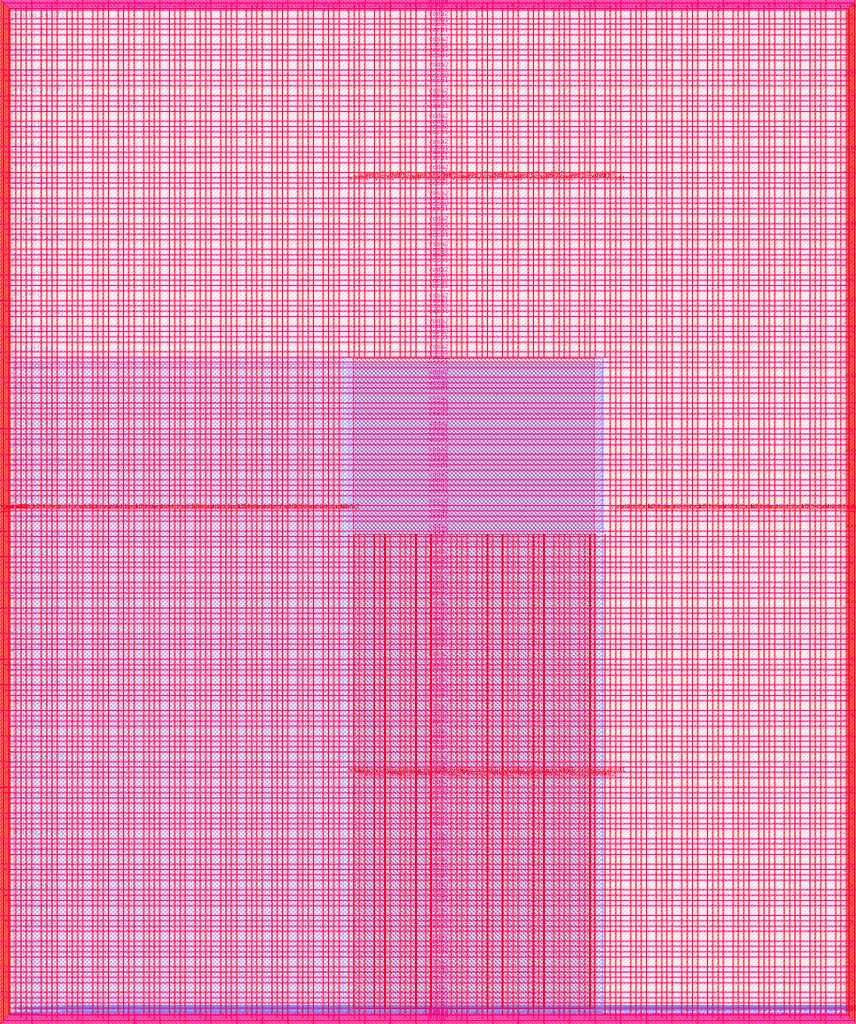
<source format=lef>
VERSION 5.7 ;
  NOWIREEXTENSIONATPIN ON ;
  DIVIDERCHAR "/" ;
  BUSBITCHARS "[]" ;
MACRO user_project_wrapper
  CLASS BLOCK ;
  FOREIGN user_project_wrapper ;
  ORIGIN 0.000 0.000 ;
  SIZE 2920.000 BY 3520.000 ;
  PIN analog_io[0]
    DIRECTION INOUT ;
    USE SIGNAL ;
    PORT
      LAYER met3 ;
        RECT 2917.600 1426.380 2924.800 1427.580 ;
    END
  END analog_io[0]
  PIN analog_io[10]
    DIRECTION INOUT ;
    USE SIGNAL ;
    PORT
      LAYER met2 ;
        RECT 2230.490 3517.600 2231.050 3524.800 ;
    END
  END analog_io[10]
  PIN analog_io[11]
    DIRECTION INOUT ;
    USE SIGNAL ;
    PORT
      LAYER met2 ;
        RECT 1905.730 3517.600 1906.290 3524.800 ;
    END
  END analog_io[11]
  PIN analog_io[12]
    DIRECTION INOUT ;
    USE SIGNAL ;
    PORT
      LAYER met2 ;
        RECT 1581.430 3517.600 1581.990 3524.800 ;
    END
  END analog_io[12]
  PIN analog_io[13]
    DIRECTION INOUT ;
    USE SIGNAL ;
    PORT
      LAYER met2 ;
        RECT 1257.130 3517.600 1257.690 3524.800 ;
    END
  END analog_io[13]
  PIN analog_io[14]
    DIRECTION INOUT ;
    USE SIGNAL ;
    PORT
      LAYER met2 ;
        RECT 932.370 3517.600 932.930 3524.800 ;
    END
  END analog_io[14]
  PIN analog_io[15]
    DIRECTION INOUT ;
    USE SIGNAL ;
    PORT
      LAYER met2 ;
        RECT 608.070 3517.600 608.630 3524.800 ;
    END
  END analog_io[15]
  PIN analog_io[16]
    DIRECTION INOUT ;
    USE SIGNAL ;
    PORT
      LAYER met2 ;
        RECT 283.770 3517.600 284.330 3524.800 ;
    END
  END analog_io[16]
  PIN analog_io[17]
    DIRECTION INOUT ;
    USE SIGNAL ;
    PORT
      LAYER met3 ;
        RECT -4.800 3486.100 2.400 3487.300 ;
    END
  END analog_io[17]
  PIN analog_io[18]
    DIRECTION INOUT ;
    USE SIGNAL ;
    PORT
      LAYER met3 ;
        RECT -4.800 3224.980 2.400 3226.180 ;
    END
  END analog_io[18]
  PIN analog_io[19]
    DIRECTION INOUT ;
    USE SIGNAL ;
    PORT
      LAYER met3 ;
        RECT -4.800 2964.540 2.400 2965.740 ;
    END
  END analog_io[19]
  PIN analog_io[1]
    DIRECTION INOUT ;
    USE SIGNAL ;
    PORT
      LAYER met3 ;
        RECT 2917.600 1692.260 2924.800 1693.460 ;
    END
  END analog_io[1]
  PIN analog_io[20]
    DIRECTION INOUT ;
    USE SIGNAL ;
    PORT
      LAYER met3 ;
        RECT -4.800 2703.420 2.400 2704.620 ;
    END
  END analog_io[20]
  PIN analog_io[21]
    DIRECTION INOUT ;
    USE SIGNAL ;
    PORT
      LAYER met3 ;
        RECT -4.800 2442.980 2.400 2444.180 ;
    END
  END analog_io[21]
  PIN analog_io[22]
    DIRECTION INOUT ;
    USE SIGNAL ;
    PORT
      LAYER met3 ;
        RECT -4.800 2182.540 2.400 2183.740 ;
    END
  END analog_io[22]
  PIN analog_io[23]
    DIRECTION INOUT ;
    USE SIGNAL ;
    PORT
      LAYER met3 ;
        RECT -4.800 1921.420 2.400 1922.620 ;
    END
  END analog_io[23]
  PIN analog_io[24]
    DIRECTION INOUT ;
    USE SIGNAL ;
    PORT
      LAYER met3 ;
        RECT -4.800 1660.980 2.400 1662.180 ;
    END
  END analog_io[24]
  PIN analog_io[25]
    DIRECTION INOUT ;
    USE SIGNAL ;
    PORT
      LAYER met3 ;
        RECT -4.800 1399.860 2.400 1401.060 ;
    END
  END analog_io[25]
  PIN analog_io[26]
    DIRECTION INOUT ;
    USE SIGNAL ;
    PORT
      LAYER met3 ;
        RECT -4.800 1139.420 2.400 1140.620 ;
    END
  END analog_io[26]
  PIN analog_io[27]
    DIRECTION INOUT ;
    USE SIGNAL ;
    PORT
      LAYER met3 ;
        RECT -4.800 878.980 2.400 880.180 ;
    END
  END analog_io[27]
  PIN analog_io[28]
    DIRECTION INOUT ;
    USE SIGNAL ;
    PORT
      LAYER met3 ;
        RECT -4.800 617.860 2.400 619.060 ;
    END
  END analog_io[28]
  PIN analog_io[2]
    DIRECTION INOUT ;
    USE SIGNAL ;
    PORT
      LAYER met3 ;
        RECT 2917.600 1958.140 2924.800 1959.340 ;
    END
  END analog_io[2]
  PIN analog_io[3]
    DIRECTION INOUT ;
    USE SIGNAL ;
    PORT
      LAYER met3 ;
        RECT 2917.600 2223.340 2924.800 2224.540 ;
    END
  END analog_io[3]
  PIN analog_io[4]
    DIRECTION INOUT ;
    USE SIGNAL ;
    PORT
      LAYER met3 ;
        RECT 2917.600 2489.220 2924.800 2490.420 ;
    END
  END analog_io[4]
  PIN analog_io[5]
    DIRECTION INOUT ;
    USE SIGNAL ;
    PORT
      LAYER met3 ;
        RECT 2917.600 2755.100 2924.800 2756.300 ;
    END
  END analog_io[5]
  PIN analog_io[6]
    DIRECTION INOUT ;
    USE SIGNAL ;
    PORT
      LAYER met3 ;
        RECT 2917.600 3020.300 2924.800 3021.500 ;
    END
  END analog_io[6]
  PIN analog_io[7]
    DIRECTION INOUT ;
    USE SIGNAL ;
    PORT
      LAYER met3 ;
        RECT 2917.600 3286.180 2924.800 3287.380 ;
    END
  END analog_io[7]
  PIN analog_io[8]
    DIRECTION INOUT ;
    USE SIGNAL ;
    PORT
      LAYER met2 ;
        RECT 2879.090 3517.600 2879.650 3524.800 ;
    END
  END analog_io[8]
  PIN analog_io[9]
    DIRECTION INOUT ;
    USE SIGNAL ;
    PORT
      LAYER met2 ;
        RECT 2554.790 3517.600 2555.350 3524.800 ;
    END
  END analog_io[9]
  PIN io_in[0]
    DIRECTION INPUT ;
    USE SIGNAL ;
    PORT
      LAYER met3 ;
        RECT 2917.600 32.380 2924.800 33.580 ;
    END
  END io_in[0]
  PIN io_in[10]
    DIRECTION INPUT ;
    USE SIGNAL ;
    PORT
      LAYER met3 ;
        RECT 2917.600 2289.980 2924.800 2291.180 ;
    END
  END io_in[10]
  PIN io_in[11]
    DIRECTION INPUT ;
    USE SIGNAL ;
    PORT
      LAYER met3 ;
        RECT 2917.600 2555.860 2924.800 2557.060 ;
    END
  END io_in[11]
  PIN io_in[12]
    DIRECTION INPUT ;
    USE SIGNAL ;
    PORT
      LAYER met3 ;
        RECT 2917.600 2821.060 2924.800 2822.260 ;
    END
  END io_in[12]
  PIN io_in[13]
    DIRECTION INPUT ;
    USE SIGNAL ;
    PORT
      LAYER met3 ;
        RECT 2917.600 3086.940 2924.800 3088.140 ;
    END
  END io_in[13]
  PIN io_in[14]
    DIRECTION INPUT ;
    USE SIGNAL ;
    PORT
      LAYER met3 ;
        RECT 2917.600 3352.820 2924.800 3354.020 ;
    END
  END io_in[14]
  PIN io_in[15]
    DIRECTION INPUT ;
    USE SIGNAL ;
    PORT
      LAYER met2 ;
        RECT 2798.130 3517.600 2798.690 3524.800 ;
    END
  END io_in[15]
  PIN io_in[16]
    DIRECTION INPUT ;
    USE SIGNAL ;
    PORT
      LAYER met2 ;
        RECT 2473.830 3517.600 2474.390 3524.800 ;
    END
  END io_in[16]
  PIN io_in[17]
    DIRECTION INPUT ;
    USE SIGNAL ;
    PORT
      LAYER met2 ;
        RECT 2149.070 3517.600 2149.630 3524.800 ;
    END
  END io_in[17]
  PIN io_in[18]
    DIRECTION INPUT ;
    USE SIGNAL ;
    PORT
      LAYER met2 ;
        RECT 1824.770 3517.600 1825.330 3524.800 ;
    END
  END io_in[18]
  PIN io_in[19]
    DIRECTION INPUT ;
    USE SIGNAL ;
    PORT
      LAYER met2 ;
        RECT 1500.470 3517.600 1501.030 3524.800 ;
    END
  END io_in[19]
  PIN io_in[1]
    DIRECTION INPUT ;
    USE SIGNAL ;
    PORT
      LAYER met3 ;
        RECT 2917.600 230.940 2924.800 232.140 ;
    END
  END io_in[1]
  PIN io_in[20]
    DIRECTION INPUT ;
    USE SIGNAL ;
    PORT
      LAYER met2 ;
        RECT 1175.710 3517.600 1176.270 3524.800 ;
    END
  END io_in[20]
  PIN io_in[21]
    DIRECTION INPUT ;
    USE SIGNAL ;
    PORT
      LAYER met2 ;
        RECT 851.410 3517.600 851.970 3524.800 ;
    END
  END io_in[21]
  PIN io_in[22]
    DIRECTION INPUT ;
    USE SIGNAL ;
    PORT
      LAYER met2 ;
        RECT 527.110 3517.600 527.670 3524.800 ;
    END
  END io_in[22]
  PIN io_in[23]
    DIRECTION INPUT ;
    USE SIGNAL ;
    PORT
      LAYER met2 ;
        RECT 202.350 3517.600 202.910 3524.800 ;
    END
  END io_in[23]
  PIN io_in[24]
    DIRECTION INPUT ;
    USE SIGNAL ;
    PORT
      LAYER met3 ;
        RECT -4.800 3420.820 2.400 3422.020 ;
    END
  END io_in[24]
  PIN io_in[25]
    DIRECTION INPUT ;
    USE SIGNAL ;
    PORT
      LAYER met3 ;
        RECT -4.800 3159.700 2.400 3160.900 ;
    END
  END io_in[25]
  PIN io_in[26]
    DIRECTION INPUT ;
    USE SIGNAL ;
    PORT
      LAYER met3 ;
        RECT -4.800 2899.260 2.400 2900.460 ;
    END
  END io_in[26]
  PIN io_in[27]
    DIRECTION INPUT ;
    USE SIGNAL ;
    PORT
      LAYER met3 ;
        RECT -4.800 2638.820 2.400 2640.020 ;
    END
  END io_in[27]
  PIN io_in[28]
    DIRECTION INPUT ;
    USE SIGNAL ;
    PORT
      LAYER met3 ;
        RECT -4.800 2377.700 2.400 2378.900 ;
    END
  END io_in[28]
  PIN io_in[29]
    DIRECTION INPUT ;
    USE SIGNAL ;
    PORT
      LAYER met3 ;
        RECT -4.800 2117.260 2.400 2118.460 ;
    END
  END io_in[29]
  PIN io_in[2]
    DIRECTION INPUT ;
    USE SIGNAL ;
    PORT
      LAYER met3 ;
        RECT 2917.600 430.180 2924.800 431.380 ;
    END
  END io_in[2]
  PIN io_in[30]
    DIRECTION INPUT ;
    USE SIGNAL ;
    PORT
      LAYER met3 ;
        RECT -4.800 1856.140 2.400 1857.340 ;
    END
  END io_in[30]
  PIN io_in[31]
    DIRECTION INPUT ;
    USE SIGNAL ;
    PORT
      LAYER met3 ;
        RECT -4.800 1595.700 2.400 1596.900 ;
    END
  END io_in[31]
  PIN io_in[32]
    DIRECTION INPUT ;
    USE SIGNAL ;
    PORT
      LAYER met3 ;
        RECT -4.800 1335.260 2.400 1336.460 ;
    END
  END io_in[32]
  PIN io_in[33]
    DIRECTION INPUT ;
    USE SIGNAL ;
    PORT
      LAYER met3 ;
        RECT -4.800 1074.140 2.400 1075.340 ;
    END
  END io_in[33]
  PIN io_in[34]
    DIRECTION INPUT ;
    USE SIGNAL ;
    PORT
      LAYER met3 ;
        RECT -4.800 813.700 2.400 814.900 ;
    END
  END io_in[34]
  PIN io_in[35]
    DIRECTION INPUT ;
    USE SIGNAL ;
    PORT
      LAYER met3 ;
        RECT -4.800 552.580 2.400 553.780 ;
    END
  END io_in[35]
  PIN io_in[36]
    DIRECTION INPUT ;
    USE SIGNAL ;
    PORT
      LAYER met3 ;
        RECT -4.800 357.420 2.400 358.620 ;
    END
  END io_in[36]
  PIN io_in[37]
    DIRECTION INPUT ;
    USE SIGNAL ;
    PORT
      LAYER met3 ;
        RECT -4.800 161.580 2.400 162.780 ;
    END
  END io_in[37]
  PIN io_in[3]
    DIRECTION INPUT ;
    USE SIGNAL ;
    PORT
      LAYER met3 ;
        RECT 2917.600 629.420 2924.800 630.620 ;
    END
  END io_in[3]
  PIN io_in[4]
    DIRECTION INPUT ;
    USE SIGNAL ;
    PORT
      LAYER met3 ;
        RECT 2917.600 828.660 2924.800 829.860 ;
    END
  END io_in[4]
  PIN io_in[5]
    DIRECTION INPUT ;
    USE SIGNAL ;
    PORT
      LAYER met3 ;
        RECT 2917.600 1027.900 2924.800 1029.100 ;
    END
  END io_in[5]
  PIN io_in[6]
    DIRECTION INPUT ;
    USE SIGNAL ;
    PORT
      LAYER met3 ;
        RECT 2917.600 1227.140 2924.800 1228.340 ;
    END
  END io_in[6]
  PIN io_in[7]
    DIRECTION INPUT ;
    USE SIGNAL ;
    PORT
      LAYER met3 ;
        RECT 2917.600 1493.020 2924.800 1494.220 ;
    END
  END io_in[7]
  PIN io_in[8]
    DIRECTION INPUT ;
    USE SIGNAL ;
    PORT
      LAYER met3 ;
        RECT 2917.600 1758.900 2924.800 1760.100 ;
    END
  END io_in[8]
  PIN io_in[9]
    DIRECTION INPUT ;
    USE SIGNAL ;
    PORT
      LAYER met3 ;
        RECT 2917.600 2024.100 2924.800 2025.300 ;
    END
  END io_in[9]
  PIN io_oeb[0]
    DIRECTION OUTPUT TRISTATE ;
    USE SIGNAL ;
    PORT
      LAYER met3 ;
        RECT 2917.600 164.980 2924.800 166.180 ;
    END
  END io_oeb[0]
  PIN io_oeb[10]
    DIRECTION OUTPUT TRISTATE ;
    USE SIGNAL ;
    PORT
      LAYER met3 ;
        RECT 2917.600 2422.580 2924.800 2423.780 ;
    END
  END io_oeb[10]
  PIN io_oeb[11]
    DIRECTION OUTPUT TRISTATE ;
    USE SIGNAL ;
    PORT
      LAYER met3 ;
        RECT 2917.600 2688.460 2924.800 2689.660 ;
    END
  END io_oeb[11]
  PIN io_oeb[12]
    DIRECTION OUTPUT TRISTATE ;
    USE SIGNAL ;
    PORT
      LAYER met3 ;
        RECT 2917.600 2954.340 2924.800 2955.540 ;
    END
  END io_oeb[12]
  PIN io_oeb[13]
    DIRECTION OUTPUT TRISTATE ;
    USE SIGNAL ;
    PORT
      LAYER met3 ;
        RECT 2917.600 3219.540 2924.800 3220.740 ;
    END
  END io_oeb[13]
  PIN io_oeb[14]
    DIRECTION OUTPUT TRISTATE ;
    USE SIGNAL ;
    PORT
      LAYER met3 ;
        RECT 2917.600 3485.420 2924.800 3486.620 ;
    END
  END io_oeb[14]
  PIN io_oeb[15]
    DIRECTION OUTPUT TRISTATE ;
    USE SIGNAL ;
    PORT
      LAYER met2 ;
        RECT 2635.750 3517.600 2636.310 3524.800 ;
    END
  END io_oeb[15]
  PIN io_oeb[16]
    DIRECTION OUTPUT TRISTATE ;
    USE SIGNAL ;
    PORT
      LAYER met2 ;
        RECT 2311.450 3517.600 2312.010 3524.800 ;
    END
  END io_oeb[16]
  PIN io_oeb[17]
    DIRECTION OUTPUT TRISTATE ;
    USE SIGNAL ;
    PORT
      LAYER met2 ;
        RECT 1987.150 3517.600 1987.710 3524.800 ;
    END
  END io_oeb[17]
  PIN io_oeb[18]
    DIRECTION OUTPUT TRISTATE ;
    USE SIGNAL ;
    PORT
      LAYER met2 ;
        RECT 1662.390 3517.600 1662.950 3524.800 ;
    END
  END io_oeb[18]
  PIN io_oeb[19]
    DIRECTION OUTPUT TRISTATE ;
    USE SIGNAL ;
    PORT
      LAYER met2 ;
        RECT 1338.090 3517.600 1338.650 3524.800 ;
    END
  END io_oeb[19]
  PIN io_oeb[1]
    DIRECTION OUTPUT TRISTATE ;
    USE SIGNAL ;
    PORT
      LAYER met3 ;
        RECT 2917.600 364.220 2924.800 365.420 ;
    END
  END io_oeb[1]
  PIN io_oeb[20]
    DIRECTION OUTPUT TRISTATE ;
    USE SIGNAL ;
    PORT
      LAYER met2 ;
        RECT 1013.790 3517.600 1014.350 3524.800 ;
    END
  END io_oeb[20]
  PIN io_oeb[21]
    DIRECTION OUTPUT TRISTATE ;
    USE SIGNAL ;
    PORT
      LAYER met2 ;
        RECT 689.030 3517.600 689.590 3524.800 ;
    END
  END io_oeb[21]
  PIN io_oeb[22]
    DIRECTION OUTPUT TRISTATE ;
    USE SIGNAL ;
    PORT
      LAYER met2 ;
        RECT 364.730 3517.600 365.290 3524.800 ;
    END
  END io_oeb[22]
  PIN io_oeb[23]
    DIRECTION OUTPUT TRISTATE ;
    USE SIGNAL ;
    PORT
      LAYER met2 ;
        RECT 40.430 3517.600 40.990 3524.800 ;
    END
  END io_oeb[23]
  PIN io_oeb[24]
    DIRECTION OUTPUT TRISTATE ;
    USE SIGNAL ;
    PORT
      LAYER met3 ;
        RECT -4.800 3290.260 2.400 3291.460 ;
    END
  END io_oeb[24]
  PIN io_oeb[25]
    DIRECTION OUTPUT TRISTATE ;
    USE SIGNAL ;
    PORT
      LAYER met3 ;
        RECT -4.800 3029.820 2.400 3031.020 ;
    END
  END io_oeb[25]
  PIN io_oeb[26]
    DIRECTION OUTPUT TRISTATE ;
    USE SIGNAL ;
    PORT
      LAYER met3 ;
        RECT -4.800 2768.700 2.400 2769.900 ;
    END
  END io_oeb[26]
  PIN io_oeb[27]
    DIRECTION OUTPUT TRISTATE ;
    USE SIGNAL ;
    PORT
      LAYER met3 ;
        RECT -4.800 2508.260 2.400 2509.460 ;
    END
  END io_oeb[27]
  PIN io_oeb[28]
    DIRECTION OUTPUT TRISTATE ;
    USE SIGNAL ;
    PORT
      LAYER met3 ;
        RECT -4.800 2247.140 2.400 2248.340 ;
    END
  END io_oeb[28]
  PIN io_oeb[29]
    DIRECTION OUTPUT TRISTATE ;
    USE SIGNAL ;
    PORT
      LAYER met3 ;
        RECT -4.800 1986.700 2.400 1987.900 ;
    END
  END io_oeb[29]
  PIN io_oeb[2]
    DIRECTION OUTPUT TRISTATE ;
    USE SIGNAL ;
    PORT
      LAYER met3 ;
        RECT 2917.600 563.460 2924.800 564.660 ;
    END
  END io_oeb[2]
  PIN io_oeb[30]
    DIRECTION OUTPUT TRISTATE ;
    USE SIGNAL ;
    PORT
      LAYER met3 ;
        RECT -4.800 1726.260 2.400 1727.460 ;
    END
  END io_oeb[30]
  PIN io_oeb[31]
    DIRECTION OUTPUT TRISTATE ;
    USE SIGNAL ;
    PORT
      LAYER met3 ;
        RECT -4.800 1465.140 2.400 1466.340 ;
    END
  END io_oeb[31]
  PIN io_oeb[32]
    DIRECTION OUTPUT TRISTATE ;
    USE SIGNAL ;
    PORT
      LAYER met3 ;
        RECT -4.800 1204.700 2.400 1205.900 ;
    END
  END io_oeb[32]
  PIN io_oeb[33]
    DIRECTION OUTPUT TRISTATE ;
    USE SIGNAL ;
    PORT
      LAYER met3 ;
        RECT -4.800 943.580 2.400 944.780 ;
    END
  END io_oeb[33]
  PIN io_oeb[34]
    DIRECTION OUTPUT TRISTATE ;
    USE SIGNAL ;
    PORT
      LAYER met3 ;
        RECT -4.800 683.140 2.400 684.340 ;
    END
  END io_oeb[34]
  PIN io_oeb[35]
    DIRECTION OUTPUT TRISTATE ;
    USE SIGNAL ;
    PORT
      LAYER met3 ;
        RECT -4.800 422.700 2.400 423.900 ;
    END
  END io_oeb[35]
  PIN io_oeb[36]
    DIRECTION OUTPUT TRISTATE ;
    USE SIGNAL ;
    PORT
      LAYER met3 ;
        RECT -4.800 226.860 2.400 228.060 ;
    END
  END io_oeb[36]
  PIN io_oeb[37]
    DIRECTION OUTPUT TRISTATE ;
    USE SIGNAL ;
    PORT
      LAYER met3 ;
        RECT -4.800 31.700 2.400 32.900 ;
    END
  END io_oeb[37]
  PIN io_oeb[3]
    DIRECTION OUTPUT TRISTATE ;
    USE SIGNAL ;
    PORT
      LAYER met3 ;
        RECT 2917.600 762.700 2924.800 763.900 ;
    END
  END io_oeb[3]
  PIN io_oeb[4]
    DIRECTION OUTPUT TRISTATE ;
    USE SIGNAL ;
    PORT
      LAYER met3 ;
        RECT 2917.600 961.940 2924.800 963.140 ;
    END
  END io_oeb[4]
  PIN io_oeb[5]
    DIRECTION OUTPUT TRISTATE ;
    USE SIGNAL ;
    PORT
      LAYER met3 ;
        RECT 2917.600 1161.180 2924.800 1162.380 ;
    END
  END io_oeb[5]
  PIN io_oeb[6]
    DIRECTION OUTPUT TRISTATE ;
    USE SIGNAL ;
    PORT
      LAYER met3 ;
        RECT 2917.600 1360.420 2924.800 1361.620 ;
    END
  END io_oeb[6]
  PIN io_oeb[7]
    DIRECTION OUTPUT TRISTATE ;
    USE SIGNAL ;
    PORT
      LAYER met3 ;
        RECT 2917.600 1625.620 2924.800 1626.820 ;
    END
  END io_oeb[7]
  PIN io_oeb[8]
    DIRECTION OUTPUT TRISTATE ;
    USE SIGNAL ;
    PORT
      LAYER met3 ;
        RECT 2917.600 1891.500 2924.800 1892.700 ;
    END
  END io_oeb[8]
  PIN io_oeb[9]
    DIRECTION OUTPUT TRISTATE ;
    USE SIGNAL ;
    PORT
      LAYER met3 ;
        RECT 2917.600 2157.380 2924.800 2158.580 ;
    END
  END io_oeb[9]
  PIN io_out[0]
    DIRECTION OUTPUT TRISTATE ;
    USE SIGNAL ;
    PORT
      LAYER met3 ;
        RECT 2917.600 98.340 2924.800 99.540 ;
    END
  END io_out[0]
  PIN io_out[10]
    DIRECTION OUTPUT TRISTATE ;
    USE SIGNAL ;
    PORT
      LAYER met3 ;
        RECT 2917.600 2356.620 2924.800 2357.820 ;
    END
  END io_out[10]
  PIN io_out[11]
    DIRECTION OUTPUT TRISTATE ;
    USE SIGNAL ;
    PORT
      LAYER met3 ;
        RECT 2917.600 2621.820 2924.800 2623.020 ;
    END
  END io_out[11]
  PIN io_out[12]
    DIRECTION OUTPUT TRISTATE ;
    USE SIGNAL ;
    PORT
      LAYER met3 ;
        RECT 2917.600 2887.700 2924.800 2888.900 ;
    END
  END io_out[12]
  PIN io_out[13]
    DIRECTION OUTPUT TRISTATE ;
    USE SIGNAL ;
    PORT
      LAYER met3 ;
        RECT 2917.600 3153.580 2924.800 3154.780 ;
    END
  END io_out[13]
  PIN io_out[14]
    DIRECTION OUTPUT TRISTATE ;
    USE SIGNAL ;
    PORT
      LAYER met3 ;
        RECT 2917.600 3418.780 2924.800 3419.980 ;
    END
  END io_out[14]
  PIN io_out[15]
    DIRECTION OUTPUT TRISTATE ;
    USE SIGNAL ;
    PORT
      LAYER met2 ;
        RECT 2717.170 3517.600 2717.730 3524.800 ;
    END
  END io_out[15]
  PIN io_out[16]
    DIRECTION OUTPUT TRISTATE ;
    USE SIGNAL ;
    PORT
      LAYER met2 ;
        RECT 2392.410 3517.600 2392.970 3524.800 ;
    END
  END io_out[16]
  PIN io_out[17]
    DIRECTION OUTPUT TRISTATE ;
    USE SIGNAL ;
    PORT
      LAYER met2 ;
        RECT 2068.110 3517.600 2068.670 3524.800 ;
    END
  END io_out[17]
  PIN io_out[18]
    DIRECTION OUTPUT TRISTATE ;
    USE SIGNAL ;
    PORT
      LAYER met2 ;
        RECT 1743.810 3517.600 1744.370 3524.800 ;
    END
  END io_out[18]
  PIN io_out[19]
    DIRECTION OUTPUT TRISTATE ;
    USE SIGNAL ;
    PORT
      LAYER met2 ;
        RECT 1419.050 3517.600 1419.610 3524.800 ;
    END
  END io_out[19]
  PIN io_out[1]
    DIRECTION OUTPUT TRISTATE ;
    USE SIGNAL ;
    PORT
      LAYER met3 ;
        RECT 2917.600 297.580 2924.800 298.780 ;
    END
  END io_out[1]
  PIN io_out[20]
    DIRECTION OUTPUT TRISTATE ;
    USE SIGNAL ;
    PORT
      LAYER met2 ;
        RECT 1094.750 3517.600 1095.310 3524.800 ;
    END
  END io_out[20]
  PIN io_out[21]
    DIRECTION OUTPUT TRISTATE ;
    USE SIGNAL ;
    PORT
      LAYER met2 ;
        RECT 770.450 3517.600 771.010 3524.800 ;
    END
  END io_out[21]
  PIN io_out[22]
    DIRECTION OUTPUT TRISTATE ;
    USE SIGNAL ;
    PORT
      LAYER met2 ;
        RECT 445.690 3517.600 446.250 3524.800 ;
    END
  END io_out[22]
  PIN io_out[23]
    DIRECTION OUTPUT TRISTATE ;
    USE SIGNAL ;
    PORT
      LAYER met2 ;
        RECT 121.390 3517.600 121.950 3524.800 ;
    END
  END io_out[23]
  PIN io_out[24]
    DIRECTION OUTPUT TRISTATE ;
    USE SIGNAL ;
    PORT
      LAYER met3 ;
        RECT -4.800 3355.540 2.400 3356.740 ;
    END
  END io_out[24]
  PIN io_out[25]
    DIRECTION OUTPUT TRISTATE ;
    USE SIGNAL ;
    PORT
      LAYER met3 ;
        RECT -4.800 3095.100 2.400 3096.300 ;
    END
  END io_out[25]
  PIN io_out[26]
    DIRECTION OUTPUT TRISTATE ;
    USE SIGNAL ;
    PORT
      LAYER met3 ;
        RECT -4.800 2833.980 2.400 2835.180 ;
    END
  END io_out[26]
  PIN io_out[27]
    DIRECTION OUTPUT TRISTATE ;
    USE SIGNAL ;
    PORT
      LAYER met3 ;
        RECT -4.800 2573.540 2.400 2574.740 ;
    END
  END io_out[27]
  PIN io_out[28]
    DIRECTION OUTPUT TRISTATE ;
    USE SIGNAL ;
    PORT
      LAYER met3 ;
        RECT -4.800 2312.420 2.400 2313.620 ;
    END
  END io_out[28]
  PIN io_out[29]
    DIRECTION OUTPUT TRISTATE ;
    USE SIGNAL ;
    PORT
      LAYER met3 ;
        RECT -4.800 2051.980 2.400 2053.180 ;
    END
  END io_out[29]
  PIN io_out[2]
    DIRECTION OUTPUT TRISTATE ;
    USE SIGNAL ;
    PORT
      LAYER met3 ;
        RECT 2917.600 496.820 2924.800 498.020 ;
    END
  END io_out[2]
  PIN io_out[30]
    DIRECTION OUTPUT TRISTATE ;
    USE SIGNAL ;
    PORT
      LAYER met3 ;
        RECT -4.800 1791.540 2.400 1792.740 ;
    END
  END io_out[30]
  PIN io_out[31]
    DIRECTION OUTPUT TRISTATE ;
    USE SIGNAL ;
    PORT
      LAYER met3 ;
        RECT -4.800 1530.420 2.400 1531.620 ;
    END
  END io_out[31]
  PIN io_out[32]
    DIRECTION OUTPUT TRISTATE ;
    USE SIGNAL ;
    PORT
      LAYER met3 ;
        RECT -4.800 1269.980 2.400 1271.180 ;
    END
  END io_out[32]
  PIN io_out[33]
    DIRECTION OUTPUT TRISTATE ;
    USE SIGNAL ;
    PORT
      LAYER met3 ;
        RECT -4.800 1008.860 2.400 1010.060 ;
    END
  END io_out[33]
  PIN io_out[34]
    DIRECTION OUTPUT TRISTATE ;
    USE SIGNAL ;
    PORT
      LAYER met3 ;
        RECT -4.800 748.420 2.400 749.620 ;
    END
  END io_out[34]
  PIN io_out[35]
    DIRECTION OUTPUT TRISTATE ;
    USE SIGNAL ;
    PORT
      LAYER met3 ;
        RECT -4.800 487.300 2.400 488.500 ;
    END
  END io_out[35]
  PIN io_out[36]
    DIRECTION OUTPUT TRISTATE ;
    USE SIGNAL ;
    PORT
      LAYER met3 ;
        RECT -4.800 292.140 2.400 293.340 ;
    END
  END io_out[36]
  PIN io_out[37]
    DIRECTION OUTPUT TRISTATE ;
    USE SIGNAL ;
    PORT
      LAYER met3 ;
        RECT -4.800 96.300 2.400 97.500 ;
    END
  END io_out[37]
  PIN io_out[3]
    DIRECTION OUTPUT TRISTATE ;
    USE SIGNAL ;
    PORT
      LAYER met3 ;
        RECT 2917.600 696.060 2924.800 697.260 ;
    END
  END io_out[3]
  PIN io_out[4]
    DIRECTION OUTPUT TRISTATE ;
    USE SIGNAL ;
    PORT
      LAYER met3 ;
        RECT 2917.600 895.300 2924.800 896.500 ;
    END
  END io_out[4]
  PIN io_out[5]
    DIRECTION OUTPUT TRISTATE ;
    USE SIGNAL ;
    PORT
      LAYER met3 ;
        RECT 2917.600 1094.540 2924.800 1095.740 ;
    END
  END io_out[5]
  PIN io_out[6]
    DIRECTION OUTPUT TRISTATE ;
    USE SIGNAL ;
    PORT
      LAYER met3 ;
        RECT 2917.600 1293.780 2924.800 1294.980 ;
    END
  END io_out[6]
  PIN io_out[7]
    DIRECTION OUTPUT TRISTATE ;
    USE SIGNAL ;
    PORT
      LAYER met3 ;
        RECT 2917.600 1559.660 2924.800 1560.860 ;
    END
  END io_out[7]
  PIN io_out[8]
    DIRECTION OUTPUT TRISTATE ;
    USE SIGNAL ;
    PORT
      LAYER met3 ;
        RECT 2917.600 1824.860 2924.800 1826.060 ;
    END
  END io_out[8]
  PIN io_out[9]
    DIRECTION OUTPUT TRISTATE ;
    USE SIGNAL ;
    PORT
      LAYER met3 ;
        RECT 2917.600 2090.740 2924.800 2091.940 ;
    END
  END io_out[9]
  PIN la_data_in[0]
    DIRECTION INPUT ;
    USE SIGNAL ;
    PORT
      LAYER met2 ;
        RECT 629.230 -4.800 629.790 2.400 ;
    END
  END la_data_in[0]
  PIN la_data_in[100]
    DIRECTION INPUT ;
    USE SIGNAL ;
    PORT
      LAYER met2 ;
        RECT 2402.530 -4.800 2403.090 2.400 ;
    END
  END la_data_in[100]
  PIN la_data_in[101]
    DIRECTION INPUT ;
    USE SIGNAL ;
    PORT
      LAYER met2 ;
        RECT 2420.010 -4.800 2420.570 2.400 ;
    END
  END la_data_in[101]
  PIN la_data_in[102]
    DIRECTION INPUT ;
    USE SIGNAL ;
    PORT
      LAYER met2 ;
        RECT 2437.950 -4.800 2438.510 2.400 ;
    END
  END la_data_in[102]
  PIN la_data_in[103]
    DIRECTION INPUT ;
    USE SIGNAL ;
    PORT
      LAYER met2 ;
        RECT 2455.430 -4.800 2455.990 2.400 ;
    END
  END la_data_in[103]
  PIN la_data_in[104]
    DIRECTION INPUT ;
    USE SIGNAL ;
    PORT
      LAYER met2 ;
        RECT 2473.370 -4.800 2473.930 2.400 ;
    END
  END la_data_in[104]
  PIN la_data_in[105]
    DIRECTION INPUT ;
    USE SIGNAL ;
    PORT
      LAYER met2 ;
        RECT 2490.850 -4.800 2491.410 2.400 ;
    END
  END la_data_in[105]
  PIN la_data_in[106]
    DIRECTION INPUT ;
    USE SIGNAL ;
    PORT
      LAYER met2 ;
        RECT 2508.790 -4.800 2509.350 2.400 ;
    END
  END la_data_in[106]
  PIN la_data_in[107]
    DIRECTION INPUT ;
    USE SIGNAL ;
    PORT
      LAYER met2 ;
        RECT 2526.730 -4.800 2527.290 2.400 ;
    END
  END la_data_in[107]
  PIN la_data_in[108]
    DIRECTION INPUT ;
    USE SIGNAL ;
    PORT
      LAYER met2 ;
        RECT 2544.210 -4.800 2544.770 2.400 ;
    END
  END la_data_in[108]
  PIN la_data_in[109]
    DIRECTION INPUT ;
    USE SIGNAL ;
    PORT
      LAYER met2 ;
        RECT 2562.150 -4.800 2562.710 2.400 ;
    END
  END la_data_in[109]
  PIN la_data_in[10]
    DIRECTION INPUT ;
    USE SIGNAL ;
    PORT
      LAYER met2 ;
        RECT 806.330 -4.800 806.890 2.400 ;
    END
  END la_data_in[10]
  PIN la_data_in[110]
    DIRECTION INPUT ;
    USE SIGNAL ;
    PORT
      LAYER met2 ;
        RECT 2579.630 -4.800 2580.190 2.400 ;
    END
  END la_data_in[110]
  PIN la_data_in[111]
    DIRECTION INPUT ;
    USE SIGNAL ;
    PORT
      LAYER met2 ;
        RECT 2597.570 -4.800 2598.130 2.400 ;
    END
  END la_data_in[111]
  PIN la_data_in[112]
    DIRECTION INPUT ;
    USE SIGNAL ;
    PORT
      LAYER met2 ;
        RECT 2615.050 -4.800 2615.610 2.400 ;
    END
  END la_data_in[112]
  PIN la_data_in[113]
    DIRECTION INPUT ;
    USE SIGNAL ;
    PORT
      LAYER met2 ;
        RECT 2632.990 -4.800 2633.550 2.400 ;
    END
  END la_data_in[113]
  PIN la_data_in[114]
    DIRECTION INPUT ;
    USE SIGNAL ;
    PORT
      LAYER met2 ;
        RECT 2650.470 -4.800 2651.030 2.400 ;
    END
  END la_data_in[114]
  PIN la_data_in[115]
    DIRECTION INPUT ;
    USE SIGNAL ;
    PORT
      LAYER met2 ;
        RECT 2668.410 -4.800 2668.970 2.400 ;
    END
  END la_data_in[115]
  PIN la_data_in[116]
    DIRECTION INPUT ;
    USE SIGNAL ;
    PORT
      LAYER met2 ;
        RECT 2685.890 -4.800 2686.450 2.400 ;
    END
  END la_data_in[116]
  PIN la_data_in[117]
    DIRECTION INPUT ;
    USE SIGNAL ;
    PORT
      LAYER met2 ;
        RECT 2703.830 -4.800 2704.390 2.400 ;
    END
  END la_data_in[117]
  PIN la_data_in[118]
    DIRECTION INPUT ;
    USE SIGNAL ;
    PORT
      LAYER met2 ;
        RECT 2721.770 -4.800 2722.330 2.400 ;
    END
  END la_data_in[118]
  PIN la_data_in[119]
    DIRECTION INPUT ;
    USE SIGNAL ;
    PORT
      LAYER met2 ;
        RECT 2739.250 -4.800 2739.810 2.400 ;
    END
  END la_data_in[119]
  PIN la_data_in[11]
    DIRECTION INPUT ;
    USE SIGNAL ;
    PORT
      LAYER met2 ;
        RECT 824.270 -4.800 824.830 2.400 ;
    END
  END la_data_in[11]
  PIN la_data_in[120]
    DIRECTION INPUT ;
    USE SIGNAL ;
    PORT
      LAYER met2 ;
        RECT 2757.190 -4.800 2757.750 2.400 ;
    END
  END la_data_in[120]
  PIN la_data_in[121]
    DIRECTION INPUT ;
    USE SIGNAL ;
    PORT
      LAYER met2 ;
        RECT 2774.670 -4.800 2775.230 2.400 ;
    END
  END la_data_in[121]
  PIN la_data_in[122]
    DIRECTION INPUT ;
    USE SIGNAL ;
    PORT
      LAYER met2 ;
        RECT 2792.610 -4.800 2793.170 2.400 ;
    END
  END la_data_in[122]
  PIN la_data_in[123]
    DIRECTION INPUT ;
    USE SIGNAL ;
    PORT
      LAYER met2 ;
        RECT 2810.090 -4.800 2810.650 2.400 ;
    END
  END la_data_in[123]
  PIN la_data_in[124]
    DIRECTION INPUT ;
    USE SIGNAL ;
    PORT
      LAYER met2 ;
        RECT 2828.030 -4.800 2828.590 2.400 ;
    END
  END la_data_in[124]
  PIN la_data_in[125]
    DIRECTION INPUT ;
    USE SIGNAL ;
    PORT
      LAYER met2 ;
        RECT 2845.510 -4.800 2846.070 2.400 ;
    END
  END la_data_in[125]
  PIN la_data_in[126]
    DIRECTION INPUT ;
    USE SIGNAL ;
    PORT
      LAYER met2 ;
        RECT 2863.450 -4.800 2864.010 2.400 ;
    END
  END la_data_in[126]
  PIN la_data_in[127]
    DIRECTION INPUT ;
    USE SIGNAL ;
    PORT
      LAYER met2 ;
        RECT 2881.390 -4.800 2881.950 2.400 ;
    END
  END la_data_in[127]
  PIN la_data_in[12]
    DIRECTION INPUT ;
    USE SIGNAL ;
    PORT
      LAYER met2 ;
        RECT 841.750 -4.800 842.310 2.400 ;
    END
  END la_data_in[12]
  PIN la_data_in[13]
    DIRECTION INPUT ;
    USE SIGNAL ;
    PORT
      LAYER met2 ;
        RECT 859.690 -4.800 860.250 2.400 ;
    END
  END la_data_in[13]
  PIN la_data_in[14]
    DIRECTION INPUT ;
    USE SIGNAL ;
    PORT
      LAYER met2 ;
        RECT 877.170 -4.800 877.730 2.400 ;
    END
  END la_data_in[14]
  PIN la_data_in[15]
    DIRECTION INPUT ;
    USE SIGNAL ;
    PORT
      LAYER met2 ;
        RECT 895.110 -4.800 895.670 2.400 ;
    END
  END la_data_in[15]
  PIN la_data_in[16]
    DIRECTION INPUT ;
    USE SIGNAL ;
    PORT
      LAYER met2 ;
        RECT 912.590 -4.800 913.150 2.400 ;
    END
  END la_data_in[16]
  PIN la_data_in[17]
    DIRECTION INPUT ;
    USE SIGNAL ;
    PORT
      LAYER met2 ;
        RECT 930.530 -4.800 931.090 2.400 ;
    END
  END la_data_in[17]
  PIN la_data_in[18]
    DIRECTION INPUT ;
    USE SIGNAL ;
    PORT
      LAYER met2 ;
        RECT 948.470 -4.800 949.030 2.400 ;
    END
  END la_data_in[18]
  PIN la_data_in[19]
    DIRECTION INPUT ;
    USE SIGNAL ;
    PORT
      LAYER met2 ;
        RECT 965.950 -4.800 966.510 2.400 ;
    END
  END la_data_in[19]
  PIN la_data_in[1]
    DIRECTION INPUT ;
    USE SIGNAL ;
    PORT
      LAYER met2 ;
        RECT 646.710 -4.800 647.270 2.400 ;
    END
  END la_data_in[1]
  PIN la_data_in[20]
    DIRECTION INPUT ;
    USE SIGNAL ;
    PORT
      LAYER met2 ;
        RECT 983.890 -4.800 984.450 2.400 ;
    END
  END la_data_in[20]
  PIN la_data_in[21]
    DIRECTION INPUT ;
    USE SIGNAL ;
    PORT
      LAYER met2 ;
        RECT 1001.370 -4.800 1001.930 2.400 ;
    END
  END la_data_in[21]
  PIN la_data_in[22]
    DIRECTION INPUT ;
    USE SIGNAL ;
    PORT
      LAYER met2 ;
        RECT 1019.310 -4.800 1019.870 2.400 ;
    END
  END la_data_in[22]
  PIN la_data_in[23]
    DIRECTION INPUT ;
    USE SIGNAL ;
    PORT
      LAYER met2 ;
        RECT 1036.790 -4.800 1037.350 2.400 ;
    END
  END la_data_in[23]
  PIN la_data_in[24]
    DIRECTION INPUT ;
    USE SIGNAL ;
    PORT
      LAYER met2 ;
        RECT 1054.730 -4.800 1055.290 2.400 ;
    END
  END la_data_in[24]
  PIN la_data_in[25]
    DIRECTION INPUT ;
    USE SIGNAL ;
    PORT
      LAYER met2 ;
        RECT 1072.210 -4.800 1072.770 2.400 ;
    END
  END la_data_in[25]
  PIN la_data_in[26]
    DIRECTION INPUT ;
    USE SIGNAL ;
    PORT
      LAYER met2 ;
        RECT 1090.150 -4.800 1090.710 2.400 ;
    END
  END la_data_in[26]
  PIN la_data_in[27]
    DIRECTION INPUT ;
    USE SIGNAL ;
    PORT
      LAYER met2 ;
        RECT 1107.630 -4.800 1108.190 2.400 ;
    END
  END la_data_in[27]
  PIN la_data_in[28]
    DIRECTION INPUT ;
    USE SIGNAL ;
    PORT
      LAYER met2 ;
        RECT 1125.570 -4.800 1126.130 2.400 ;
    END
  END la_data_in[28]
  PIN la_data_in[29]
    DIRECTION INPUT ;
    USE SIGNAL ;
    PORT
      LAYER met2 ;
        RECT 1143.510 -4.800 1144.070 2.400 ;
    END
  END la_data_in[29]
  PIN la_data_in[2]
    DIRECTION INPUT ;
    USE SIGNAL ;
    PORT
      LAYER met2 ;
        RECT 664.650 -4.800 665.210 2.400 ;
    END
  END la_data_in[2]
  PIN la_data_in[30]
    DIRECTION INPUT ;
    USE SIGNAL ;
    PORT
      LAYER met2 ;
        RECT 1160.990 -4.800 1161.550 2.400 ;
    END
  END la_data_in[30]
  PIN la_data_in[31]
    DIRECTION INPUT ;
    USE SIGNAL ;
    PORT
      LAYER met2 ;
        RECT 1178.930 -4.800 1179.490 2.400 ;
    END
  END la_data_in[31]
  PIN la_data_in[32]
    DIRECTION INPUT ;
    USE SIGNAL ;
    PORT
      LAYER met2 ;
        RECT 1196.410 -4.800 1196.970 2.400 ;
    END
  END la_data_in[32]
  PIN la_data_in[33]
    DIRECTION INPUT ;
    USE SIGNAL ;
    PORT
      LAYER met2 ;
        RECT 1214.350 -4.800 1214.910 2.400 ;
    END
  END la_data_in[33]
  PIN la_data_in[34]
    DIRECTION INPUT ;
    USE SIGNAL ;
    PORT
      LAYER met2 ;
        RECT 1231.830 -4.800 1232.390 2.400 ;
    END
  END la_data_in[34]
  PIN la_data_in[35]
    DIRECTION INPUT ;
    USE SIGNAL ;
    PORT
      LAYER met2 ;
        RECT 1249.770 -4.800 1250.330 2.400 ;
    END
  END la_data_in[35]
  PIN la_data_in[36]
    DIRECTION INPUT ;
    USE SIGNAL ;
    PORT
      LAYER met2 ;
        RECT 1267.250 -4.800 1267.810 2.400 ;
    END
  END la_data_in[36]
  PIN la_data_in[37]
    DIRECTION INPUT ;
    USE SIGNAL ;
    PORT
      LAYER met2 ;
        RECT 1285.190 -4.800 1285.750 2.400 ;
    END
  END la_data_in[37]
  PIN la_data_in[38]
    DIRECTION INPUT ;
    USE SIGNAL ;
    PORT
      LAYER met2 ;
        RECT 1303.130 -4.800 1303.690 2.400 ;
    END
  END la_data_in[38]
  PIN la_data_in[39]
    DIRECTION INPUT ;
    USE SIGNAL ;
    PORT
      LAYER met2 ;
        RECT 1320.610 -4.800 1321.170 2.400 ;
    END
  END la_data_in[39]
  PIN la_data_in[3]
    DIRECTION INPUT ;
    USE SIGNAL ;
    PORT
      LAYER met2 ;
        RECT 682.130 -4.800 682.690 2.400 ;
    END
  END la_data_in[3]
  PIN la_data_in[40]
    DIRECTION INPUT ;
    USE SIGNAL ;
    PORT
      LAYER met2 ;
        RECT 1338.550 -4.800 1339.110 2.400 ;
    END
  END la_data_in[40]
  PIN la_data_in[41]
    DIRECTION INPUT ;
    USE SIGNAL ;
    PORT
      LAYER met2 ;
        RECT 1356.030 -4.800 1356.590 2.400 ;
    END
  END la_data_in[41]
  PIN la_data_in[42]
    DIRECTION INPUT ;
    USE SIGNAL ;
    PORT
      LAYER met2 ;
        RECT 1373.970 -4.800 1374.530 2.400 ;
    END
  END la_data_in[42]
  PIN la_data_in[43]
    DIRECTION INPUT ;
    USE SIGNAL ;
    PORT
      LAYER met2 ;
        RECT 1391.450 -4.800 1392.010 2.400 ;
    END
  END la_data_in[43]
  PIN la_data_in[44]
    DIRECTION INPUT ;
    USE SIGNAL ;
    PORT
      LAYER met2 ;
        RECT 1409.390 -4.800 1409.950 2.400 ;
    END
  END la_data_in[44]
  PIN la_data_in[45]
    DIRECTION INPUT ;
    USE SIGNAL ;
    PORT
      LAYER met2 ;
        RECT 1426.870 -4.800 1427.430 2.400 ;
    END
  END la_data_in[45]
  PIN la_data_in[46]
    DIRECTION INPUT ;
    USE SIGNAL ;
    PORT
      LAYER met2 ;
        RECT 1444.810 -4.800 1445.370 2.400 ;
    END
  END la_data_in[46]
  PIN la_data_in[47]
    DIRECTION INPUT ;
    USE SIGNAL ;
    PORT
      LAYER met2 ;
        RECT 1462.750 -4.800 1463.310 2.400 ;
    END
  END la_data_in[47]
  PIN la_data_in[48]
    DIRECTION INPUT ;
    USE SIGNAL ;
    PORT
      LAYER met2 ;
        RECT 1480.230 -4.800 1480.790 2.400 ;
    END
  END la_data_in[48]
  PIN la_data_in[49]
    DIRECTION INPUT ;
    USE SIGNAL ;
    PORT
      LAYER met2 ;
        RECT 1498.170 -4.800 1498.730 2.400 ;
    END
  END la_data_in[49]
  PIN la_data_in[4]
    DIRECTION INPUT ;
    USE SIGNAL ;
    PORT
      LAYER met2 ;
        RECT 700.070 -4.800 700.630 2.400 ;
    END
  END la_data_in[4]
  PIN la_data_in[50]
    DIRECTION INPUT ;
    USE SIGNAL ;
    PORT
      LAYER met2 ;
        RECT 1515.650 -4.800 1516.210 2.400 ;
    END
  END la_data_in[50]
  PIN la_data_in[51]
    DIRECTION INPUT ;
    USE SIGNAL ;
    PORT
      LAYER met2 ;
        RECT 1533.590 -4.800 1534.150 2.400 ;
    END
  END la_data_in[51]
  PIN la_data_in[52]
    DIRECTION INPUT ;
    USE SIGNAL ;
    PORT
      LAYER met2 ;
        RECT 1551.070 -4.800 1551.630 2.400 ;
    END
  END la_data_in[52]
  PIN la_data_in[53]
    DIRECTION INPUT ;
    USE SIGNAL ;
    PORT
      LAYER met2 ;
        RECT 1569.010 -4.800 1569.570 2.400 ;
    END
  END la_data_in[53]
  PIN la_data_in[54]
    DIRECTION INPUT ;
    USE SIGNAL ;
    PORT
      LAYER met2 ;
        RECT 1586.490 -4.800 1587.050 2.400 ;
    END
  END la_data_in[54]
  PIN la_data_in[55]
    DIRECTION INPUT ;
    USE SIGNAL ;
    PORT
      LAYER met2 ;
        RECT 1604.430 -4.800 1604.990 2.400 ;
    END
  END la_data_in[55]
  PIN la_data_in[56]
    DIRECTION INPUT ;
    USE SIGNAL ;
    PORT
      LAYER met2 ;
        RECT 1621.910 -4.800 1622.470 2.400 ;
    END
  END la_data_in[56]
  PIN la_data_in[57]
    DIRECTION INPUT ;
    USE SIGNAL ;
    PORT
      LAYER met2 ;
        RECT 1639.850 -4.800 1640.410 2.400 ;
    END
  END la_data_in[57]
  PIN la_data_in[58]
    DIRECTION INPUT ;
    USE SIGNAL ;
    PORT
      LAYER met2 ;
        RECT 1657.790 -4.800 1658.350 2.400 ;
    END
  END la_data_in[58]
  PIN la_data_in[59]
    DIRECTION INPUT ;
    USE SIGNAL ;
    PORT
      LAYER met2 ;
        RECT 1675.270 -4.800 1675.830 2.400 ;
    END
  END la_data_in[59]
  PIN la_data_in[5]
    DIRECTION INPUT ;
    USE SIGNAL ;
    PORT
      LAYER met2 ;
        RECT 717.550 -4.800 718.110 2.400 ;
    END
  END la_data_in[5]
  PIN la_data_in[60]
    DIRECTION INPUT ;
    USE SIGNAL ;
    PORT
      LAYER met2 ;
        RECT 1693.210 -4.800 1693.770 2.400 ;
    END
  END la_data_in[60]
  PIN la_data_in[61]
    DIRECTION INPUT ;
    USE SIGNAL ;
    PORT
      LAYER met2 ;
        RECT 1710.690 -4.800 1711.250 2.400 ;
    END
  END la_data_in[61]
  PIN la_data_in[62]
    DIRECTION INPUT ;
    USE SIGNAL ;
    PORT
      LAYER met2 ;
        RECT 1728.630 -4.800 1729.190 2.400 ;
    END
  END la_data_in[62]
  PIN la_data_in[63]
    DIRECTION INPUT ;
    USE SIGNAL ;
    PORT
      LAYER met2 ;
        RECT 1746.110 -4.800 1746.670 2.400 ;
    END
  END la_data_in[63]
  PIN la_data_in[64]
    DIRECTION INPUT ;
    USE SIGNAL ;
    PORT
      LAYER met2 ;
        RECT 1764.050 -4.800 1764.610 2.400 ;
    END
  END la_data_in[64]
  PIN la_data_in[65]
    DIRECTION INPUT ;
    USE SIGNAL ;
    PORT
      LAYER met2 ;
        RECT 1781.530 -4.800 1782.090 2.400 ;
    END
  END la_data_in[65]
  PIN la_data_in[66]
    DIRECTION INPUT ;
    USE SIGNAL ;
    PORT
      LAYER met2 ;
        RECT 1799.470 -4.800 1800.030 2.400 ;
    END
  END la_data_in[66]
  PIN la_data_in[67]
    DIRECTION INPUT ;
    USE SIGNAL ;
    PORT
      LAYER met2 ;
        RECT 1817.410 -4.800 1817.970 2.400 ;
    END
  END la_data_in[67]
  PIN la_data_in[68]
    DIRECTION INPUT ;
    USE SIGNAL ;
    PORT
      LAYER met2 ;
        RECT 1834.890 -4.800 1835.450 2.400 ;
    END
  END la_data_in[68]
  PIN la_data_in[69]
    DIRECTION INPUT ;
    USE SIGNAL ;
    PORT
      LAYER met2 ;
        RECT 1852.830 -4.800 1853.390 2.400 ;
    END
  END la_data_in[69]
  PIN la_data_in[6]
    DIRECTION INPUT ;
    USE SIGNAL ;
    PORT
      LAYER met2 ;
        RECT 735.490 -4.800 736.050 2.400 ;
    END
  END la_data_in[6]
  PIN la_data_in[70]
    DIRECTION INPUT ;
    USE SIGNAL ;
    PORT
      LAYER met2 ;
        RECT 1870.310 -4.800 1870.870 2.400 ;
    END
  END la_data_in[70]
  PIN la_data_in[71]
    DIRECTION INPUT ;
    USE SIGNAL ;
    PORT
      LAYER met2 ;
        RECT 1888.250 -4.800 1888.810 2.400 ;
    END
  END la_data_in[71]
  PIN la_data_in[72]
    DIRECTION INPUT ;
    USE SIGNAL ;
    PORT
      LAYER met2 ;
        RECT 1905.730 -4.800 1906.290 2.400 ;
    END
  END la_data_in[72]
  PIN la_data_in[73]
    DIRECTION INPUT ;
    USE SIGNAL ;
    PORT
      LAYER met2 ;
        RECT 1923.670 -4.800 1924.230 2.400 ;
    END
  END la_data_in[73]
  PIN la_data_in[74]
    DIRECTION INPUT ;
    USE SIGNAL ;
    PORT
      LAYER met2 ;
        RECT 1941.150 -4.800 1941.710 2.400 ;
    END
  END la_data_in[74]
  PIN la_data_in[75]
    DIRECTION INPUT ;
    USE SIGNAL ;
    PORT
      LAYER met2 ;
        RECT 1959.090 -4.800 1959.650 2.400 ;
    END
  END la_data_in[75]
  PIN la_data_in[76]
    DIRECTION INPUT ;
    USE SIGNAL ;
    PORT
      LAYER met2 ;
        RECT 1976.570 -4.800 1977.130 2.400 ;
    END
  END la_data_in[76]
  PIN la_data_in[77]
    DIRECTION INPUT ;
    USE SIGNAL ;
    PORT
      LAYER met2 ;
        RECT 1994.510 -4.800 1995.070 2.400 ;
    END
  END la_data_in[77]
  PIN la_data_in[78]
    DIRECTION INPUT ;
    USE SIGNAL ;
    PORT
      LAYER met2 ;
        RECT 2012.450 -4.800 2013.010 2.400 ;
    END
  END la_data_in[78]
  PIN la_data_in[79]
    DIRECTION INPUT ;
    USE SIGNAL ;
    PORT
      LAYER met2 ;
        RECT 2029.930 -4.800 2030.490 2.400 ;
    END
  END la_data_in[79]
  PIN la_data_in[7]
    DIRECTION INPUT ;
    USE SIGNAL ;
    PORT
      LAYER met2 ;
        RECT 752.970 -4.800 753.530 2.400 ;
    END
  END la_data_in[7]
  PIN la_data_in[80]
    DIRECTION INPUT ;
    USE SIGNAL ;
    PORT
      LAYER met2 ;
        RECT 2047.870 -4.800 2048.430 2.400 ;
    END
  END la_data_in[80]
  PIN la_data_in[81]
    DIRECTION INPUT ;
    USE SIGNAL ;
    PORT
      LAYER met2 ;
        RECT 2065.350 -4.800 2065.910 2.400 ;
    END
  END la_data_in[81]
  PIN la_data_in[82]
    DIRECTION INPUT ;
    USE SIGNAL ;
    PORT
      LAYER met2 ;
        RECT 2083.290 -4.800 2083.850 2.400 ;
    END
  END la_data_in[82]
  PIN la_data_in[83]
    DIRECTION INPUT ;
    USE SIGNAL ;
    PORT
      LAYER met2 ;
        RECT 2100.770 -4.800 2101.330 2.400 ;
    END
  END la_data_in[83]
  PIN la_data_in[84]
    DIRECTION INPUT ;
    USE SIGNAL ;
    PORT
      LAYER met2 ;
        RECT 2118.710 -4.800 2119.270 2.400 ;
    END
  END la_data_in[84]
  PIN la_data_in[85]
    DIRECTION INPUT ;
    USE SIGNAL ;
    PORT
      LAYER met2 ;
        RECT 2136.190 -4.800 2136.750 2.400 ;
    END
  END la_data_in[85]
  PIN la_data_in[86]
    DIRECTION INPUT ;
    USE SIGNAL ;
    PORT
      LAYER met2 ;
        RECT 2154.130 -4.800 2154.690 2.400 ;
    END
  END la_data_in[86]
  PIN la_data_in[87]
    DIRECTION INPUT ;
    USE SIGNAL ;
    PORT
      LAYER met2 ;
        RECT 2172.070 -4.800 2172.630 2.400 ;
    END
  END la_data_in[87]
  PIN la_data_in[88]
    DIRECTION INPUT ;
    USE SIGNAL ;
    PORT
      LAYER met2 ;
        RECT 2189.550 -4.800 2190.110 2.400 ;
    END
  END la_data_in[88]
  PIN la_data_in[89]
    DIRECTION INPUT ;
    USE SIGNAL ;
    PORT
      LAYER met2 ;
        RECT 2207.490 -4.800 2208.050 2.400 ;
    END
  END la_data_in[89]
  PIN la_data_in[8]
    DIRECTION INPUT ;
    USE SIGNAL ;
    PORT
      LAYER met2 ;
        RECT 770.910 -4.800 771.470 2.400 ;
    END
  END la_data_in[8]
  PIN la_data_in[90]
    DIRECTION INPUT ;
    USE SIGNAL ;
    PORT
      LAYER met2 ;
        RECT 2224.970 -4.800 2225.530 2.400 ;
    END
  END la_data_in[90]
  PIN la_data_in[91]
    DIRECTION INPUT ;
    USE SIGNAL ;
    PORT
      LAYER met2 ;
        RECT 2242.910 -4.800 2243.470 2.400 ;
    END
  END la_data_in[91]
  PIN la_data_in[92]
    DIRECTION INPUT ;
    USE SIGNAL ;
    PORT
      LAYER met2 ;
        RECT 2260.390 -4.800 2260.950 2.400 ;
    END
  END la_data_in[92]
  PIN la_data_in[93]
    DIRECTION INPUT ;
    USE SIGNAL ;
    PORT
      LAYER met2 ;
        RECT 2278.330 -4.800 2278.890 2.400 ;
    END
  END la_data_in[93]
  PIN la_data_in[94]
    DIRECTION INPUT ;
    USE SIGNAL ;
    PORT
      LAYER met2 ;
        RECT 2295.810 -4.800 2296.370 2.400 ;
    END
  END la_data_in[94]
  PIN la_data_in[95]
    DIRECTION INPUT ;
    USE SIGNAL ;
    PORT
      LAYER met2 ;
        RECT 2313.750 -4.800 2314.310 2.400 ;
    END
  END la_data_in[95]
  PIN la_data_in[96]
    DIRECTION INPUT ;
    USE SIGNAL ;
    PORT
      LAYER met2 ;
        RECT 2331.230 -4.800 2331.790 2.400 ;
    END
  END la_data_in[96]
  PIN la_data_in[97]
    DIRECTION INPUT ;
    USE SIGNAL ;
    PORT
      LAYER met2 ;
        RECT 2349.170 -4.800 2349.730 2.400 ;
    END
  END la_data_in[97]
  PIN la_data_in[98]
    DIRECTION INPUT ;
    USE SIGNAL ;
    PORT
      LAYER met2 ;
        RECT 2367.110 -4.800 2367.670 2.400 ;
    END
  END la_data_in[98]
  PIN la_data_in[99]
    DIRECTION INPUT ;
    USE SIGNAL ;
    PORT
      LAYER met2 ;
        RECT 2384.590 -4.800 2385.150 2.400 ;
    END
  END la_data_in[99]
  PIN la_data_in[9]
    DIRECTION INPUT ;
    USE SIGNAL ;
    PORT
      LAYER met2 ;
        RECT 788.850 -4.800 789.410 2.400 ;
    END
  END la_data_in[9]
  PIN la_data_out[0]
    DIRECTION OUTPUT TRISTATE ;
    USE SIGNAL ;
    PORT
      LAYER met2 ;
        RECT 634.750 -4.800 635.310 2.400 ;
    END
  END la_data_out[0]
  PIN la_data_out[100]
    DIRECTION OUTPUT TRISTATE ;
    USE SIGNAL ;
    PORT
      LAYER met2 ;
        RECT 2408.510 -4.800 2409.070 2.400 ;
    END
  END la_data_out[100]
  PIN la_data_out[101]
    DIRECTION OUTPUT TRISTATE ;
    USE SIGNAL ;
    PORT
      LAYER met2 ;
        RECT 2425.990 -4.800 2426.550 2.400 ;
    END
  END la_data_out[101]
  PIN la_data_out[102]
    DIRECTION OUTPUT TRISTATE ;
    USE SIGNAL ;
    PORT
      LAYER met2 ;
        RECT 2443.930 -4.800 2444.490 2.400 ;
    END
  END la_data_out[102]
  PIN la_data_out[103]
    DIRECTION OUTPUT TRISTATE ;
    USE SIGNAL ;
    PORT
      LAYER met2 ;
        RECT 2461.410 -4.800 2461.970 2.400 ;
    END
  END la_data_out[103]
  PIN la_data_out[104]
    DIRECTION OUTPUT TRISTATE ;
    USE SIGNAL ;
    PORT
      LAYER met2 ;
        RECT 2479.350 -4.800 2479.910 2.400 ;
    END
  END la_data_out[104]
  PIN la_data_out[105]
    DIRECTION OUTPUT TRISTATE ;
    USE SIGNAL ;
    PORT
      LAYER met2 ;
        RECT 2496.830 -4.800 2497.390 2.400 ;
    END
  END la_data_out[105]
  PIN la_data_out[106]
    DIRECTION OUTPUT TRISTATE ;
    USE SIGNAL ;
    PORT
      LAYER met2 ;
        RECT 2514.770 -4.800 2515.330 2.400 ;
    END
  END la_data_out[106]
  PIN la_data_out[107]
    DIRECTION OUTPUT TRISTATE ;
    USE SIGNAL ;
    PORT
      LAYER met2 ;
        RECT 2532.250 -4.800 2532.810 2.400 ;
    END
  END la_data_out[107]
  PIN la_data_out[108]
    DIRECTION OUTPUT TRISTATE ;
    USE SIGNAL ;
    PORT
      LAYER met2 ;
        RECT 2550.190 -4.800 2550.750 2.400 ;
    END
  END la_data_out[108]
  PIN la_data_out[109]
    DIRECTION OUTPUT TRISTATE ;
    USE SIGNAL ;
    PORT
      LAYER met2 ;
        RECT 2567.670 -4.800 2568.230 2.400 ;
    END
  END la_data_out[109]
  PIN la_data_out[10]
    DIRECTION OUTPUT TRISTATE ;
    USE SIGNAL ;
    PORT
      LAYER met2 ;
        RECT 812.310 -4.800 812.870 2.400 ;
    END
  END la_data_out[10]
  PIN la_data_out[110]
    DIRECTION OUTPUT TRISTATE ;
    USE SIGNAL ;
    PORT
      LAYER met2 ;
        RECT 2585.610 -4.800 2586.170 2.400 ;
    END
  END la_data_out[110]
  PIN la_data_out[111]
    DIRECTION OUTPUT TRISTATE ;
    USE SIGNAL ;
    PORT
      LAYER met2 ;
        RECT 2603.550 -4.800 2604.110 2.400 ;
    END
  END la_data_out[111]
  PIN la_data_out[112]
    DIRECTION OUTPUT TRISTATE ;
    USE SIGNAL ;
    PORT
      LAYER met2 ;
        RECT 2621.030 -4.800 2621.590 2.400 ;
    END
  END la_data_out[112]
  PIN la_data_out[113]
    DIRECTION OUTPUT TRISTATE ;
    USE SIGNAL ;
    PORT
      LAYER met2 ;
        RECT 2638.970 -4.800 2639.530 2.400 ;
    END
  END la_data_out[113]
  PIN la_data_out[114]
    DIRECTION OUTPUT TRISTATE ;
    USE SIGNAL ;
    PORT
      LAYER met2 ;
        RECT 2656.450 -4.800 2657.010 2.400 ;
    END
  END la_data_out[114]
  PIN la_data_out[115]
    DIRECTION OUTPUT TRISTATE ;
    USE SIGNAL ;
    PORT
      LAYER met2 ;
        RECT 2674.390 -4.800 2674.950 2.400 ;
    END
  END la_data_out[115]
  PIN la_data_out[116]
    DIRECTION OUTPUT TRISTATE ;
    USE SIGNAL ;
    PORT
      LAYER met2 ;
        RECT 2691.870 -4.800 2692.430 2.400 ;
    END
  END la_data_out[116]
  PIN la_data_out[117]
    DIRECTION OUTPUT TRISTATE ;
    USE SIGNAL ;
    PORT
      LAYER met2 ;
        RECT 2709.810 -4.800 2710.370 2.400 ;
    END
  END la_data_out[117]
  PIN la_data_out[118]
    DIRECTION OUTPUT TRISTATE ;
    USE SIGNAL ;
    PORT
      LAYER met2 ;
        RECT 2727.290 -4.800 2727.850 2.400 ;
    END
  END la_data_out[118]
  PIN la_data_out[119]
    DIRECTION OUTPUT TRISTATE ;
    USE SIGNAL ;
    PORT
      LAYER met2 ;
        RECT 2745.230 -4.800 2745.790 2.400 ;
    END
  END la_data_out[119]
  PIN la_data_out[11]
    DIRECTION OUTPUT TRISTATE ;
    USE SIGNAL ;
    PORT
      LAYER met2 ;
        RECT 830.250 -4.800 830.810 2.400 ;
    END
  END la_data_out[11]
  PIN la_data_out[120]
    DIRECTION OUTPUT TRISTATE ;
    USE SIGNAL ;
    PORT
      LAYER met2 ;
        RECT 2763.170 -4.800 2763.730 2.400 ;
    END
  END la_data_out[120]
  PIN la_data_out[121]
    DIRECTION OUTPUT TRISTATE ;
    USE SIGNAL ;
    PORT
      LAYER met2 ;
        RECT 2780.650 -4.800 2781.210 2.400 ;
    END
  END la_data_out[121]
  PIN la_data_out[122]
    DIRECTION OUTPUT TRISTATE ;
    USE SIGNAL ;
    PORT
      LAYER met2 ;
        RECT 2798.590 -4.800 2799.150 2.400 ;
    END
  END la_data_out[122]
  PIN la_data_out[123]
    DIRECTION OUTPUT TRISTATE ;
    USE SIGNAL ;
    PORT
      LAYER met2 ;
        RECT 2816.070 -4.800 2816.630 2.400 ;
    END
  END la_data_out[123]
  PIN la_data_out[124]
    DIRECTION OUTPUT TRISTATE ;
    USE SIGNAL ;
    PORT
      LAYER met2 ;
        RECT 2834.010 -4.800 2834.570 2.400 ;
    END
  END la_data_out[124]
  PIN la_data_out[125]
    DIRECTION OUTPUT TRISTATE ;
    USE SIGNAL ;
    PORT
      LAYER met2 ;
        RECT 2851.490 -4.800 2852.050 2.400 ;
    END
  END la_data_out[125]
  PIN la_data_out[126]
    DIRECTION OUTPUT TRISTATE ;
    USE SIGNAL ;
    PORT
      LAYER met2 ;
        RECT 2869.430 -4.800 2869.990 2.400 ;
    END
  END la_data_out[126]
  PIN la_data_out[127]
    DIRECTION OUTPUT TRISTATE ;
    USE SIGNAL ;
    PORT
      LAYER met2 ;
        RECT 2886.910 -4.800 2887.470 2.400 ;
    END
  END la_data_out[127]
  PIN la_data_out[12]
    DIRECTION OUTPUT TRISTATE ;
    USE SIGNAL ;
    PORT
      LAYER met2 ;
        RECT 847.730 -4.800 848.290 2.400 ;
    END
  END la_data_out[12]
  PIN la_data_out[13]
    DIRECTION OUTPUT TRISTATE ;
    USE SIGNAL ;
    PORT
      LAYER met2 ;
        RECT 865.670 -4.800 866.230 2.400 ;
    END
  END la_data_out[13]
  PIN la_data_out[14]
    DIRECTION OUTPUT TRISTATE ;
    USE SIGNAL ;
    PORT
      LAYER met2 ;
        RECT 883.150 -4.800 883.710 2.400 ;
    END
  END la_data_out[14]
  PIN la_data_out[15]
    DIRECTION OUTPUT TRISTATE ;
    USE SIGNAL ;
    PORT
      LAYER met2 ;
        RECT 901.090 -4.800 901.650 2.400 ;
    END
  END la_data_out[15]
  PIN la_data_out[16]
    DIRECTION OUTPUT TRISTATE ;
    USE SIGNAL ;
    PORT
      LAYER met2 ;
        RECT 918.570 -4.800 919.130 2.400 ;
    END
  END la_data_out[16]
  PIN la_data_out[17]
    DIRECTION OUTPUT TRISTATE ;
    USE SIGNAL ;
    PORT
      LAYER met2 ;
        RECT 936.510 -4.800 937.070 2.400 ;
    END
  END la_data_out[17]
  PIN la_data_out[18]
    DIRECTION OUTPUT TRISTATE ;
    USE SIGNAL ;
    PORT
      LAYER met2 ;
        RECT 953.990 -4.800 954.550 2.400 ;
    END
  END la_data_out[18]
  PIN la_data_out[19]
    DIRECTION OUTPUT TRISTATE ;
    USE SIGNAL ;
    PORT
      LAYER met2 ;
        RECT 971.930 -4.800 972.490 2.400 ;
    END
  END la_data_out[19]
  PIN la_data_out[1]
    DIRECTION OUTPUT TRISTATE ;
    USE SIGNAL ;
    PORT
      LAYER met2 ;
        RECT 652.690 -4.800 653.250 2.400 ;
    END
  END la_data_out[1]
  PIN la_data_out[20]
    DIRECTION OUTPUT TRISTATE ;
    USE SIGNAL ;
    PORT
      LAYER met2 ;
        RECT 989.410 -4.800 989.970 2.400 ;
    END
  END la_data_out[20]
  PIN la_data_out[21]
    DIRECTION OUTPUT TRISTATE ;
    USE SIGNAL ;
    PORT
      LAYER met2 ;
        RECT 1007.350 -4.800 1007.910 2.400 ;
    END
  END la_data_out[21]
  PIN la_data_out[22]
    DIRECTION OUTPUT TRISTATE ;
    USE SIGNAL ;
    PORT
      LAYER met2 ;
        RECT 1025.290 -4.800 1025.850 2.400 ;
    END
  END la_data_out[22]
  PIN la_data_out[23]
    DIRECTION OUTPUT TRISTATE ;
    USE SIGNAL ;
    PORT
      LAYER met2 ;
        RECT 1042.770 -4.800 1043.330 2.400 ;
    END
  END la_data_out[23]
  PIN la_data_out[24]
    DIRECTION OUTPUT TRISTATE ;
    USE SIGNAL ;
    PORT
      LAYER met2 ;
        RECT 1060.710 -4.800 1061.270 2.400 ;
    END
  END la_data_out[24]
  PIN la_data_out[25]
    DIRECTION OUTPUT TRISTATE ;
    USE SIGNAL ;
    PORT
      LAYER met2 ;
        RECT 1078.190 -4.800 1078.750 2.400 ;
    END
  END la_data_out[25]
  PIN la_data_out[26]
    DIRECTION OUTPUT TRISTATE ;
    USE SIGNAL ;
    PORT
      LAYER met2 ;
        RECT 1096.130 -4.800 1096.690 2.400 ;
    END
  END la_data_out[26]
  PIN la_data_out[27]
    DIRECTION OUTPUT TRISTATE ;
    USE SIGNAL ;
    PORT
      LAYER met2 ;
        RECT 1113.610 -4.800 1114.170 2.400 ;
    END
  END la_data_out[27]
  PIN la_data_out[28]
    DIRECTION OUTPUT TRISTATE ;
    USE SIGNAL ;
    PORT
      LAYER met2 ;
        RECT 1131.550 -4.800 1132.110 2.400 ;
    END
  END la_data_out[28]
  PIN la_data_out[29]
    DIRECTION OUTPUT TRISTATE ;
    USE SIGNAL ;
    PORT
      LAYER met2 ;
        RECT 1149.030 -4.800 1149.590 2.400 ;
    END
  END la_data_out[29]
  PIN la_data_out[2]
    DIRECTION OUTPUT TRISTATE ;
    USE SIGNAL ;
    PORT
      LAYER met2 ;
        RECT 670.630 -4.800 671.190 2.400 ;
    END
  END la_data_out[2]
  PIN la_data_out[30]
    DIRECTION OUTPUT TRISTATE ;
    USE SIGNAL ;
    PORT
      LAYER met2 ;
        RECT 1166.970 -4.800 1167.530 2.400 ;
    END
  END la_data_out[30]
  PIN la_data_out[31]
    DIRECTION OUTPUT TRISTATE ;
    USE SIGNAL ;
    PORT
      LAYER met2 ;
        RECT 1184.910 -4.800 1185.470 2.400 ;
    END
  END la_data_out[31]
  PIN la_data_out[32]
    DIRECTION OUTPUT TRISTATE ;
    USE SIGNAL ;
    PORT
      LAYER met2 ;
        RECT 1202.390 -4.800 1202.950 2.400 ;
    END
  END la_data_out[32]
  PIN la_data_out[33]
    DIRECTION OUTPUT TRISTATE ;
    USE SIGNAL ;
    PORT
      LAYER met2 ;
        RECT 1220.330 -4.800 1220.890 2.400 ;
    END
  END la_data_out[33]
  PIN la_data_out[34]
    DIRECTION OUTPUT TRISTATE ;
    USE SIGNAL ;
    PORT
      LAYER met2 ;
        RECT 1237.810 -4.800 1238.370 2.400 ;
    END
  END la_data_out[34]
  PIN la_data_out[35]
    DIRECTION OUTPUT TRISTATE ;
    USE SIGNAL ;
    PORT
      LAYER met2 ;
        RECT 1255.750 -4.800 1256.310 2.400 ;
    END
  END la_data_out[35]
  PIN la_data_out[36]
    DIRECTION OUTPUT TRISTATE ;
    USE SIGNAL ;
    PORT
      LAYER met2 ;
        RECT 1273.230 -4.800 1273.790 2.400 ;
    END
  END la_data_out[36]
  PIN la_data_out[37]
    DIRECTION OUTPUT TRISTATE ;
    USE SIGNAL ;
    PORT
      LAYER met2 ;
        RECT 1291.170 -4.800 1291.730 2.400 ;
    END
  END la_data_out[37]
  PIN la_data_out[38]
    DIRECTION OUTPUT TRISTATE ;
    USE SIGNAL ;
    PORT
      LAYER met2 ;
        RECT 1308.650 -4.800 1309.210 2.400 ;
    END
  END la_data_out[38]
  PIN la_data_out[39]
    DIRECTION OUTPUT TRISTATE ;
    USE SIGNAL ;
    PORT
      LAYER met2 ;
        RECT 1326.590 -4.800 1327.150 2.400 ;
    END
  END la_data_out[39]
  PIN la_data_out[3]
    DIRECTION OUTPUT TRISTATE ;
    USE SIGNAL ;
    PORT
      LAYER met2 ;
        RECT 688.110 -4.800 688.670 2.400 ;
    END
  END la_data_out[3]
  PIN la_data_out[40]
    DIRECTION OUTPUT TRISTATE ;
    USE SIGNAL ;
    PORT
      LAYER met2 ;
        RECT 1344.070 -4.800 1344.630 2.400 ;
    END
  END la_data_out[40]
  PIN la_data_out[41]
    DIRECTION OUTPUT TRISTATE ;
    USE SIGNAL ;
    PORT
      LAYER met2 ;
        RECT 1362.010 -4.800 1362.570 2.400 ;
    END
  END la_data_out[41]
  PIN la_data_out[42]
    DIRECTION OUTPUT TRISTATE ;
    USE SIGNAL ;
    PORT
      LAYER met2 ;
        RECT 1379.950 -4.800 1380.510 2.400 ;
    END
  END la_data_out[42]
  PIN la_data_out[43]
    DIRECTION OUTPUT TRISTATE ;
    USE SIGNAL ;
    PORT
      LAYER met2 ;
        RECT 1397.430 -4.800 1397.990 2.400 ;
    END
  END la_data_out[43]
  PIN la_data_out[44]
    DIRECTION OUTPUT TRISTATE ;
    USE SIGNAL ;
    PORT
      LAYER met2 ;
        RECT 1415.370 -4.800 1415.930 2.400 ;
    END
  END la_data_out[44]
  PIN la_data_out[45]
    DIRECTION OUTPUT TRISTATE ;
    USE SIGNAL ;
    PORT
      LAYER met2 ;
        RECT 1432.850 -4.800 1433.410 2.400 ;
    END
  END la_data_out[45]
  PIN la_data_out[46]
    DIRECTION OUTPUT TRISTATE ;
    USE SIGNAL ;
    PORT
      LAYER met2 ;
        RECT 1450.790 -4.800 1451.350 2.400 ;
    END
  END la_data_out[46]
  PIN la_data_out[47]
    DIRECTION OUTPUT TRISTATE ;
    USE SIGNAL ;
    PORT
      LAYER met2 ;
        RECT 1468.270 -4.800 1468.830 2.400 ;
    END
  END la_data_out[47]
  PIN la_data_out[48]
    DIRECTION OUTPUT TRISTATE ;
    USE SIGNAL ;
    PORT
      LAYER met2 ;
        RECT 1486.210 -4.800 1486.770 2.400 ;
    END
  END la_data_out[48]
  PIN la_data_out[49]
    DIRECTION OUTPUT TRISTATE ;
    USE SIGNAL ;
    PORT
      LAYER met2 ;
        RECT 1503.690 -4.800 1504.250 2.400 ;
    END
  END la_data_out[49]
  PIN la_data_out[4]
    DIRECTION OUTPUT TRISTATE ;
    USE SIGNAL ;
    PORT
      LAYER met2 ;
        RECT 706.050 -4.800 706.610 2.400 ;
    END
  END la_data_out[4]
  PIN la_data_out[50]
    DIRECTION OUTPUT TRISTATE ;
    USE SIGNAL ;
    PORT
      LAYER met2 ;
        RECT 1521.630 -4.800 1522.190 2.400 ;
    END
  END la_data_out[50]
  PIN la_data_out[51]
    DIRECTION OUTPUT TRISTATE ;
    USE SIGNAL ;
    PORT
      LAYER met2 ;
        RECT 1539.570 -4.800 1540.130 2.400 ;
    END
  END la_data_out[51]
  PIN la_data_out[52]
    DIRECTION OUTPUT TRISTATE ;
    USE SIGNAL ;
    PORT
      LAYER met2 ;
        RECT 1557.050 -4.800 1557.610 2.400 ;
    END
  END la_data_out[52]
  PIN la_data_out[53]
    DIRECTION OUTPUT TRISTATE ;
    USE SIGNAL ;
    PORT
      LAYER met2 ;
        RECT 1574.990 -4.800 1575.550 2.400 ;
    END
  END la_data_out[53]
  PIN la_data_out[54]
    DIRECTION OUTPUT TRISTATE ;
    USE SIGNAL ;
    PORT
      LAYER met2 ;
        RECT 1592.470 -4.800 1593.030 2.400 ;
    END
  END la_data_out[54]
  PIN la_data_out[55]
    DIRECTION OUTPUT TRISTATE ;
    USE SIGNAL ;
    PORT
      LAYER met2 ;
        RECT 1610.410 -4.800 1610.970 2.400 ;
    END
  END la_data_out[55]
  PIN la_data_out[56]
    DIRECTION OUTPUT TRISTATE ;
    USE SIGNAL ;
    PORT
      LAYER met2 ;
        RECT 1627.890 -4.800 1628.450 2.400 ;
    END
  END la_data_out[56]
  PIN la_data_out[57]
    DIRECTION OUTPUT TRISTATE ;
    USE SIGNAL ;
    PORT
      LAYER met2 ;
        RECT 1645.830 -4.800 1646.390 2.400 ;
    END
  END la_data_out[57]
  PIN la_data_out[58]
    DIRECTION OUTPUT TRISTATE ;
    USE SIGNAL ;
    PORT
      LAYER met2 ;
        RECT 1663.310 -4.800 1663.870 2.400 ;
    END
  END la_data_out[58]
  PIN la_data_out[59]
    DIRECTION OUTPUT TRISTATE ;
    USE SIGNAL ;
    PORT
      LAYER met2 ;
        RECT 1681.250 -4.800 1681.810 2.400 ;
    END
  END la_data_out[59]
  PIN la_data_out[5]
    DIRECTION OUTPUT TRISTATE ;
    USE SIGNAL ;
    PORT
      LAYER met2 ;
        RECT 723.530 -4.800 724.090 2.400 ;
    END
  END la_data_out[5]
  PIN la_data_out[60]
    DIRECTION OUTPUT TRISTATE ;
    USE SIGNAL ;
    PORT
      LAYER met2 ;
        RECT 1699.190 -4.800 1699.750 2.400 ;
    END
  END la_data_out[60]
  PIN la_data_out[61]
    DIRECTION OUTPUT TRISTATE ;
    USE SIGNAL ;
    PORT
      LAYER met2 ;
        RECT 1716.670 -4.800 1717.230 2.400 ;
    END
  END la_data_out[61]
  PIN la_data_out[62]
    DIRECTION OUTPUT TRISTATE ;
    USE SIGNAL ;
    PORT
      LAYER met2 ;
        RECT 1734.610 -4.800 1735.170 2.400 ;
    END
  END la_data_out[62]
  PIN la_data_out[63]
    DIRECTION OUTPUT TRISTATE ;
    USE SIGNAL ;
    PORT
      LAYER met2 ;
        RECT 1752.090 -4.800 1752.650 2.400 ;
    END
  END la_data_out[63]
  PIN la_data_out[64]
    DIRECTION OUTPUT TRISTATE ;
    USE SIGNAL ;
    PORT
      LAYER met2 ;
        RECT 1770.030 -4.800 1770.590 2.400 ;
    END
  END la_data_out[64]
  PIN la_data_out[65]
    DIRECTION OUTPUT TRISTATE ;
    USE SIGNAL ;
    PORT
      LAYER met2 ;
        RECT 1787.510 -4.800 1788.070 2.400 ;
    END
  END la_data_out[65]
  PIN la_data_out[66]
    DIRECTION OUTPUT TRISTATE ;
    USE SIGNAL ;
    PORT
      LAYER met2 ;
        RECT 1805.450 -4.800 1806.010 2.400 ;
    END
  END la_data_out[66]
  PIN la_data_out[67]
    DIRECTION OUTPUT TRISTATE ;
    USE SIGNAL ;
    PORT
      LAYER met2 ;
        RECT 1822.930 -4.800 1823.490 2.400 ;
    END
  END la_data_out[67]
  PIN la_data_out[68]
    DIRECTION OUTPUT TRISTATE ;
    USE SIGNAL ;
    PORT
      LAYER met2 ;
        RECT 1840.870 -4.800 1841.430 2.400 ;
    END
  END la_data_out[68]
  PIN la_data_out[69]
    DIRECTION OUTPUT TRISTATE ;
    USE SIGNAL ;
    PORT
      LAYER met2 ;
        RECT 1858.350 -4.800 1858.910 2.400 ;
    END
  END la_data_out[69]
  PIN la_data_out[6]
    DIRECTION OUTPUT TRISTATE ;
    USE SIGNAL ;
    PORT
      LAYER met2 ;
        RECT 741.470 -4.800 742.030 2.400 ;
    END
  END la_data_out[6]
  PIN la_data_out[70]
    DIRECTION OUTPUT TRISTATE ;
    USE SIGNAL ;
    PORT
      LAYER met2 ;
        RECT 1876.290 -4.800 1876.850 2.400 ;
    END
  END la_data_out[70]
  PIN la_data_out[71]
    DIRECTION OUTPUT TRISTATE ;
    USE SIGNAL ;
    PORT
      LAYER met2 ;
        RECT 1894.230 -4.800 1894.790 2.400 ;
    END
  END la_data_out[71]
  PIN la_data_out[72]
    DIRECTION OUTPUT TRISTATE ;
    USE SIGNAL ;
    PORT
      LAYER met2 ;
        RECT 1911.710 -4.800 1912.270 2.400 ;
    END
  END la_data_out[72]
  PIN la_data_out[73]
    DIRECTION OUTPUT TRISTATE ;
    USE SIGNAL ;
    PORT
      LAYER met2 ;
        RECT 1929.650 -4.800 1930.210 2.400 ;
    END
  END la_data_out[73]
  PIN la_data_out[74]
    DIRECTION OUTPUT TRISTATE ;
    USE SIGNAL ;
    PORT
      LAYER met2 ;
        RECT 1947.130 -4.800 1947.690 2.400 ;
    END
  END la_data_out[74]
  PIN la_data_out[75]
    DIRECTION OUTPUT TRISTATE ;
    USE SIGNAL ;
    PORT
      LAYER met2 ;
        RECT 1965.070 -4.800 1965.630 2.400 ;
    END
  END la_data_out[75]
  PIN la_data_out[76]
    DIRECTION OUTPUT TRISTATE ;
    USE SIGNAL ;
    PORT
      LAYER met2 ;
        RECT 1982.550 -4.800 1983.110 2.400 ;
    END
  END la_data_out[76]
  PIN la_data_out[77]
    DIRECTION OUTPUT TRISTATE ;
    USE SIGNAL ;
    PORT
      LAYER met2 ;
        RECT 2000.490 -4.800 2001.050 2.400 ;
    END
  END la_data_out[77]
  PIN la_data_out[78]
    DIRECTION OUTPUT TRISTATE ;
    USE SIGNAL ;
    PORT
      LAYER met2 ;
        RECT 2017.970 -4.800 2018.530 2.400 ;
    END
  END la_data_out[78]
  PIN la_data_out[79]
    DIRECTION OUTPUT TRISTATE ;
    USE SIGNAL ;
    PORT
      LAYER met2 ;
        RECT 2035.910 -4.800 2036.470 2.400 ;
    END
  END la_data_out[79]
  PIN la_data_out[7]
    DIRECTION OUTPUT TRISTATE ;
    USE SIGNAL ;
    PORT
      LAYER met2 ;
        RECT 758.950 -4.800 759.510 2.400 ;
    END
  END la_data_out[7]
  PIN la_data_out[80]
    DIRECTION OUTPUT TRISTATE ;
    USE SIGNAL ;
    PORT
      LAYER met2 ;
        RECT 2053.850 -4.800 2054.410 2.400 ;
    END
  END la_data_out[80]
  PIN la_data_out[81]
    DIRECTION OUTPUT TRISTATE ;
    USE SIGNAL ;
    PORT
      LAYER met2 ;
        RECT 2071.330 -4.800 2071.890 2.400 ;
    END
  END la_data_out[81]
  PIN la_data_out[82]
    DIRECTION OUTPUT TRISTATE ;
    USE SIGNAL ;
    PORT
      LAYER met2 ;
        RECT 2089.270 -4.800 2089.830 2.400 ;
    END
  END la_data_out[82]
  PIN la_data_out[83]
    DIRECTION OUTPUT TRISTATE ;
    USE SIGNAL ;
    PORT
      LAYER met2 ;
        RECT 2106.750 -4.800 2107.310 2.400 ;
    END
  END la_data_out[83]
  PIN la_data_out[84]
    DIRECTION OUTPUT TRISTATE ;
    USE SIGNAL ;
    PORT
      LAYER met2 ;
        RECT 2124.690 -4.800 2125.250 2.400 ;
    END
  END la_data_out[84]
  PIN la_data_out[85]
    DIRECTION OUTPUT TRISTATE ;
    USE SIGNAL ;
    PORT
      LAYER met2 ;
        RECT 2142.170 -4.800 2142.730 2.400 ;
    END
  END la_data_out[85]
  PIN la_data_out[86]
    DIRECTION OUTPUT TRISTATE ;
    USE SIGNAL ;
    PORT
      LAYER met2 ;
        RECT 2160.110 -4.800 2160.670 2.400 ;
    END
  END la_data_out[86]
  PIN la_data_out[87]
    DIRECTION OUTPUT TRISTATE ;
    USE SIGNAL ;
    PORT
      LAYER met2 ;
        RECT 2177.590 -4.800 2178.150 2.400 ;
    END
  END la_data_out[87]
  PIN la_data_out[88]
    DIRECTION OUTPUT TRISTATE ;
    USE SIGNAL ;
    PORT
      LAYER met2 ;
        RECT 2195.530 -4.800 2196.090 2.400 ;
    END
  END la_data_out[88]
  PIN la_data_out[89]
    DIRECTION OUTPUT TRISTATE ;
    USE SIGNAL ;
    PORT
      LAYER met2 ;
        RECT 2213.010 -4.800 2213.570 2.400 ;
    END
  END la_data_out[89]
  PIN la_data_out[8]
    DIRECTION OUTPUT TRISTATE ;
    USE SIGNAL ;
    PORT
      LAYER met2 ;
        RECT 776.890 -4.800 777.450 2.400 ;
    END
  END la_data_out[8]
  PIN la_data_out[90]
    DIRECTION OUTPUT TRISTATE ;
    USE SIGNAL ;
    PORT
      LAYER met2 ;
        RECT 2230.950 -4.800 2231.510 2.400 ;
    END
  END la_data_out[90]
  PIN la_data_out[91]
    DIRECTION OUTPUT TRISTATE ;
    USE SIGNAL ;
    PORT
      LAYER met2 ;
        RECT 2248.890 -4.800 2249.450 2.400 ;
    END
  END la_data_out[91]
  PIN la_data_out[92]
    DIRECTION OUTPUT TRISTATE ;
    USE SIGNAL ;
    PORT
      LAYER met2 ;
        RECT 2266.370 -4.800 2266.930 2.400 ;
    END
  END la_data_out[92]
  PIN la_data_out[93]
    DIRECTION OUTPUT TRISTATE ;
    USE SIGNAL ;
    PORT
      LAYER met2 ;
        RECT 2284.310 -4.800 2284.870 2.400 ;
    END
  END la_data_out[93]
  PIN la_data_out[94]
    DIRECTION OUTPUT TRISTATE ;
    USE SIGNAL ;
    PORT
      LAYER met2 ;
        RECT 2301.790 -4.800 2302.350 2.400 ;
    END
  END la_data_out[94]
  PIN la_data_out[95]
    DIRECTION OUTPUT TRISTATE ;
    USE SIGNAL ;
    PORT
      LAYER met2 ;
        RECT 2319.730 -4.800 2320.290 2.400 ;
    END
  END la_data_out[95]
  PIN la_data_out[96]
    DIRECTION OUTPUT TRISTATE ;
    USE SIGNAL ;
    PORT
      LAYER met2 ;
        RECT 2337.210 -4.800 2337.770 2.400 ;
    END
  END la_data_out[96]
  PIN la_data_out[97]
    DIRECTION OUTPUT TRISTATE ;
    USE SIGNAL ;
    PORT
      LAYER met2 ;
        RECT 2355.150 -4.800 2355.710 2.400 ;
    END
  END la_data_out[97]
  PIN la_data_out[98]
    DIRECTION OUTPUT TRISTATE ;
    USE SIGNAL ;
    PORT
      LAYER met2 ;
        RECT 2372.630 -4.800 2373.190 2.400 ;
    END
  END la_data_out[98]
  PIN la_data_out[99]
    DIRECTION OUTPUT TRISTATE ;
    USE SIGNAL ;
    PORT
      LAYER met2 ;
        RECT 2390.570 -4.800 2391.130 2.400 ;
    END
  END la_data_out[99]
  PIN la_data_out[9]
    DIRECTION OUTPUT TRISTATE ;
    USE SIGNAL ;
    PORT
      LAYER met2 ;
        RECT 794.370 -4.800 794.930 2.400 ;
    END
  END la_data_out[9]
  PIN la_oenb[0]
    DIRECTION INPUT ;
    USE SIGNAL ;
    PORT
      LAYER met2 ;
        RECT 640.730 -4.800 641.290 2.400 ;
    END
  END la_oenb[0]
  PIN la_oenb[100]
    DIRECTION INPUT ;
    USE SIGNAL ;
    PORT
      LAYER met2 ;
        RECT 2414.030 -4.800 2414.590 2.400 ;
    END
  END la_oenb[100]
  PIN la_oenb[101]
    DIRECTION INPUT ;
    USE SIGNAL ;
    PORT
      LAYER met2 ;
        RECT 2431.970 -4.800 2432.530 2.400 ;
    END
  END la_oenb[101]
  PIN la_oenb[102]
    DIRECTION INPUT ;
    USE SIGNAL ;
    PORT
      LAYER met2 ;
        RECT 2449.450 -4.800 2450.010 2.400 ;
    END
  END la_oenb[102]
  PIN la_oenb[103]
    DIRECTION INPUT ;
    USE SIGNAL ;
    PORT
      LAYER met2 ;
        RECT 2467.390 -4.800 2467.950 2.400 ;
    END
  END la_oenb[103]
  PIN la_oenb[104]
    DIRECTION INPUT ;
    USE SIGNAL ;
    PORT
      LAYER met2 ;
        RECT 2485.330 -4.800 2485.890 2.400 ;
    END
  END la_oenb[104]
  PIN la_oenb[105]
    DIRECTION INPUT ;
    USE SIGNAL ;
    PORT
      LAYER met2 ;
        RECT 2502.810 -4.800 2503.370 2.400 ;
    END
  END la_oenb[105]
  PIN la_oenb[106]
    DIRECTION INPUT ;
    USE SIGNAL ;
    PORT
      LAYER met2 ;
        RECT 2520.750 -4.800 2521.310 2.400 ;
    END
  END la_oenb[106]
  PIN la_oenb[107]
    DIRECTION INPUT ;
    USE SIGNAL ;
    PORT
      LAYER met2 ;
        RECT 2538.230 -4.800 2538.790 2.400 ;
    END
  END la_oenb[107]
  PIN la_oenb[108]
    DIRECTION INPUT ;
    USE SIGNAL ;
    PORT
      LAYER met2 ;
        RECT 2556.170 -4.800 2556.730 2.400 ;
    END
  END la_oenb[108]
  PIN la_oenb[109]
    DIRECTION INPUT ;
    USE SIGNAL ;
    PORT
      LAYER met2 ;
        RECT 2573.650 -4.800 2574.210 2.400 ;
    END
  END la_oenb[109]
  PIN la_oenb[10]
    DIRECTION INPUT ;
    USE SIGNAL ;
    PORT
      LAYER met2 ;
        RECT 818.290 -4.800 818.850 2.400 ;
    END
  END la_oenb[10]
  PIN la_oenb[110]
    DIRECTION INPUT ;
    USE SIGNAL ;
    PORT
      LAYER met2 ;
        RECT 2591.590 -4.800 2592.150 2.400 ;
    END
  END la_oenb[110]
  PIN la_oenb[111]
    DIRECTION INPUT ;
    USE SIGNAL ;
    PORT
      LAYER met2 ;
        RECT 2609.070 -4.800 2609.630 2.400 ;
    END
  END la_oenb[111]
  PIN la_oenb[112]
    DIRECTION INPUT ;
    USE SIGNAL ;
    PORT
      LAYER met2 ;
        RECT 2627.010 -4.800 2627.570 2.400 ;
    END
  END la_oenb[112]
  PIN la_oenb[113]
    DIRECTION INPUT ;
    USE SIGNAL ;
    PORT
      LAYER met2 ;
        RECT 2644.950 -4.800 2645.510 2.400 ;
    END
  END la_oenb[113]
  PIN la_oenb[114]
    DIRECTION INPUT ;
    USE SIGNAL ;
    PORT
      LAYER met2 ;
        RECT 2662.430 -4.800 2662.990 2.400 ;
    END
  END la_oenb[114]
  PIN la_oenb[115]
    DIRECTION INPUT ;
    USE SIGNAL ;
    PORT
      LAYER met2 ;
        RECT 2680.370 -4.800 2680.930 2.400 ;
    END
  END la_oenb[115]
  PIN la_oenb[116]
    DIRECTION INPUT ;
    USE SIGNAL ;
    PORT
      LAYER met2 ;
        RECT 2697.850 -4.800 2698.410 2.400 ;
    END
  END la_oenb[116]
  PIN la_oenb[117]
    DIRECTION INPUT ;
    USE SIGNAL ;
    PORT
      LAYER met2 ;
        RECT 2715.790 -4.800 2716.350 2.400 ;
    END
  END la_oenb[117]
  PIN la_oenb[118]
    DIRECTION INPUT ;
    USE SIGNAL ;
    PORT
      LAYER met2 ;
        RECT 2733.270 -4.800 2733.830 2.400 ;
    END
  END la_oenb[118]
  PIN la_oenb[119]
    DIRECTION INPUT ;
    USE SIGNAL ;
    PORT
      LAYER met2 ;
        RECT 2751.210 -4.800 2751.770 2.400 ;
    END
  END la_oenb[119]
  PIN la_oenb[11]
    DIRECTION INPUT ;
    USE SIGNAL ;
    PORT
      LAYER met2 ;
        RECT 835.770 -4.800 836.330 2.400 ;
    END
  END la_oenb[11]
  PIN la_oenb[120]
    DIRECTION INPUT ;
    USE SIGNAL ;
    PORT
      LAYER met2 ;
        RECT 2768.690 -4.800 2769.250 2.400 ;
    END
  END la_oenb[120]
  PIN la_oenb[121]
    DIRECTION INPUT ;
    USE SIGNAL ;
    PORT
      LAYER met2 ;
        RECT 2786.630 -4.800 2787.190 2.400 ;
    END
  END la_oenb[121]
  PIN la_oenb[122]
    DIRECTION INPUT ;
    USE SIGNAL ;
    PORT
      LAYER met2 ;
        RECT 2804.110 -4.800 2804.670 2.400 ;
    END
  END la_oenb[122]
  PIN la_oenb[123]
    DIRECTION INPUT ;
    USE SIGNAL ;
    PORT
      LAYER met2 ;
        RECT 2822.050 -4.800 2822.610 2.400 ;
    END
  END la_oenb[123]
  PIN la_oenb[124]
    DIRECTION INPUT ;
    USE SIGNAL ;
    PORT
      LAYER met2 ;
        RECT 2839.990 -4.800 2840.550 2.400 ;
    END
  END la_oenb[124]
  PIN la_oenb[125]
    DIRECTION INPUT ;
    USE SIGNAL ;
    PORT
      LAYER met2 ;
        RECT 2857.470 -4.800 2858.030 2.400 ;
    END
  END la_oenb[125]
  PIN la_oenb[126]
    DIRECTION INPUT ;
    USE SIGNAL ;
    PORT
      LAYER met2 ;
        RECT 2875.410 -4.800 2875.970 2.400 ;
    END
  END la_oenb[126]
  PIN la_oenb[127]
    DIRECTION INPUT ;
    USE SIGNAL ;
    PORT
      LAYER met2 ;
        RECT 2892.890 -4.800 2893.450 2.400 ;
    END
  END la_oenb[127]
  PIN la_oenb[12]
    DIRECTION INPUT ;
    USE SIGNAL ;
    PORT
      LAYER met2 ;
        RECT 853.710 -4.800 854.270 2.400 ;
    END
  END la_oenb[12]
  PIN la_oenb[13]
    DIRECTION INPUT ;
    USE SIGNAL ;
    PORT
      LAYER met2 ;
        RECT 871.190 -4.800 871.750 2.400 ;
    END
  END la_oenb[13]
  PIN la_oenb[14]
    DIRECTION INPUT ;
    USE SIGNAL ;
    PORT
      LAYER met2 ;
        RECT 889.130 -4.800 889.690 2.400 ;
    END
  END la_oenb[14]
  PIN la_oenb[15]
    DIRECTION INPUT ;
    USE SIGNAL ;
    PORT
      LAYER met2 ;
        RECT 907.070 -4.800 907.630 2.400 ;
    END
  END la_oenb[15]
  PIN la_oenb[16]
    DIRECTION INPUT ;
    USE SIGNAL ;
    PORT
      LAYER met2 ;
        RECT 924.550 -4.800 925.110 2.400 ;
    END
  END la_oenb[16]
  PIN la_oenb[17]
    DIRECTION INPUT ;
    USE SIGNAL ;
    PORT
      LAYER met2 ;
        RECT 942.490 -4.800 943.050 2.400 ;
    END
  END la_oenb[17]
  PIN la_oenb[18]
    DIRECTION INPUT ;
    USE SIGNAL ;
    PORT
      LAYER met2 ;
        RECT 959.970 -4.800 960.530 2.400 ;
    END
  END la_oenb[18]
  PIN la_oenb[19]
    DIRECTION INPUT ;
    USE SIGNAL ;
    PORT
      LAYER met2 ;
        RECT 977.910 -4.800 978.470 2.400 ;
    END
  END la_oenb[19]
  PIN la_oenb[1]
    DIRECTION INPUT ;
    USE SIGNAL ;
    PORT
      LAYER met2 ;
        RECT 658.670 -4.800 659.230 2.400 ;
    END
  END la_oenb[1]
  PIN la_oenb[20]
    DIRECTION INPUT ;
    USE SIGNAL ;
    PORT
      LAYER met2 ;
        RECT 995.390 -4.800 995.950 2.400 ;
    END
  END la_oenb[20]
  PIN la_oenb[21]
    DIRECTION INPUT ;
    USE SIGNAL ;
    PORT
      LAYER met2 ;
        RECT 1013.330 -4.800 1013.890 2.400 ;
    END
  END la_oenb[21]
  PIN la_oenb[22]
    DIRECTION INPUT ;
    USE SIGNAL ;
    PORT
      LAYER met2 ;
        RECT 1030.810 -4.800 1031.370 2.400 ;
    END
  END la_oenb[22]
  PIN la_oenb[23]
    DIRECTION INPUT ;
    USE SIGNAL ;
    PORT
      LAYER met2 ;
        RECT 1048.750 -4.800 1049.310 2.400 ;
    END
  END la_oenb[23]
  PIN la_oenb[24]
    DIRECTION INPUT ;
    USE SIGNAL ;
    PORT
      LAYER met2 ;
        RECT 1066.690 -4.800 1067.250 2.400 ;
    END
  END la_oenb[24]
  PIN la_oenb[25]
    DIRECTION INPUT ;
    USE SIGNAL ;
    PORT
      LAYER met2 ;
        RECT 1084.170 -4.800 1084.730 2.400 ;
    END
  END la_oenb[25]
  PIN la_oenb[26]
    DIRECTION INPUT ;
    USE SIGNAL ;
    PORT
      LAYER met2 ;
        RECT 1102.110 -4.800 1102.670 2.400 ;
    END
  END la_oenb[26]
  PIN la_oenb[27]
    DIRECTION INPUT ;
    USE SIGNAL ;
    PORT
      LAYER met2 ;
        RECT 1119.590 -4.800 1120.150 2.400 ;
    END
  END la_oenb[27]
  PIN la_oenb[28]
    DIRECTION INPUT ;
    USE SIGNAL ;
    PORT
      LAYER met2 ;
        RECT 1137.530 -4.800 1138.090 2.400 ;
    END
  END la_oenb[28]
  PIN la_oenb[29]
    DIRECTION INPUT ;
    USE SIGNAL ;
    PORT
      LAYER met2 ;
        RECT 1155.010 -4.800 1155.570 2.400 ;
    END
  END la_oenb[29]
  PIN la_oenb[2]
    DIRECTION INPUT ;
    USE SIGNAL ;
    PORT
      LAYER met2 ;
        RECT 676.150 -4.800 676.710 2.400 ;
    END
  END la_oenb[2]
  PIN la_oenb[30]
    DIRECTION INPUT ;
    USE SIGNAL ;
    PORT
      LAYER met2 ;
        RECT 1172.950 -4.800 1173.510 2.400 ;
    END
  END la_oenb[30]
  PIN la_oenb[31]
    DIRECTION INPUT ;
    USE SIGNAL ;
    PORT
      LAYER met2 ;
        RECT 1190.430 -4.800 1190.990 2.400 ;
    END
  END la_oenb[31]
  PIN la_oenb[32]
    DIRECTION INPUT ;
    USE SIGNAL ;
    PORT
      LAYER met2 ;
        RECT 1208.370 -4.800 1208.930 2.400 ;
    END
  END la_oenb[32]
  PIN la_oenb[33]
    DIRECTION INPUT ;
    USE SIGNAL ;
    PORT
      LAYER met2 ;
        RECT 1225.850 -4.800 1226.410 2.400 ;
    END
  END la_oenb[33]
  PIN la_oenb[34]
    DIRECTION INPUT ;
    USE SIGNAL ;
    PORT
      LAYER met2 ;
        RECT 1243.790 -4.800 1244.350 2.400 ;
    END
  END la_oenb[34]
  PIN la_oenb[35]
    DIRECTION INPUT ;
    USE SIGNAL ;
    PORT
      LAYER met2 ;
        RECT 1261.730 -4.800 1262.290 2.400 ;
    END
  END la_oenb[35]
  PIN la_oenb[36]
    DIRECTION INPUT ;
    USE SIGNAL ;
    PORT
      LAYER met2 ;
        RECT 1279.210 -4.800 1279.770 2.400 ;
    END
  END la_oenb[36]
  PIN la_oenb[37]
    DIRECTION INPUT ;
    USE SIGNAL ;
    PORT
      LAYER met2 ;
        RECT 1297.150 -4.800 1297.710 2.400 ;
    END
  END la_oenb[37]
  PIN la_oenb[38]
    DIRECTION INPUT ;
    USE SIGNAL ;
    PORT
      LAYER met2 ;
        RECT 1314.630 -4.800 1315.190 2.400 ;
    END
  END la_oenb[38]
  PIN la_oenb[39]
    DIRECTION INPUT ;
    USE SIGNAL ;
    PORT
      LAYER met2 ;
        RECT 1332.570 -4.800 1333.130 2.400 ;
    END
  END la_oenb[39]
  PIN la_oenb[3]
    DIRECTION INPUT ;
    USE SIGNAL ;
    PORT
      LAYER met2 ;
        RECT 694.090 -4.800 694.650 2.400 ;
    END
  END la_oenb[3]
  PIN la_oenb[40]
    DIRECTION INPUT ;
    USE SIGNAL ;
    PORT
      LAYER met2 ;
        RECT 1350.050 -4.800 1350.610 2.400 ;
    END
  END la_oenb[40]
  PIN la_oenb[41]
    DIRECTION INPUT ;
    USE SIGNAL ;
    PORT
      LAYER met2 ;
        RECT 1367.990 -4.800 1368.550 2.400 ;
    END
  END la_oenb[41]
  PIN la_oenb[42]
    DIRECTION INPUT ;
    USE SIGNAL ;
    PORT
      LAYER met2 ;
        RECT 1385.470 -4.800 1386.030 2.400 ;
    END
  END la_oenb[42]
  PIN la_oenb[43]
    DIRECTION INPUT ;
    USE SIGNAL ;
    PORT
      LAYER met2 ;
        RECT 1403.410 -4.800 1403.970 2.400 ;
    END
  END la_oenb[43]
  PIN la_oenb[44]
    DIRECTION INPUT ;
    USE SIGNAL ;
    PORT
      LAYER met2 ;
        RECT 1421.350 -4.800 1421.910 2.400 ;
    END
  END la_oenb[44]
  PIN la_oenb[45]
    DIRECTION INPUT ;
    USE SIGNAL ;
    PORT
      LAYER met2 ;
        RECT 1438.830 -4.800 1439.390 2.400 ;
    END
  END la_oenb[45]
  PIN la_oenb[46]
    DIRECTION INPUT ;
    USE SIGNAL ;
    PORT
      LAYER met2 ;
        RECT 1456.770 -4.800 1457.330 2.400 ;
    END
  END la_oenb[46]
  PIN la_oenb[47]
    DIRECTION INPUT ;
    USE SIGNAL ;
    PORT
      LAYER met2 ;
        RECT 1474.250 -4.800 1474.810 2.400 ;
    END
  END la_oenb[47]
  PIN la_oenb[48]
    DIRECTION INPUT ;
    USE SIGNAL ;
    PORT
      LAYER met2 ;
        RECT 1492.190 -4.800 1492.750 2.400 ;
    END
  END la_oenb[48]
  PIN la_oenb[49]
    DIRECTION INPUT ;
    USE SIGNAL ;
    PORT
      LAYER met2 ;
        RECT 1509.670 -4.800 1510.230 2.400 ;
    END
  END la_oenb[49]
  PIN la_oenb[4]
    DIRECTION INPUT ;
    USE SIGNAL ;
    PORT
      LAYER met2 ;
        RECT 712.030 -4.800 712.590 2.400 ;
    END
  END la_oenb[4]
  PIN la_oenb[50]
    DIRECTION INPUT ;
    USE SIGNAL ;
    PORT
      LAYER met2 ;
        RECT 1527.610 -4.800 1528.170 2.400 ;
    END
  END la_oenb[50]
  PIN la_oenb[51]
    DIRECTION INPUT ;
    USE SIGNAL ;
    PORT
      LAYER met2 ;
        RECT 1545.090 -4.800 1545.650 2.400 ;
    END
  END la_oenb[51]
  PIN la_oenb[52]
    DIRECTION INPUT ;
    USE SIGNAL ;
    PORT
      LAYER met2 ;
        RECT 1563.030 -4.800 1563.590 2.400 ;
    END
  END la_oenb[52]
  PIN la_oenb[53]
    DIRECTION INPUT ;
    USE SIGNAL ;
    PORT
      LAYER met2 ;
        RECT 1580.970 -4.800 1581.530 2.400 ;
    END
  END la_oenb[53]
  PIN la_oenb[54]
    DIRECTION INPUT ;
    USE SIGNAL ;
    PORT
      LAYER met2 ;
        RECT 1598.450 -4.800 1599.010 2.400 ;
    END
  END la_oenb[54]
  PIN la_oenb[55]
    DIRECTION INPUT ;
    USE SIGNAL ;
    PORT
      LAYER met2 ;
        RECT 1616.390 -4.800 1616.950 2.400 ;
    END
  END la_oenb[55]
  PIN la_oenb[56]
    DIRECTION INPUT ;
    USE SIGNAL ;
    PORT
      LAYER met2 ;
        RECT 1633.870 -4.800 1634.430 2.400 ;
    END
  END la_oenb[56]
  PIN la_oenb[57]
    DIRECTION INPUT ;
    USE SIGNAL ;
    PORT
      LAYER met2 ;
        RECT 1651.810 -4.800 1652.370 2.400 ;
    END
  END la_oenb[57]
  PIN la_oenb[58]
    DIRECTION INPUT ;
    USE SIGNAL ;
    PORT
      LAYER met2 ;
        RECT 1669.290 -4.800 1669.850 2.400 ;
    END
  END la_oenb[58]
  PIN la_oenb[59]
    DIRECTION INPUT ;
    USE SIGNAL ;
    PORT
      LAYER met2 ;
        RECT 1687.230 -4.800 1687.790 2.400 ;
    END
  END la_oenb[59]
  PIN la_oenb[5]
    DIRECTION INPUT ;
    USE SIGNAL ;
    PORT
      LAYER met2 ;
        RECT 729.510 -4.800 730.070 2.400 ;
    END
  END la_oenb[5]
  PIN la_oenb[60]
    DIRECTION INPUT ;
    USE SIGNAL ;
    PORT
      LAYER met2 ;
        RECT 1704.710 -4.800 1705.270 2.400 ;
    END
  END la_oenb[60]
  PIN la_oenb[61]
    DIRECTION INPUT ;
    USE SIGNAL ;
    PORT
      LAYER met2 ;
        RECT 1722.650 -4.800 1723.210 2.400 ;
    END
  END la_oenb[61]
  PIN la_oenb[62]
    DIRECTION INPUT ;
    USE SIGNAL ;
    PORT
      LAYER met2 ;
        RECT 1740.130 -4.800 1740.690 2.400 ;
    END
  END la_oenb[62]
  PIN la_oenb[63]
    DIRECTION INPUT ;
    USE SIGNAL ;
    PORT
      LAYER met2 ;
        RECT 1758.070 -4.800 1758.630 2.400 ;
    END
  END la_oenb[63]
  PIN la_oenb[64]
    DIRECTION INPUT ;
    USE SIGNAL ;
    PORT
      LAYER met2 ;
        RECT 1776.010 -4.800 1776.570 2.400 ;
    END
  END la_oenb[64]
  PIN la_oenb[65]
    DIRECTION INPUT ;
    USE SIGNAL ;
    PORT
      LAYER met2 ;
        RECT 1793.490 -4.800 1794.050 2.400 ;
    END
  END la_oenb[65]
  PIN la_oenb[66]
    DIRECTION INPUT ;
    USE SIGNAL ;
    PORT
      LAYER met2 ;
        RECT 1811.430 -4.800 1811.990 2.400 ;
    END
  END la_oenb[66]
  PIN la_oenb[67]
    DIRECTION INPUT ;
    USE SIGNAL ;
    PORT
      LAYER met2 ;
        RECT 1828.910 -4.800 1829.470 2.400 ;
    END
  END la_oenb[67]
  PIN la_oenb[68]
    DIRECTION INPUT ;
    USE SIGNAL ;
    PORT
      LAYER met2 ;
        RECT 1846.850 -4.800 1847.410 2.400 ;
    END
  END la_oenb[68]
  PIN la_oenb[69]
    DIRECTION INPUT ;
    USE SIGNAL ;
    PORT
      LAYER met2 ;
        RECT 1864.330 -4.800 1864.890 2.400 ;
    END
  END la_oenb[69]
  PIN la_oenb[6]
    DIRECTION INPUT ;
    USE SIGNAL ;
    PORT
      LAYER met2 ;
        RECT 747.450 -4.800 748.010 2.400 ;
    END
  END la_oenb[6]
  PIN la_oenb[70]
    DIRECTION INPUT ;
    USE SIGNAL ;
    PORT
      LAYER met2 ;
        RECT 1882.270 -4.800 1882.830 2.400 ;
    END
  END la_oenb[70]
  PIN la_oenb[71]
    DIRECTION INPUT ;
    USE SIGNAL ;
    PORT
      LAYER met2 ;
        RECT 1899.750 -4.800 1900.310 2.400 ;
    END
  END la_oenb[71]
  PIN la_oenb[72]
    DIRECTION INPUT ;
    USE SIGNAL ;
    PORT
      LAYER met2 ;
        RECT 1917.690 -4.800 1918.250 2.400 ;
    END
  END la_oenb[72]
  PIN la_oenb[73]
    DIRECTION INPUT ;
    USE SIGNAL ;
    PORT
      LAYER met2 ;
        RECT 1935.630 -4.800 1936.190 2.400 ;
    END
  END la_oenb[73]
  PIN la_oenb[74]
    DIRECTION INPUT ;
    USE SIGNAL ;
    PORT
      LAYER met2 ;
        RECT 1953.110 -4.800 1953.670 2.400 ;
    END
  END la_oenb[74]
  PIN la_oenb[75]
    DIRECTION INPUT ;
    USE SIGNAL ;
    PORT
      LAYER met2 ;
        RECT 1971.050 -4.800 1971.610 2.400 ;
    END
  END la_oenb[75]
  PIN la_oenb[76]
    DIRECTION INPUT ;
    USE SIGNAL ;
    PORT
      LAYER met2 ;
        RECT 1988.530 -4.800 1989.090 2.400 ;
    END
  END la_oenb[76]
  PIN la_oenb[77]
    DIRECTION INPUT ;
    USE SIGNAL ;
    PORT
      LAYER met2 ;
        RECT 2006.470 -4.800 2007.030 2.400 ;
    END
  END la_oenb[77]
  PIN la_oenb[78]
    DIRECTION INPUT ;
    USE SIGNAL ;
    PORT
      LAYER met2 ;
        RECT 2023.950 -4.800 2024.510 2.400 ;
    END
  END la_oenb[78]
  PIN la_oenb[79]
    DIRECTION INPUT ;
    USE SIGNAL ;
    PORT
      LAYER met2 ;
        RECT 2041.890 -4.800 2042.450 2.400 ;
    END
  END la_oenb[79]
  PIN la_oenb[7]
    DIRECTION INPUT ;
    USE SIGNAL ;
    PORT
      LAYER met2 ;
        RECT 764.930 -4.800 765.490 2.400 ;
    END
  END la_oenb[7]
  PIN la_oenb[80]
    DIRECTION INPUT ;
    USE SIGNAL ;
    PORT
      LAYER met2 ;
        RECT 2059.370 -4.800 2059.930 2.400 ;
    END
  END la_oenb[80]
  PIN la_oenb[81]
    DIRECTION INPUT ;
    USE SIGNAL ;
    PORT
      LAYER met2 ;
        RECT 2077.310 -4.800 2077.870 2.400 ;
    END
  END la_oenb[81]
  PIN la_oenb[82]
    DIRECTION INPUT ;
    USE SIGNAL ;
    PORT
      LAYER met2 ;
        RECT 2094.790 -4.800 2095.350 2.400 ;
    END
  END la_oenb[82]
  PIN la_oenb[83]
    DIRECTION INPUT ;
    USE SIGNAL ;
    PORT
      LAYER met2 ;
        RECT 2112.730 -4.800 2113.290 2.400 ;
    END
  END la_oenb[83]
  PIN la_oenb[84]
    DIRECTION INPUT ;
    USE SIGNAL ;
    PORT
      LAYER met2 ;
        RECT 2130.670 -4.800 2131.230 2.400 ;
    END
  END la_oenb[84]
  PIN la_oenb[85]
    DIRECTION INPUT ;
    USE SIGNAL ;
    PORT
      LAYER met2 ;
        RECT 2148.150 -4.800 2148.710 2.400 ;
    END
  END la_oenb[85]
  PIN la_oenb[86]
    DIRECTION INPUT ;
    USE SIGNAL ;
    PORT
      LAYER met2 ;
        RECT 2166.090 -4.800 2166.650 2.400 ;
    END
  END la_oenb[86]
  PIN la_oenb[87]
    DIRECTION INPUT ;
    USE SIGNAL ;
    PORT
      LAYER met2 ;
        RECT 2183.570 -4.800 2184.130 2.400 ;
    END
  END la_oenb[87]
  PIN la_oenb[88]
    DIRECTION INPUT ;
    USE SIGNAL ;
    PORT
      LAYER met2 ;
        RECT 2201.510 -4.800 2202.070 2.400 ;
    END
  END la_oenb[88]
  PIN la_oenb[89]
    DIRECTION INPUT ;
    USE SIGNAL ;
    PORT
      LAYER met2 ;
        RECT 2218.990 -4.800 2219.550 2.400 ;
    END
  END la_oenb[89]
  PIN la_oenb[8]
    DIRECTION INPUT ;
    USE SIGNAL ;
    PORT
      LAYER met2 ;
        RECT 782.870 -4.800 783.430 2.400 ;
    END
  END la_oenb[8]
  PIN la_oenb[90]
    DIRECTION INPUT ;
    USE SIGNAL ;
    PORT
      LAYER met2 ;
        RECT 2236.930 -4.800 2237.490 2.400 ;
    END
  END la_oenb[90]
  PIN la_oenb[91]
    DIRECTION INPUT ;
    USE SIGNAL ;
    PORT
      LAYER met2 ;
        RECT 2254.410 -4.800 2254.970 2.400 ;
    END
  END la_oenb[91]
  PIN la_oenb[92]
    DIRECTION INPUT ;
    USE SIGNAL ;
    PORT
      LAYER met2 ;
        RECT 2272.350 -4.800 2272.910 2.400 ;
    END
  END la_oenb[92]
  PIN la_oenb[93]
    DIRECTION INPUT ;
    USE SIGNAL ;
    PORT
      LAYER met2 ;
        RECT 2290.290 -4.800 2290.850 2.400 ;
    END
  END la_oenb[93]
  PIN la_oenb[94]
    DIRECTION INPUT ;
    USE SIGNAL ;
    PORT
      LAYER met2 ;
        RECT 2307.770 -4.800 2308.330 2.400 ;
    END
  END la_oenb[94]
  PIN la_oenb[95]
    DIRECTION INPUT ;
    USE SIGNAL ;
    PORT
      LAYER met2 ;
        RECT 2325.710 -4.800 2326.270 2.400 ;
    END
  END la_oenb[95]
  PIN la_oenb[96]
    DIRECTION INPUT ;
    USE SIGNAL ;
    PORT
      LAYER met2 ;
        RECT 2343.190 -4.800 2343.750 2.400 ;
    END
  END la_oenb[96]
  PIN la_oenb[97]
    DIRECTION INPUT ;
    USE SIGNAL ;
    PORT
      LAYER met2 ;
        RECT 2361.130 -4.800 2361.690 2.400 ;
    END
  END la_oenb[97]
  PIN la_oenb[98]
    DIRECTION INPUT ;
    USE SIGNAL ;
    PORT
      LAYER met2 ;
        RECT 2378.610 -4.800 2379.170 2.400 ;
    END
  END la_oenb[98]
  PIN la_oenb[99]
    DIRECTION INPUT ;
    USE SIGNAL ;
    PORT
      LAYER met2 ;
        RECT 2396.550 -4.800 2397.110 2.400 ;
    END
  END la_oenb[99]
  PIN la_oenb[9]
    DIRECTION INPUT ;
    USE SIGNAL ;
    PORT
      LAYER met2 ;
        RECT 800.350 -4.800 800.910 2.400 ;
    END
  END la_oenb[9]
  PIN user_clock2
    DIRECTION INPUT ;
    USE SIGNAL ;
    PORT
      LAYER met2 ;
        RECT 2898.870 -4.800 2899.430 2.400 ;
    END
  END user_clock2
  PIN user_irq[0]
    DIRECTION OUTPUT TRISTATE ;
    USE SIGNAL ;
    PORT
      LAYER met2 ;
        RECT 2904.850 -4.800 2905.410 2.400 ;
    END
  END user_irq[0]
  PIN user_irq[1]
    DIRECTION OUTPUT TRISTATE ;
    USE SIGNAL ;
    PORT
      LAYER met2 ;
        RECT 2910.830 -4.800 2911.390 2.400 ;
    END
  END user_irq[1]
  PIN user_irq[2]
    DIRECTION OUTPUT TRISTATE ;
    USE SIGNAL ;
    PORT
      LAYER met2 ;
        RECT 2916.810 -4.800 2917.370 2.400 ;
    END
  END user_irq[2]
  PIN vccd1
    DIRECTION INPUT ;
    USE POWER ;
    PORT
      LAYER met5 ;
        RECT -10.030 -4.670 2929.650 -1.570 ;
    END
    PORT
      LAYER met5 ;
        RECT -14.830 14.330 2934.450 17.430 ;
    END
    PORT
      LAYER met5 ;
        RECT -14.830 194.330 2934.450 197.430 ;
    END
    PORT
      LAYER met5 ;
        RECT -14.830 374.330 2934.450 377.430 ;
    END
    PORT
      LAYER met5 ;
        RECT -14.830 554.330 2934.450 557.430 ;
    END
    PORT
      LAYER met5 ;
        RECT -14.830 734.330 2934.450 737.430 ;
    END
    PORT
      LAYER met5 ;
        RECT -14.830 914.330 2934.450 917.430 ;
    END
    PORT
      LAYER met5 ;
        RECT -14.830 1094.330 2934.450 1097.430 ;
    END
    PORT
      LAYER met5 ;
        RECT -14.830 1274.330 2934.450 1277.430 ;
    END
    PORT
      LAYER met5 ;
        RECT -14.830 1454.330 2934.450 1457.430 ;
    END
    PORT
      LAYER met5 ;
        RECT -14.830 1634.330 2934.450 1637.430 ;
    END
    PORT
      LAYER met5 ;
        RECT -14.830 1814.330 2934.450 1817.430 ;
    END
    PORT
      LAYER met5 ;
        RECT -14.830 1994.330 2934.450 1997.430 ;
    END
    PORT
      LAYER met5 ;
        RECT -14.830 2174.330 2934.450 2177.430 ;
    END
    PORT
      LAYER met5 ;
        RECT -14.830 2354.330 2934.450 2357.430 ;
    END
    PORT
      LAYER met5 ;
        RECT -14.830 2534.330 2934.450 2537.430 ;
    END
    PORT
      LAYER met5 ;
        RECT -14.830 2714.330 2934.450 2717.430 ;
    END
    PORT
      LAYER met5 ;
        RECT -14.830 2894.330 2934.450 2897.430 ;
    END
    PORT
      LAYER met5 ;
        RECT -14.830 3074.330 2934.450 3077.430 ;
    END
    PORT
      LAYER met5 ;
        RECT -14.830 3254.330 2934.450 3257.430 ;
    END
    PORT
      LAYER met5 ;
        RECT -14.830 3434.330 2934.450 3437.430 ;
    END
    PORT
      LAYER met5 ;
        RECT -10.030 3521.250 2929.650 3524.350 ;
    END
    PORT
      LAYER met4 ;
        RECT 1268.970 -9.470 1272.070 1680.000 ;
    END
    PORT
      LAYER met4 ;
        RECT 1448.970 -9.470 1452.070 1680.000 ;
    END
    PORT
      LAYER met4 ;
        RECT 1628.970 -9.470 1632.070 1680.000 ;
    END
    PORT
      LAYER met4 ;
        RECT 1808.970 -9.470 1812.070 1680.000 ;
    END
    PORT
      LAYER met4 ;
        RECT 1988.970 -9.470 1992.070 1680.000 ;
    END
    PORT
      LAYER met4 ;
        RECT -10.030 -4.670 -6.930 3524.350 ;
    END
    PORT
      LAYER met4 ;
        RECT 2926.550 -4.670 2929.650 3524.350 ;
    END
    PORT
      LAYER met4 ;
        RECT 8.970 -9.470 12.070 3529.150 ;
    END
    PORT
      LAYER met4 ;
        RECT 188.970 -9.470 192.070 3529.150 ;
    END
    PORT
      LAYER met4 ;
        RECT 368.970 -9.470 372.070 3529.150 ;
    END
    PORT
      LAYER met4 ;
        RECT 548.970 -9.470 552.070 3529.150 ;
    END
    PORT
      LAYER met4 ;
        RECT 728.970 -9.470 732.070 3529.150 ;
    END
    PORT
      LAYER met4 ;
        RECT 908.970 -9.470 912.070 3529.150 ;
    END
    PORT
      LAYER met4 ;
        RECT 1088.970 -9.470 1092.070 3529.150 ;
    END
    PORT
      LAYER met4 ;
        RECT 1268.970 2300.000 1272.070 3529.150 ;
    END
    PORT
      LAYER met4 ;
        RECT 1448.970 2300.000 1452.070 3529.150 ;
    END
    PORT
      LAYER met4 ;
        RECT 1628.970 2300.000 1632.070 3529.150 ;
    END
    PORT
      LAYER met4 ;
        RECT 1808.970 2300.000 1812.070 3529.150 ;
    END
    PORT
      LAYER met4 ;
        RECT 1988.970 2300.000 1992.070 3529.150 ;
    END
    PORT
      LAYER met4 ;
        RECT 2168.970 -9.470 2172.070 3529.150 ;
    END
    PORT
      LAYER met4 ;
        RECT 2348.970 -9.470 2352.070 3529.150 ;
    END
    PORT
      LAYER met4 ;
        RECT 2528.970 -9.470 2532.070 3529.150 ;
    END
    PORT
      LAYER met4 ;
        RECT 2708.970 -9.470 2712.070 3529.150 ;
    END
    PORT
      LAYER met4 ;
        RECT 2888.970 -9.470 2892.070 3529.150 ;
    END
  END vccd1
  PIN vccd2
    DIRECTION INPUT ;
    USE POWER ;
    PORT
      LAYER met5 ;
        RECT -19.630 -14.270 2939.250 -11.170 ;
    END
    PORT
      LAYER met5 ;
        RECT -24.430 32.930 2944.050 36.030 ;
    END
    PORT
      LAYER met5 ;
        RECT -24.430 212.930 2944.050 216.030 ;
    END
    PORT
      LAYER met5 ;
        RECT -24.430 392.930 2944.050 396.030 ;
    END
    PORT
      LAYER met5 ;
        RECT -24.430 572.930 2944.050 576.030 ;
    END
    PORT
      LAYER met5 ;
        RECT -24.430 752.930 2944.050 756.030 ;
    END
    PORT
      LAYER met5 ;
        RECT -24.430 932.930 2944.050 936.030 ;
    END
    PORT
      LAYER met5 ;
        RECT -24.430 1112.930 2944.050 1116.030 ;
    END
    PORT
      LAYER met5 ;
        RECT -24.430 1292.930 2944.050 1296.030 ;
    END
    PORT
      LAYER met5 ;
        RECT -24.430 1472.930 2944.050 1476.030 ;
    END
    PORT
      LAYER met5 ;
        RECT -24.430 1652.930 2944.050 1656.030 ;
    END
    PORT
      LAYER met5 ;
        RECT -24.430 1832.930 2944.050 1836.030 ;
    END
    PORT
      LAYER met5 ;
        RECT -24.430 2012.930 2944.050 2016.030 ;
    END
    PORT
      LAYER met5 ;
        RECT -24.430 2192.930 2944.050 2196.030 ;
    END
    PORT
      LAYER met5 ;
        RECT -24.430 2372.930 2944.050 2376.030 ;
    END
    PORT
      LAYER met5 ;
        RECT -24.430 2552.930 2944.050 2556.030 ;
    END
    PORT
      LAYER met5 ;
        RECT -24.430 2732.930 2944.050 2736.030 ;
    END
    PORT
      LAYER met5 ;
        RECT -24.430 2912.930 2944.050 2916.030 ;
    END
    PORT
      LAYER met5 ;
        RECT -24.430 3092.930 2944.050 3096.030 ;
    END
    PORT
      LAYER met5 ;
        RECT -24.430 3272.930 2944.050 3276.030 ;
    END
    PORT
      LAYER met5 ;
        RECT -24.430 3452.930 2944.050 3456.030 ;
    END
    PORT
      LAYER met5 ;
        RECT -19.630 3530.850 2939.250 3533.950 ;
    END
    PORT
      LAYER met4 ;
        RECT 1287.570 -19.070 1290.670 1680.000 ;
    END
    PORT
      LAYER met4 ;
        RECT 1467.570 -19.070 1470.670 1680.000 ;
    END
    PORT
      LAYER met4 ;
        RECT 1647.570 -19.070 1650.670 1680.000 ;
    END
    PORT
      LAYER met4 ;
        RECT 1827.570 -19.070 1830.670 1680.000 ;
    END
    PORT
      LAYER met4 ;
        RECT 2007.570 -19.070 2010.670 1680.000 ;
    END
    PORT
      LAYER met4 ;
        RECT -19.630 -14.270 -16.530 3533.950 ;
    END
    PORT
      LAYER met4 ;
        RECT 2936.150 -14.270 2939.250 3533.950 ;
    END
    PORT
      LAYER met4 ;
        RECT 27.570 -19.070 30.670 3538.750 ;
    END
    PORT
      LAYER met4 ;
        RECT 207.570 -19.070 210.670 3538.750 ;
    END
    PORT
      LAYER met4 ;
        RECT 387.570 -19.070 390.670 3538.750 ;
    END
    PORT
      LAYER met4 ;
        RECT 567.570 -19.070 570.670 3538.750 ;
    END
    PORT
      LAYER met4 ;
        RECT 747.570 -19.070 750.670 3538.750 ;
    END
    PORT
      LAYER met4 ;
        RECT 927.570 -19.070 930.670 3538.750 ;
    END
    PORT
      LAYER met4 ;
        RECT 1107.570 -19.070 1110.670 3538.750 ;
    END
    PORT
      LAYER met4 ;
        RECT 1287.570 2300.000 1290.670 3538.750 ;
    END
    PORT
      LAYER met4 ;
        RECT 1467.570 2300.000 1470.670 3538.750 ;
    END
    PORT
      LAYER met4 ;
        RECT 1647.570 2300.000 1650.670 3538.750 ;
    END
    PORT
      LAYER met4 ;
        RECT 1827.570 2300.000 1830.670 3538.750 ;
    END
    PORT
      LAYER met4 ;
        RECT 2007.570 2300.000 2010.670 3538.750 ;
    END
    PORT
      LAYER met4 ;
        RECT 2187.570 -19.070 2190.670 3538.750 ;
    END
    PORT
      LAYER met4 ;
        RECT 2367.570 -19.070 2370.670 3538.750 ;
    END
    PORT
      LAYER met4 ;
        RECT 2547.570 -19.070 2550.670 3538.750 ;
    END
    PORT
      LAYER met4 ;
        RECT 2727.570 -19.070 2730.670 3538.750 ;
    END
    PORT
      LAYER met4 ;
        RECT 2907.570 -19.070 2910.670 3538.750 ;
    END
  END vccd2
  PIN vdda1
    DIRECTION INPUT ;
    USE POWER ;
    PORT
      LAYER met5 ;
        RECT -29.230 -23.870 2948.850 -20.770 ;
    END
    PORT
      LAYER met5 ;
        RECT -34.030 51.530 2953.650 54.630 ;
    END
    PORT
      LAYER met5 ;
        RECT -34.030 231.530 2953.650 234.630 ;
    END
    PORT
      LAYER met5 ;
        RECT -34.030 411.530 2953.650 414.630 ;
    END
    PORT
      LAYER met5 ;
        RECT -34.030 591.530 2953.650 594.630 ;
    END
    PORT
      LAYER met5 ;
        RECT -34.030 771.530 2953.650 774.630 ;
    END
    PORT
      LAYER met5 ;
        RECT -34.030 951.530 2953.650 954.630 ;
    END
    PORT
      LAYER met5 ;
        RECT -34.030 1131.530 2953.650 1134.630 ;
    END
    PORT
      LAYER met5 ;
        RECT -34.030 1311.530 2953.650 1314.630 ;
    END
    PORT
      LAYER met5 ;
        RECT -34.030 1491.530 2953.650 1494.630 ;
    END
    PORT
      LAYER met5 ;
        RECT -34.030 1671.530 2953.650 1674.630 ;
    END
    PORT
      LAYER met5 ;
        RECT -34.030 1851.530 2953.650 1854.630 ;
    END
    PORT
      LAYER met5 ;
        RECT -34.030 2031.530 2953.650 2034.630 ;
    END
    PORT
      LAYER met5 ;
        RECT -34.030 2211.530 2953.650 2214.630 ;
    END
    PORT
      LAYER met5 ;
        RECT -34.030 2391.530 2953.650 2394.630 ;
    END
    PORT
      LAYER met5 ;
        RECT -34.030 2571.530 2953.650 2574.630 ;
    END
    PORT
      LAYER met5 ;
        RECT -34.030 2751.530 2953.650 2754.630 ;
    END
    PORT
      LAYER met5 ;
        RECT -34.030 2931.530 2953.650 2934.630 ;
    END
    PORT
      LAYER met5 ;
        RECT -34.030 3111.530 2953.650 3114.630 ;
    END
    PORT
      LAYER met5 ;
        RECT -34.030 3291.530 2953.650 3294.630 ;
    END
    PORT
      LAYER met5 ;
        RECT -34.030 3471.530 2953.650 3474.630 ;
    END
    PORT
      LAYER met5 ;
        RECT -29.230 3540.450 2948.850 3543.550 ;
    END
    PORT
      LAYER met4 ;
        RECT 1306.170 -28.670 1309.270 1680.000 ;
    END
    PORT
      LAYER met4 ;
        RECT 1486.170 -28.670 1489.270 1680.000 ;
    END
    PORT
      LAYER met4 ;
        RECT 1666.170 -28.670 1669.270 1680.000 ;
    END
    PORT
      LAYER met4 ;
        RECT 1846.170 -28.670 1849.270 1680.000 ;
    END
    PORT
      LAYER met4 ;
        RECT 2026.170 -28.670 2029.270 1680.000 ;
    END
    PORT
      LAYER met4 ;
        RECT -29.230 -23.870 -26.130 3543.550 ;
    END
    PORT
      LAYER met4 ;
        RECT 2945.750 -23.870 2948.850 3543.550 ;
    END
    PORT
      LAYER met4 ;
        RECT 46.170 -28.670 49.270 3548.350 ;
    END
    PORT
      LAYER met4 ;
        RECT 226.170 -28.670 229.270 3548.350 ;
    END
    PORT
      LAYER met4 ;
        RECT 406.170 -28.670 409.270 3548.350 ;
    END
    PORT
      LAYER met4 ;
        RECT 586.170 -28.670 589.270 3548.350 ;
    END
    PORT
      LAYER met4 ;
        RECT 766.170 -28.670 769.270 3548.350 ;
    END
    PORT
      LAYER met4 ;
        RECT 946.170 -28.670 949.270 3548.350 ;
    END
    PORT
      LAYER met4 ;
        RECT 1126.170 -28.670 1129.270 3548.350 ;
    END
    PORT
      LAYER met4 ;
        RECT 1306.170 2300.000 1309.270 3548.350 ;
    END
    PORT
      LAYER met4 ;
        RECT 1486.170 2300.000 1489.270 3548.350 ;
    END
    PORT
      LAYER met4 ;
        RECT 1666.170 2300.000 1669.270 3548.350 ;
    END
    PORT
      LAYER met4 ;
        RECT 1846.170 2300.000 1849.270 3548.350 ;
    END
    PORT
      LAYER met4 ;
        RECT 2026.170 2300.000 2029.270 3548.350 ;
    END
    PORT
      LAYER met4 ;
        RECT 2206.170 -28.670 2209.270 3548.350 ;
    END
    PORT
      LAYER met4 ;
        RECT 2386.170 -28.670 2389.270 3548.350 ;
    END
    PORT
      LAYER met4 ;
        RECT 2566.170 -28.670 2569.270 3548.350 ;
    END
    PORT
      LAYER met4 ;
        RECT 2746.170 -28.670 2749.270 3548.350 ;
    END
  END vdda1
  PIN vdda2
    DIRECTION INPUT ;
    USE POWER ;
    PORT
      LAYER met5 ;
        RECT -38.830 -33.470 2958.450 -30.370 ;
    END
    PORT
      LAYER met5 ;
        RECT -43.630 70.130 2963.250 73.230 ;
    END
    PORT
      LAYER met5 ;
        RECT -43.630 250.130 2963.250 253.230 ;
    END
    PORT
      LAYER met5 ;
        RECT -43.630 430.130 2963.250 433.230 ;
    END
    PORT
      LAYER met5 ;
        RECT -43.630 610.130 2963.250 613.230 ;
    END
    PORT
      LAYER met5 ;
        RECT -43.630 790.130 2963.250 793.230 ;
    END
    PORT
      LAYER met5 ;
        RECT -43.630 970.130 2963.250 973.230 ;
    END
    PORT
      LAYER met5 ;
        RECT -43.630 1150.130 2963.250 1153.230 ;
    END
    PORT
      LAYER met5 ;
        RECT -43.630 1330.130 2963.250 1333.230 ;
    END
    PORT
      LAYER met5 ;
        RECT -43.630 1510.130 2963.250 1513.230 ;
    END
    PORT
      LAYER met5 ;
        RECT -43.630 1690.130 2963.250 1693.230 ;
    END
    PORT
      LAYER met5 ;
        RECT -43.630 1870.130 2963.250 1873.230 ;
    END
    PORT
      LAYER met5 ;
        RECT -43.630 2050.130 2963.250 2053.230 ;
    END
    PORT
      LAYER met5 ;
        RECT -43.630 2230.130 2963.250 2233.230 ;
    END
    PORT
      LAYER met5 ;
        RECT -43.630 2410.130 2963.250 2413.230 ;
    END
    PORT
      LAYER met5 ;
        RECT -43.630 2590.130 2963.250 2593.230 ;
    END
    PORT
      LAYER met5 ;
        RECT -43.630 2770.130 2963.250 2773.230 ;
    END
    PORT
      LAYER met5 ;
        RECT -43.630 2950.130 2963.250 2953.230 ;
    END
    PORT
      LAYER met5 ;
        RECT -43.630 3130.130 2963.250 3133.230 ;
    END
    PORT
      LAYER met5 ;
        RECT -43.630 3310.130 2963.250 3313.230 ;
    END
    PORT
      LAYER met5 ;
        RECT -43.630 3490.130 2963.250 3493.230 ;
    END
    PORT
      LAYER met5 ;
        RECT -38.830 3550.050 2958.450 3553.150 ;
    END
    PORT
      LAYER met4 ;
        RECT 1324.770 -38.270 1327.870 1680.000 ;
    END
    PORT
      LAYER met4 ;
        RECT 1504.770 -38.270 1507.870 1680.000 ;
    END
    PORT
      LAYER met4 ;
        RECT 1684.770 -38.270 1687.870 1680.000 ;
    END
    PORT
      LAYER met4 ;
        RECT 1864.770 -38.270 1867.870 1680.000 ;
    END
    PORT
      LAYER met4 ;
        RECT 2044.770 -38.270 2047.870 1680.000 ;
    END
    PORT
      LAYER met4 ;
        RECT -38.830 -33.470 -35.730 3553.150 ;
    END
    PORT
      LAYER met4 ;
        RECT 2955.350 -33.470 2958.450 3553.150 ;
    END
    PORT
      LAYER met4 ;
        RECT 64.770 -38.270 67.870 3557.950 ;
    END
    PORT
      LAYER met4 ;
        RECT 244.770 -38.270 247.870 3557.950 ;
    END
    PORT
      LAYER met4 ;
        RECT 424.770 -38.270 427.870 3557.950 ;
    END
    PORT
      LAYER met4 ;
        RECT 604.770 -38.270 607.870 3557.950 ;
    END
    PORT
      LAYER met4 ;
        RECT 784.770 -38.270 787.870 3557.950 ;
    END
    PORT
      LAYER met4 ;
        RECT 964.770 -38.270 967.870 3557.950 ;
    END
    PORT
      LAYER met4 ;
        RECT 1144.770 -38.270 1147.870 3557.950 ;
    END
    PORT
      LAYER met4 ;
        RECT 1324.770 2300.000 1327.870 3557.950 ;
    END
    PORT
      LAYER met4 ;
        RECT 1504.770 2300.000 1507.870 3557.950 ;
    END
    PORT
      LAYER met4 ;
        RECT 1684.770 2300.000 1687.870 3557.950 ;
    END
    PORT
      LAYER met4 ;
        RECT 1864.770 2300.000 1867.870 3557.950 ;
    END
    PORT
      LAYER met4 ;
        RECT 2044.770 2300.000 2047.870 3557.950 ;
    END
    PORT
      LAYER met4 ;
        RECT 2224.770 -38.270 2227.870 3557.950 ;
    END
    PORT
      LAYER met4 ;
        RECT 2404.770 -38.270 2407.870 3557.950 ;
    END
    PORT
      LAYER met4 ;
        RECT 2584.770 -38.270 2587.870 3557.950 ;
    END
    PORT
      LAYER met4 ;
        RECT 2764.770 -38.270 2767.870 3557.950 ;
    END
  END vdda2
  PIN vssa1
    DIRECTION INPUT ;
    USE GROUND ;
    PORT
      LAYER met5 ;
        RECT -34.030 -28.670 2953.650 -25.570 ;
    END
    PORT
      LAYER met5 ;
        RECT -34.030 141.530 2953.650 144.630 ;
    END
    PORT
      LAYER met5 ;
        RECT -34.030 321.530 2953.650 324.630 ;
    END
    PORT
      LAYER met5 ;
        RECT -34.030 501.530 2953.650 504.630 ;
    END
    PORT
      LAYER met5 ;
        RECT -34.030 681.530 2953.650 684.630 ;
    END
    PORT
      LAYER met5 ;
        RECT -34.030 861.530 2953.650 864.630 ;
    END
    PORT
      LAYER met5 ;
        RECT -34.030 1041.530 2953.650 1044.630 ;
    END
    PORT
      LAYER met5 ;
        RECT -34.030 1221.530 2953.650 1224.630 ;
    END
    PORT
      LAYER met5 ;
        RECT -34.030 1401.530 2953.650 1404.630 ;
    END
    PORT
      LAYER met5 ;
        RECT -34.030 1581.530 2953.650 1584.630 ;
    END
    PORT
      LAYER met5 ;
        RECT -34.030 1761.530 2953.650 1764.630 ;
    END
    PORT
      LAYER met5 ;
        RECT -34.030 1941.530 2953.650 1944.630 ;
    END
    PORT
      LAYER met5 ;
        RECT -34.030 2121.530 2953.650 2124.630 ;
    END
    PORT
      LAYER met5 ;
        RECT -34.030 2301.530 2953.650 2304.630 ;
    END
    PORT
      LAYER met5 ;
        RECT -34.030 2481.530 2953.650 2484.630 ;
    END
    PORT
      LAYER met5 ;
        RECT -34.030 2661.530 2953.650 2664.630 ;
    END
    PORT
      LAYER met5 ;
        RECT -34.030 2841.530 2953.650 2844.630 ;
    END
    PORT
      LAYER met5 ;
        RECT -34.030 3021.530 2953.650 3024.630 ;
    END
    PORT
      LAYER met5 ;
        RECT -34.030 3201.530 2953.650 3204.630 ;
    END
    PORT
      LAYER met5 ;
        RECT -34.030 3381.530 2953.650 3384.630 ;
    END
    PORT
      LAYER met5 ;
        RECT -34.030 3545.250 2953.650 3548.350 ;
    END
    PORT
      LAYER met4 ;
        RECT 1216.170 -28.670 1219.270 1680.000 ;
    END
    PORT
      LAYER met4 ;
        RECT 1396.170 -28.670 1399.270 1680.000 ;
    END
    PORT
      LAYER met4 ;
        RECT 1576.170 -28.670 1579.270 1680.000 ;
    END
    PORT
      LAYER met4 ;
        RECT 1756.170 -28.670 1759.270 1680.000 ;
    END
    PORT
      LAYER met4 ;
        RECT 1936.170 -28.670 1939.270 1680.000 ;
    END
    PORT
      LAYER met4 ;
        RECT -34.030 -28.670 -30.930 3548.350 ;
    END
    PORT
      LAYER met4 ;
        RECT 136.170 -28.670 139.270 3548.350 ;
    END
    PORT
      LAYER met4 ;
        RECT 316.170 -28.670 319.270 3548.350 ;
    END
    PORT
      LAYER met4 ;
        RECT 496.170 -28.670 499.270 3548.350 ;
    END
    PORT
      LAYER met4 ;
        RECT 676.170 -28.670 679.270 3548.350 ;
    END
    PORT
      LAYER met4 ;
        RECT 856.170 -28.670 859.270 3548.350 ;
    END
    PORT
      LAYER met4 ;
        RECT 1036.170 -28.670 1039.270 3548.350 ;
    END
    PORT
      LAYER met4 ;
        RECT 1216.170 2300.000 1219.270 3548.350 ;
    END
    PORT
      LAYER met4 ;
        RECT 1396.170 2300.000 1399.270 3548.350 ;
    END
    PORT
      LAYER met4 ;
        RECT 1576.170 2300.000 1579.270 3548.350 ;
    END
    PORT
      LAYER met4 ;
        RECT 1756.170 2300.000 1759.270 3548.350 ;
    END
    PORT
      LAYER met4 ;
        RECT 1936.170 2300.000 1939.270 3548.350 ;
    END
    PORT
      LAYER met4 ;
        RECT 2116.170 -28.670 2119.270 3548.350 ;
    END
    PORT
      LAYER met4 ;
        RECT 2296.170 -28.670 2299.270 3548.350 ;
    END
    PORT
      LAYER met4 ;
        RECT 2476.170 -28.670 2479.270 3548.350 ;
    END
    PORT
      LAYER met4 ;
        RECT 2656.170 -28.670 2659.270 3548.350 ;
    END
    PORT
      LAYER met4 ;
        RECT 2836.170 -28.670 2839.270 3548.350 ;
    END
    PORT
      LAYER met4 ;
        RECT 2950.550 -28.670 2953.650 3548.350 ;
    END
  END vssa1
  PIN vssa2
    DIRECTION INPUT ;
    USE GROUND ;
    PORT
      LAYER met5 ;
        RECT -43.630 -38.270 2963.250 -35.170 ;
    END
    PORT
      LAYER met5 ;
        RECT -43.630 160.130 2963.250 163.230 ;
    END
    PORT
      LAYER met5 ;
        RECT -43.630 340.130 2963.250 343.230 ;
    END
    PORT
      LAYER met5 ;
        RECT -43.630 520.130 2963.250 523.230 ;
    END
    PORT
      LAYER met5 ;
        RECT -43.630 700.130 2963.250 703.230 ;
    END
    PORT
      LAYER met5 ;
        RECT -43.630 880.130 2963.250 883.230 ;
    END
    PORT
      LAYER met5 ;
        RECT -43.630 1060.130 2963.250 1063.230 ;
    END
    PORT
      LAYER met5 ;
        RECT -43.630 1240.130 2963.250 1243.230 ;
    END
    PORT
      LAYER met5 ;
        RECT -43.630 1420.130 2963.250 1423.230 ;
    END
    PORT
      LAYER met5 ;
        RECT -43.630 1600.130 2963.250 1603.230 ;
    END
    PORT
      LAYER met5 ;
        RECT -43.630 1780.130 2963.250 1783.230 ;
    END
    PORT
      LAYER met5 ;
        RECT -43.630 1960.130 2963.250 1963.230 ;
    END
    PORT
      LAYER met5 ;
        RECT -43.630 2140.130 2963.250 2143.230 ;
    END
    PORT
      LAYER met5 ;
        RECT -43.630 2320.130 2963.250 2323.230 ;
    END
    PORT
      LAYER met5 ;
        RECT -43.630 2500.130 2963.250 2503.230 ;
    END
    PORT
      LAYER met5 ;
        RECT -43.630 2680.130 2963.250 2683.230 ;
    END
    PORT
      LAYER met5 ;
        RECT -43.630 2860.130 2963.250 2863.230 ;
    END
    PORT
      LAYER met5 ;
        RECT -43.630 3040.130 2963.250 3043.230 ;
    END
    PORT
      LAYER met5 ;
        RECT -43.630 3220.130 2963.250 3223.230 ;
    END
    PORT
      LAYER met5 ;
        RECT -43.630 3400.130 2963.250 3403.230 ;
    END
    PORT
      LAYER met5 ;
        RECT -43.630 3554.850 2963.250 3557.950 ;
    END
    PORT
      LAYER met4 ;
        RECT 1234.770 -38.270 1237.870 1680.000 ;
    END
    PORT
      LAYER met4 ;
        RECT 1414.770 -38.270 1417.870 1680.000 ;
    END
    PORT
      LAYER met4 ;
        RECT 1594.770 -38.270 1597.870 1680.000 ;
    END
    PORT
      LAYER met4 ;
        RECT 1774.770 -38.270 1777.870 1680.000 ;
    END
    PORT
      LAYER met4 ;
        RECT 1954.770 -38.270 1957.870 1680.000 ;
    END
    PORT
      LAYER met4 ;
        RECT -43.630 -38.270 -40.530 3557.950 ;
    END
    PORT
      LAYER met4 ;
        RECT 154.770 -38.270 157.870 3557.950 ;
    END
    PORT
      LAYER met4 ;
        RECT 334.770 -38.270 337.870 3557.950 ;
    END
    PORT
      LAYER met4 ;
        RECT 514.770 -38.270 517.870 3557.950 ;
    END
    PORT
      LAYER met4 ;
        RECT 694.770 -38.270 697.870 3557.950 ;
    END
    PORT
      LAYER met4 ;
        RECT 874.770 -38.270 877.870 3557.950 ;
    END
    PORT
      LAYER met4 ;
        RECT 1054.770 -38.270 1057.870 3557.950 ;
    END
    PORT
      LAYER met4 ;
        RECT 1234.770 2300.000 1237.870 3557.950 ;
    END
    PORT
      LAYER met4 ;
        RECT 1414.770 2300.000 1417.870 3557.950 ;
    END
    PORT
      LAYER met4 ;
        RECT 1594.770 2300.000 1597.870 3557.950 ;
    END
    PORT
      LAYER met4 ;
        RECT 1774.770 2300.000 1777.870 3557.950 ;
    END
    PORT
      LAYER met4 ;
        RECT 1954.770 2300.000 1957.870 3557.950 ;
    END
    PORT
      LAYER met4 ;
        RECT 2134.770 -38.270 2137.870 3557.950 ;
    END
    PORT
      LAYER met4 ;
        RECT 2314.770 -38.270 2317.870 3557.950 ;
    END
    PORT
      LAYER met4 ;
        RECT 2494.770 -38.270 2497.870 3557.950 ;
    END
    PORT
      LAYER met4 ;
        RECT 2674.770 -38.270 2677.870 3557.950 ;
    END
    PORT
      LAYER met4 ;
        RECT 2854.770 -38.270 2857.870 3557.950 ;
    END
    PORT
      LAYER met4 ;
        RECT 2960.150 -38.270 2963.250 3557.950 ;
    END
  END vssa2
  PIN vssd1
    DIRECTION INPUT ;
    USE GROUND ;
    PORT
      LAYER met5 ;
        RECT -14.830 -9.470 2934.450 -6.370 ;
    END
    PORT
      LAYER met5 ;
        RECT -14.830 104.330 2934.450 107.430 ;
    END
    PORT
      LAYER met5 ;
        RECT -14.830 284.330 2934.450 287.430 ;
    END
    PORT
      LAYER met5 ;
        RECT -14.830 464.330 2934.450 467.430 ;
    END
    PORT
      LAYER met5 ;
        RECT -14.830 644.330 2934.450 647.430 ;
    END
    PORT
      LAYER met5 ;
        RECT -14.830 824.330 2934.450 827.430 ;
    END
    PORT
      LAYER met5 ;
        RECT -14.830 1004.330 2934.450 1007.430 ;
    END
    PORT
      LAYER met5 ;
        RECT -14.830 1184.330 2934.450 1187.430 ;
    END
    PORT
      LAYER met5 ;
        RECT -14.830 1364.330 2934.450 1367.430 ;
    END
    PORT
      LAYER met5 ;
        RECT -14.830 1544.330 2934.450 1547.430 ;
    END
    PORT
      LAYER met5 ;
        RECT -14.830 1724.330 2934.450 1727.430 ;
    END
    PORT
      LAYER met5 ;
        RECT -14.830 1904.330 2934.450 1907.430 ;
    END
    PORT
      LAYER met5 ;
        RECT -14.830 2084.330 2934.450 2087.430 ;
    END
    PORT
      LAYER met5 ;
        RECT -14.830 2264.330 2934.450 2267.430 ;
    END
    PORT
      LAYER met5 ;
        RECT -14.830 2444.330 2934.450 2447.430 ;
    END
    PORT
      LAYER met5 ;
        RECT -14.830 2624.330 2934.450 2627.430 ;
    END
    PORT
      LAYER met5 ;
        RECT -14.830 2804.330 2934.450 2807.430 ;
    END
    PORT
      LAYER met5 ;
        RECT -14.830 2984.330 2934.450 2987.430 ;
    END
    PORT
      LAYER met5 ;
        RECT -14.830 3164.330 2934.450 3167.430 ;
    END
    PORT
      LAYER met5 ;
        RECT -14.830 3344.330 2934.450 3347.430 ;
    END
    PORT
      LAYER met5 ;
        RECT -14.830 3526.050 2934.450 3529.150 ;
    END
    PORT
      LAYER met4 ;
        RECT 1178.970 -9.470 1182.070 1680.000 ;
    END
    PORT
      LAYER met4 ;
        RECT 1358.970 -9.470 1362.070 1680.000 ;
    END
    PORT
      LAYER met4 ;
        RECT 1538.970 -9.470 1542.070 1680.000 ;
    END
    PORT
      LAYER met4 ;
        RECT 1718.970 -9.470 1722.070 1680.000 ;
    END
    PORT
      LAYER met4 ;
        RECT 1898.970 -9.470 1902.070 1680.000 ;
    END
    PORT
      LAYER met4 ;
        RECT 2078.970 -9.470 2082.070 1680.000 ;
    END
    PORT
      LAYER met4 ;
        RECT -14.830 -9.470 -11.730 3529.150 ;
    END
    PORT
      LAYER met4 ;
        RECT 98.970 -9.470 102.070 3529.150 ;
    END
    PORT
      LAYER met4 ;
        RECT 278.970 -9.470 282.070 3529.150 ;
    END
    PORT
      LAYER met4 ;
        RECT 458.970 -9.470 462.070 3529.150 ;
    END
    PORT
      LAYER met4 ;
        RECT 638.970 -9.470 642.070 3529.150 ;
    END
    PORT
      LAYER met4 ;
        RECT 818.970 -9.470 822.070 3529.150 ;
    END
    PORT
      LAYER met4 ;
        RECT 998.970 -9.470 1002.070 3529.150 ;
    END
    PORT
      LAYER met4 ;
        RECT 1178.970 2300.000 1182.070 3529.150 ;
    END
    PORT
      LAYER met4 ;
        RECT 1358.970 2300.000 1362.070 3529.150 ;
    END
    PORT
      LAYER met4 ;
        RECT 1538.970 2300.000 1542.070 3529.150 ;
    END
    PORT
      LAYER met4 ;
        RECT 1718.970 2300.000 1722.070 3529.150 ;
    END
    PORT
      LAYER met4 ;
        RECT 1898.970 2300.000 1902.070 3529.150 ;
    END
    PORT
      LAYER met4 ;
        RECT 2078.970 2300.000 2082.070 3529.150 ;
    END
    PORT
      LAYER met4 ;
        RECT 2258.970 -9.470 2262.070 3529.150 ;
    END
    PORT
      LAYER met4 ;
        RECT 2438.970 -9.470 2442.070 3529.150 ;
    END
    PORT
      LAYER met4 ;
        RECT 2618.970 -9.470 2622.070 3529.150 ;
    END
    PORT
      LAYER met4 ;
        RECT 2798.970 -9.470 2802.070 3529.150 ;
    END
    PORT
      LAYER met4 ;
        RECT 2931.350 -9.470 2934.450 3529.150 ;
    END
  END vssd1
  PIN vssd2
    DIRECTION INPUT ;
    USE GROUND ;
    PORT
      LAYER met5 ;
        RECT -24.430 -19.070 2944.050 -15.970 ;
    END
    PORT
      LAYER met5 ;
        RECT -24.430 122.930 2944.050 126.030 ;
    END
    PORT
      LAYER met5 ;
        RECT -24.430 302.930 2944.050 306.030 ;
    END
    PORT
      LAYER met5 ;
        RECT -24.430 482.930 2944.050 486.030 ;
    END
    PORT
      LAYER met5 ;
        RECT -24.430 662.930 2944.050 666.030 ;
    END
    PORT
      LAYER met5 ;
        RECT -24.430 842.930 2944.050 846.030 ;
    END
    PORT
      LAYER met5 ;
        RECT -24.430 1022.930 2944.050 1026.030 ;
    END
    PORT
      LAYER met5 ;
        RECT -24.430 1202.930 2944.050 1206.030 ;
    END
    PORT
      LAYER met5 ;
        RECT -24.430 1382.930 2944.050 1386.030 ;
    END
    PORT
      LAYER met5 ;
        RECT -24.430 1562.930 2944.050 1566.030 ;
    END
    PORT
      LAYER met5 ;
        RECT -24.430 1742.930 2944.050 1746.030 ;
    END
    PORT
      LAYER met5 ;
        RECT -24.430 1922.930 2944.050 1926.030 ;
    END
    PORT
      LAYER met5 ;
        RECT -24.430 2102.930 2944.050 2106.030 ;
    END
    PORT
      LAYER met5 ;
        RECT -24.430 2282.930 2944.050 2286.030 ;
    END
    PORT
      LAYER met5 ;
        RECT -24.430 2462.930 2944.050 2466.030 ;
    END
    PORT
      LAYER met5 ;
        RECT -24.430 2642.930 2944.050 2646.030 ;
    END
    PORT
      LAYER met5 ;
        RECT -24.430 2822.930 2944.050 2826.030 ;
    END
    PORT
      LAYER met5 ;
        RECT -24.430 3002.930 2944.050 3006.030 ;
    END
    PORT
      LAYER met5 ;
        RECT -24.430 3182.930 2944.050 3186.030 ;
    END
    PORT
      LAYER met5 ;
        RECT -24.430 3362.930 2944.050 3366.030 ;
    END
    PORT
      LAYER met5 ;
        RECT -24.430 3535.650 2944.050 3538.750 ;
    END
    PORT
      LAYER met4 ;
        RECT 1197.570 -19.070 1200.670 1680.000 ;
    END
    PORT
      LAYER met4 ;
        RECT 1377.570 -19.070 1380.670 1680.000 ;
    END
    PORT
      LAYER met4 ;
        RECT 1557.570 -19.070 1560.670 1680.000 ;
    END
    PORT
      LAYER met4 ;
        RECT 1737.570 -19.070 1740.670 1680.000 ;
    END
    PORT
      LAYER met4 ;
        RECT 1917.570 -19.070 1920.670 1680.000 ;
    END
    PORT
      LAYER met4 ;
        RECT -24.430 -19.070 -21.330 3538.750 ;
    END
    PORT
      LAYER met4 ;
        RECT 117.570 -19.070 120.670 3538.750 ;
    END
    PORT
      LAYER met4 ;
        RECT 297.570 -19.070 300.670 3538.750 ;
    END
    PORT
      LAYER met4 ;
        RECT 477.570 -19.070 480.670 3538.750 ;
    END
    PORT
      LAYER met4 ;
        RECT 657.570 -19.070 660.670 3538.750 ;
    END
    PORT
      LAYER met4 ;
        RECT 837.570 -19.070 840.670 3538.750 ;
    END
    PORT
      LAYER met4 ;
        RECT 1017.570 -19.070 1020.670 3538.750 ;
    END
    PORT
      LAYER met4 ;
        RECT 1197.570 2300.000 1200.670 3538.750 ;
    END
    PORT
      LAYER met4 ;
        RECT 1377.570 2300.000 1380.670 3538.750 ;
    END
    PORT
      LAYER met4 ;
        RECT 1557.570 2300.000 1560.670 3538.750 ;
    END
    PORT
      LAYER met4 ;
        RECT 1737.570 2300.000 1740.670 3538.750 ;
    END
    PORT
      LAYER met4 ;
        RECT 1917.570 2300.000 1920.670 3538.750 ;
    END
    PORT
      LAYER met4 ;
        RECT 2097.570 -19.070 2100.670 3538.750 ;
    END
    PORT
      LAYER met4 ;
        RECT 2277.570 -19.070 2280.670 3538.750 ;
    END
    PORT
      LAYER met4 ;
        RECT 2457.570 -19.070 2460.670 3538.750 ;
    END
    PORT
      LAYER met4 ;
        RECT 2637.570 -19.070 2640.670 3538.750 ;
    END
    PORT
      LAYER met4 ;
        RECT 2817.570 -19.070 2820.670 3538.750 ;
    END
    PORT
      LAYER met4 ;
        RECT 2940.950 -19.070 2944.050 3538.750 ;
    END
  END vssd2
  PIN wb_clk_i
    DIRECTION INPUT ;
    USE SIGNAL ;
    PORT
      LAYER met2 ;
        RECT 2.710 -4.800 3.270 2.400 ;
    END
  END wb_clk_i
  PIN wb_rst_i
    DIRECTION INPUT ;
    USE SIGNAL ;
    PORT
      LAYER met2 ;
        RECT 8.230 -4.800 8.790 2.400 ;
    END
  END wb_rst_i
  PIN wbs_ack_o
    DIRECTION OUTPUT TRISTATE ;
    USE SIGNAL ;
    PORT
      LAYER met2 ;
        RECT 14.210 -4.800 14.770 2.400 ;
    END
  END wbs_ack_o
  PIN wbs_adr_i[0]
    DIRECTION INPUT ;
    USE SIGNAL ;
    PORT
      LAYER met2 ;
        RECT 38.130 -4.800 38.690 2.400 ;
    END
  END wbs_adr_i[0]
  PIN wbs_adr_i[10]
    DIRECTION INPUT ;
    USE SIGNAL ;
    PORT
      LAYER met2 ;
        RECT 239.150 -4.800 239.710 2.400 ;
    END
  END wbs_adr_i[10]
  PIN wbs_adr_i[11]
    DIRECTION INPUT ;
    USE SIGNAL ;
    PORT
      LAYER met2 ;
        RECT 256.630 -4.800 257.190 2.400 ;
    END
  END wbs_adr_i[11]
  PIN wbs_adr_i[12]
    DIRECTION INPUT ;
    USE SIGNAL ;
    PORT
      LAYER met2 ;
        RECT 274.570 -4.800 275.130 2.400 ;
    END
  END wbs_adr_i[12]
  PIN wbs_adr_i[13]
    DIRECTION INPUT ;
    USE SIGNAL ;
    PORT
      LAYER met2 ;
        RECT 292.050 -4.800 292.610 2.400 ;
    END
  END wbs_adr_i[13]
  PIN wbs_adr_i[14]
    DIRECTION INPUT ;
    USE SIGNAL ;
    PORT
      LAYER met2 ;
        RECT 309.990 -4.800 310.550 2.400 ;
    END
  END wbs_adr_i[14]
  PIN wbs_adr_i[15]
    DIRECTION INPUT ;
    USE SIGNAL ;
    PORT
      LAYER met2 ;
        RECT 327.470 -4.800 328.030 2.400 ;
    END
  END wbs_adr_i[15]
  PIN wbs_adr_i[16]
    DIRECTION INPUT ;
    USE SIGNAL ;
    PORT
      LAYER met2 ;
        RECT 345.410 -4.800 345.970 2.400 ;
    END
  END wbs_adr_i[16]
  PIN wbs_adr_i[17]
    DIRECTION INPUT ;
    USE SIGNAL ;
    PORT
      LAYER met2 ;
        RECT 362.890 -4.800 363.450 2.400 ;
    END
  END wbs_adr_i[17]
  PIN wbs_adr_i[18]
    DIRECTION INPUT ;
    USE SIGNAL ;
    PORT
      LAYER met2 ;
        RECT 380.830 -4.800 381.390 2.400 ;
    END
  END wbs_adr_i[18]
  PIN wbs_adr_i[19]
    DIRECTION INPUT ;
    USE SIGNAL ;
    PORT
      LAYER met2 ;
        RECT 398.310 -4.800 398.870 2.400 ;
    END
  END wbs_adr_i[19]
  PIN wbs_adr_i[1]
    DIRECTION INPUT ;
    USE SIGNAL ;
    PORT
      LAYER met2 ;
        RECT 61.590 -4.800 62.150 2.400 ;
    END
  END wbs_adr_i[1]
  PIN wbs_adr_i[20]
    DIRECTION INPUT ;
    USE SIGNAL ;
    PORT
      LAYER met2 ;
        RECT 416.250 -4.800 416.810 2.400 ;
    END
  END wbs_adr_i[20]
  PIN wbs_adr_i[21]
    DIRECTION INPUT ;
    USE SIGNAL ;
    PORT
      LAYER met2 ;
        RECT 434.190 -4.800 434.750 2.400 ;
    END
  END wbs_adr_i[21]
  PIN wbs_adr_i[22]
    DIRECTION INPUT ;
    USE SIGNAL ;
    PORT
      LAYER met2 ;
        RECT 451.670 -4.800 452.230 2.400 ;
    END
  END wbs_adr_i[22]
  PIN wbs_adr_i[23]
    DIRECTION INPUT ;
    USE SIGNAL ;
    PORT
      LAYER met2 ;
        RECT 469.610 -4.800 470.170 2.400 ;
    END
  END wbs_adr_i[23]
  PIN wbs_adr_i[24]
    DIRECTION INPUT ;
    USE SIGNAL ;
    PORT
      LAYER met2 ;
        RECT 487.090 -4.800 487.650 2.400 ;
    END
  END wbs_adr_i[24]
  PIN wbs_adr_i[25]
    DIRECTION INPUT ;
    USE SIGNAL ;
    PORT
      LAYER met2 ;
        RECT 505.030 -4.800 505.590 2.400 ;
    END
  END wbs_adr_i[25]
  PIN wbs_adr_i[26]
    DIRECTION INPUT ;
    USE SIGNAL ;
    PORT
      LAYER met2 ;
        RECT 522.510 -4.800 523.070 2.400 ;
    END
  END wbs_adr_i[26]
  PIN wbs_adr_i[27]
    DIRECTION INPUT ;
    USE SIGNAL ;
    PORT
      LAYER met2 ;
        RECT 540.450 -4.800 541.010 2.400 ;
    END
  END wbs_adr_i[27]
  PIN wbs_adr_i[28]
    DIRECTION INPUT ;
    USE SIGNAL ;
    PORT
      LAYER met2 ;
        RECT 557.930 -4.800 558.490 2.400 ;
    END
  END wbs_adr_i[28]
  PIN wbs_adr_i[29]
    DIRECTION INPUT ;
    USE SIGNAL ;
    PORT
      LAYER met2 ;
        RECT 575.870 -4.800 576.430 2.400 ;
    END
  END wbs_adr_i[29]
  PIN wbs_adr_i[2]
    DIRECTION INPUT ;
    USE SIGNAL ;
    PORT
      LAYER met2 ;
        RECT 85.050 -4.800 85.610 2.400 ;
    END
  END wbs_adr_i[2]
  PIN wbs_adr_i[30]
    DIRECTION INPUT ;
    USE SIGNAL ;
    PORT
      LAYER met2 ;
        RECT 593.810 -4.800 594.370 2.400 ;
    END
  END wbs_adr_i[30]
  PIN wbs_adr_i[31]
    DIRECTION INPUT ;
    USE SIGNAL ;
    PORT
      LAYER met2 ;
        RECT 611.290 -4.800 611.850 2.400 ;
    END
  END wbs_adr_i[31]
  PIN wbs_adr_i[3]
    DIRECTION INPUT ;
    USE SIGNAL ;
    PORT
      LAYER met2 ;
        RECT 108.970 -4.800 109.530 2.400 ;
    END
  END wbs_adr_i[3]
  PIN wbs_adr_i[4]
    DIRECTION INPUT ;
    USE SIGNAL ;
    PORT
      LAYER met2 ;
        RECT 132.430 -4.800 132.990 2.400 ;
    END
  END wbs_adr_i[4]
  PIN wbs_adr_i[5]
    DIRECTION INPUT ;
    USE SIGNAL ;
    PORT
      LAYER met2 ;
        RECT 150.370 -4.800 150.930 2.400 ;
    END
  END wbs_adr_i[5]
  PIN wbs_adr_i[6]
    DIRECTION INPUT ;
    USE SIGNAL ;
    PORT
      LAYER met2 ;
        RECT 167.850 -4.800 168.410 2.400 ;
    END
  END wbs_adr_i[6]
  PIN wbs_adr_i[7]
    DIRECTION INPUT ;
    USE SIGNAL ;
    PORT
      LAYER met2 ;
        RECT 185.790 -4.800 186.350 2.400 ;
    END
  END wbs_adr_i[7]
  PIN wbs_adr_i[8]
    DIRECTION INPUT ;
    USE SIGNAL ;
    PORT
      LAYER met2 ;
        RECT 203.270 -4.800 203.830 2.400 ;
    END
  END wbs_adr_i[8]
  PIN wbs_adr_i[9]
    DIRECTION INPUT ;
    USE SIGNAL ;
    PORT
      LAYER met2 ;
        RECT 221.210 -4.800 221.770 2.400 ;
    END
  END wbs_adr_i[9]
  PIN wbs_cyc_i
    DIRECTION INPUT ;
    USE SIGNAL ;
    PORT
      LAYER met2 ;
        RECT 20.190 -4.800 20.750 2.400 ;
    END
  END wbs_cyc_i
  PIN wbs_dat_i[0]
    DIRECTION INPUT ;
    USE SIGNAL ;
    PORT
      LAYER met2 ;
        RECT 43.650 -4.800 44.210 2.400 ;
    END
  END wbs_dat_i[0]
  PIN wbs_dat_i[10]
    DIRECTION INPUT ;
    USE SIGNAL ;
    PORT
      LAYER met2 ;
        RECT 244.670 -4.800 245.230 2.400 ;
    END
  END wbs_dat_i[10]
  PIN wbs_dat_i[11]
    DIRECTION INPUT ;
    USE SIGNAL ;
    PORT
      LAYER met2 ;
        RECT 262.610 -4.800 263.170 2.400 ;
    END
  END wbs_dat_i[11]
  PIN wbs_dat_i[12]
    DIRECTION INPUT ;
    USE SIGNAL ;
    PORT
      LAYER met2 ;
        RECT 280.090 -4.800 280.650 2.400 ;
    END
  END wbs_dat_i[12]
  PIN wbs_dat_i[13]
    DIRECTION INPUT ;
    USE SIGNAL ;
    PORT
      LAYER met2 ;
        RECT 298.030 -4.800 298.590 2.400 ;
    END
  END wbs_dat_i[13]
  PIN wbs_dat_i[14]
    DIRECTION INPUT ;
    USE SIGNAL ;
    PORT
      LAYER met2 ;
        RECT 315.970 -4.800 316.530 2.400 ;
    END
  END wbs_dat_i[14]
  PIN wbs_dat_i[15]
    DIRECTION INPUT ;
    USE SIGNAL ;
    PORT
      LAYER met2 ;
        RECT 333.450 -4.800 334.010 2.400 ;
    END
  END wbs_dat_i[15]
  PIN wbs_dat_i[16]
    DIRECTION INPUT ;
    USE SIGNAL ;
    PORT
      LAYER met2 ;
        RECT 351.390 -4.800 351.950 2.400 ;
    END
  END wbs_dat_i[16]
  PIN wbs_dat_i[17]
    DIRECTION INPUT ;
    USE SIGNAL ;
    PORT
      LAYER met2 ;
        RECT 368.870 -4.800 369.430 2.400 ;
    END
  END wbs_dat_i[17]
  PIN wbs_dat_i[18]
    DIRECTION INPUT ;
    USE SIGNAL ;
    PORT
      LAYER met2 ;
        RECT 386.810 -4.800 387.370 2.400 ;
    END
  END wbs_dat_i[18]
  PIN wbs_dat_i[19]
    DIRECTION INPUT ;
    USE SIGNAL ;
    PORT
      LAYER met2 ;
        RECT 404.290 -4.800 404.850 2.400 ;
    END
  END wbs_dat_i[19]
  PIN wbs_dat_i[1]
    DIRECTION INPUT ;
    USE SIGNAL ;
    PORT
      LAYER met2 ;
        RECT 67.570 -4.800 68.130 2.400 ;
    END
  END wbs_dat_i[1]
  PIN wbs_dat_i[20]
    DIRECTION INPUT ;
    USE SIGNAL ;
    PORT
      LAYER met2 ;
        RECT 422.230 -4.800 422.790 2.400 ;
    END
  END wbs_dat_i[20]
  PIN wbs_dat_i[21]
    DIRECTION INPUT ;
    USE SIGNAL ;
    PORT
      LAYER met2 ;
        RECT 439.710 -4.800 440.270 2.400 ;
    END
  END wbs_dat_i[21]
  PIN wbs_dat_i[22]
    DIRECTION INPUT ;
    USE SIGNAL ;
    PORT
      LAYER met2 ;
        RECT 457.650 -4.800 458.210 2.400 ;
    END
  END wbs_dat_i[22]
  PIN wbs_dat_i[23]
    DIRECTION INPUT ;
    USE SIGNAL ;
    PORT
      LAYER met2 ;
        RECT 475.590 -4.800 476.150 2.400 ;
    END
  END wbs_dat_i[23]
  PIN wbs_dat_i[24]
    DIRECTION INPUT ;
    USE SIGNAL ;
    PORT
      LAYER met2 ;
        RECT 493.070 -4.800 493.630 2.400 ;
    END
  END wbs_dat_i[24]
  PIN wbs_dat_i[25]
    DIRECTION INPUT ;
    USE SIGNAL ;
    PORT
      LAYER met2 ;
        RECT 511.010 -4.800 511.570 2.400 ;
    END
  END wbs_dat_i[25]
  PIN wbs_dat_i[26]
    DIRECTION INPUT ;
    USE SIGNAL ;
    PORT
      LAYER met2 ;
        RECT 528.490 -4.800 529.050 2.400 ;
    END
  END wbs_dat_i[26]
  PIN wbs_dat_i[27]
    DIRECTION INPUT ;
    USE SIGNAL ;
    PORT
      LAYER met2 ;
        RECT 546.430 -4.800 546.990 2.400 ;
    END
  END wbs_dat_i[27]
  PIN wbs_dat_i[28]
    DIRECTION INPUT ;
    USE SIGNAL ;
    PORT
      LAYER met2 ;
        RECT 563.910 -4.800 564.470 2.400 ;
    END
  END wbs_dat_i[28]
  PIN wbs_dat_i[29]
    DIRECTION INPUT ;
    USE SIGNAL ;
    PORT
      LAYER met2 ;
        RECT 581.850 -4.800 582.410 2.400 ;
    END
  END wbs_dat_i[29]
  PIN wbs_dat_i[2]
    DIRECTION INPUT ;
    USE SIGNAL ;
    PORT
      LAYER met2 ;
        RECT 91.030 -4.800 91.590 2.400 ;
    END
  END wbs_dat_i[2]
  PIN wbs_dat_i[30]
    DIRECTION INPUT ;
    USE SIGNAL ;
    PORT
      LAYER met2 ;
        RECT 599.330 -4.800 599.890 2.400 ;
    END
  END wbs_dat_i[30]
  PIN wbs_dat_i[31]
    DIRECTION INPUT ;
    USE SIGNAL ;
    PORT
      LAYER met2 ;
        RECT 617.270 -4.800 617.830 2.400 ;
    END
  END wbs_dat_i[31]
  PIN wbs_dat_i[3]
    DIRECTION INPUT ;
    USE SIGNAL ;
    PORT
      LAYER met2 ;
        RECT 114.950 -4.800 115.510 2.400 ;
    END
  END wbs_dat_i[3]
  PIN wbs_dat_i[4]
    DIRECTION INPUT ;
    USE SIGNAL ;
    PORT
      LAYER met2 ;
        RECT 138.410 -4.800 138.970 2.400 ;
    END
  END wbs_dat_i[4]
  PIN wbs_dat_i[5]
    DIRECTION INPUT ;
    USE SIGNAL ;
    PORT
      LAYER met2 ;
        RECT 156.350 -4.800 156.910 2.400 ;
    END
  END wbs_dat_i[5]
  PIN wbs_dat_i[6]
    DIRECTION INPUT ;
    USE SIGNAL ;
    PORT
      LAYER met2 ;
        RECT 173.830 -4.800 174.390 2.400 ;
    END
  END wbs_dat_i[6]
  PIN wbs_dat_i[7]
    DIRECTION INPUT ;
    USE SIGNAL ;
    PORT
      LAYER met2 ;
        RECT 191.770 -4.800 192.330 2.400 ;
    END
  END wbs_dat_i[7]
  PIN wbs_dat_i[8]
    DIRECTION INPUT ;
    USE SIGNAL ;
    PORT
      LAYER met2 ;
        RECT 209.250 -4.800 209.810 2.400 ;
    END
  END wbs_dat_i[8]
  PIN wbs_dat_i[9]
    DIRECTION INPUT ;
    USE SIGNAL ;
    PORT
      LAYER met2 ;
        RECT 227.190 -4.800 227.750 2.400 ;
    END
  END wbs_dat_i[9]
  PIN wbs_dat_o[0]
    DIRECTION OUTPUT TRISTATE ;
    USE SIGNAL ;
    PORT
      LAYER met2 ;
        RECT 49.630 -4.800 50.190 2.400 ;
    END
  END wbs_dat_o[0]
  PIN wbs_dat_o[10]
    DIRECTION OUTPUT TRISTATE ;
    USE SIGNAL ;
    PORT
      LAYER met2 ;
        RECT 250.650 -4.800 251.210 2.400 ;
    END
  END wbs_dat_o[10]
  PIN wbs_dat_o[11]
    DIRECTION OUTPUT TRISTATE ;
    USE SIGNAL ;
    PORT
      LAYER met2 ;
        RECT 268.590 -4.800 269.150 2.400 ;
    END
  END wbs_dat_o[11]
  PIN wbs_dat_o[12]
    DIRECTION OUTPUT TRISTATE ;
    USE SIGNAL ;
    PORT
      LAYER met2 ;
        RECT 286.070 -4.800 286.630 2.400 ;
    END
  END wbs_dat_o[12]
  PIN wbs_dat_o[13]
    DIRECTION OUTPUT TRISTATE ;
    USE SIGNAL ;
    PORT
      LAYER met2 ;
        RECT 304.010 -4.800 304.570 2.400 ;
    END
  END wbs_dat_o[13]
  PIN wbs_dat_o[14]
    DIRECTION OUTPUT TRISTATE ;
    USE SIGNAL ;
    PORT
      LAYER met2 ;
        RECT 321.490 -4.800 322.050 2.400 ;
    END
  END wbs_dat_o[14]
  PIN wbs_dat_o[15]
    DIRECTION OUTPUT TRISTATE ;
    USE SIGNAL ;
    PORT
      LAYER met2 ;
        RECT 339.430 -4.800 339.990 2.400 ;
    END
  END wbs_dat_o[15]
  PIN wbs_dat_o[16]
    DIRECTION OUTPUT TRISTATE ;
    USE SIGNAL ;
    PORT
      LAYER met2 ;
        RECT 357.370 -4.800 357.930 2.400 ;
    END
  END wbs_dat_o[16]
  PIN wbs_dat_o[17]
    DIRECTION OUTPUT TRISTATE ;
    USE SIGNAL ;
    PORT
      LAYER met2 ;
        RECT 374.850 -4.800 375.410 2.400 ;
    END
  END wbs_dat_o[17]
  PIN wbs_dat_o[18]
    DIRECTION OUTPUT TRISTATE ;
    USE SIGNAL ;
    PORT
      LAYER met2 ;
        RECT 392.790 -4.800 393.350 2.400 ;
    END
  END wbs_dat_o[18]
  PIN wbs_dat_o[19]
    DIRECTION OUTPUT TRISTATE ;
    USE SIGNAL ;
    PORT
      LAYER met2 ;
        RECT 410.270 -4.800 410.830 2.400 ;
    END
  END wbs_dat_o[19]
  PIN wbs_dat_o[1]
    DIRECTION OUTPUT TRISTATE ;
    USE SIGNAL ;
    PORT
      LAYER met2 ;
        RECT 73.550 -4.800 74.110 2.400 ;
    END
  END wbs_dat_o[1]
  PIN wbs_dat_o[20]
    DIRECTION OUTPUT TRISTATE ;
    USE SIGNAL ;
    PORT
      LAYER met2 ;
        RECT 428.210 -4.800 428.770 2.400 ;
    END
  END wbs_dat_o[20]
  PIN wbs_dat_o[21]
    DIRECTION OUTPUT TRISTATE ;
    USE SIGNAL ;
    PORT
      LAYER met2 ;
        RECT 445.690 -4.800 446.250 2.400 ;
    END
  END wbs_dat_o[21]
  PIN wbs_dat_o[22]
    DIRECTION OUTPUT TRISTATE ;
    USE SIGNAL ;
    PORT
      LAYER met2 ;
        RECT 463.630 -4.800 464.190 2.400 ;
    END
  END wbs_dat_o[22]
  PIN wbs_dat_o[23]
    DIRECTION OUTPUT TRISTATE ;
    USE SIGNAL ;
    PORT
      LAYER met2 ;
        RECT 481.110 -4.800 481.670 2.400 ;
    END
  END wbs_dat_o[23]
  PIN wbs_dat_o[24]
    DIRECTION OUTPUT TRISTATE ;
    USE SIGNAL ;
    PORT
      LAYER met2 ;
        RECT 499.050 -4.800 499.610 2.400 ;
    END
  END wbs_dat_o[24]
  PIN wbs_dat_o[25]
    DIRECTION OUTPUT TRISTATE ;
    USE SIGNAL ;
    PORT
      LAYER met2 ;
        RECT 516.530 -4.800 517.090 2.400 ;
    END
  END wbs_dat_o[25]
  PIN wbs_dat_o[26]
    DIRECTION OUTPUT TRISTATE ;
    USE SIGNAL ;
    PORT
      LAYER met2 ;
        RECT 534.470 -4.800 535.030 2.400 ;
    END
  END wbs_dat_o[26]
  PIN wbs_dat_o[27]
    DIRECTION OUTPUT TRISTATE ;
    USE SIGNAL ;
    PORT
      LAYER met2 ;
        RECT 552.410 -4.800 552.970 2.400 ;
    END
  END wbs_dat_o[27]
  PIN wbs_dat_o[28]
    DIRECTION OUTPUT TRISTATE ;
    USE SIGNAL ;
    PORT
      LAYER met2 ;
        RECT 569.890 -4.800 570.450 2.400 ;
    END
  END wbs_dat_o[28]
  PIN wbs_dat_o[29]
    DIRECTION OUTPUT TRISTATE ;
    USE SIGNAL ;
    PORT
      LAYER met2 ;
        RECT 587.830 -4.800 588.390 2.400 ;
    END
  END wbs_dat_o[29]
  PIN wbs_dat_o[2]
    DIRECTION OUTPUT TRISTATE ;
    USE SIGNAL ;
    PORT
      LAYER met2 ;
        RECT 97.010 -4.800 97.570 2.400 ;
    END
  END wbs_dat_o[2]
  PIN wbs_dat_o[30]
    DIRECTION OUTPUT TRISTATE ;
    USE SIGNAL ;
    PORT
      LAYER met2 ;
        RECT 605.310 -4.800 605.870 2.400 ;
    END
  END wbs_dat_o[30]
  PIN wbs_dat_o[31]
    DIRECTION OUTPUT TRISTATE ;
    USE SIGNAL ;
    PORT
      LAYER met2 ;
        RECT 623.250 -4.800 623.810 2.400 ;
    END
  END wbs_dat_o[31]
  PIN wbs_dat_o[3]
    DIRECTION OUTPUT TRISTATE ;
    USE SIGNAL ;
    PORT
      LAYER met2 ;
        RECT 120.930 -4.800 121.490 2.400 ;
    END
  END wbs_dat_o[3]
  PIN wbs_dat_o[4]
    DIRECTION OUTPUT TRISTATE ;
    USE SIGNAL ;
    PORT
      LAYER met2 ;
        RECT 144.390 -4.800 144.950 2.400 ;
    END
  END wbs_dat_o[4]
  PIN wbs_dat_o[5]
    DIRECTION OUTPUT TRISTATE ;
    USE SIGNAL ;
    PORT
      LAYER met2 ;
        RECT 161.870 -4.800 162.430 2.400 ;
    END
  END wbs_dat_o[5]
  PIN wbs_dat_o[6]
    DIRECTION OUTPUT TRISTATE ;
    USE SIGNAL ;
    PORT
      LAYER met2 ;
        RECT 179.810 -4.800 180.370 2.400 ;
    END
  END wbs_dat_o[6]
  PIN wbs_dat_o[7]
    DIRECTION OUTPUT TRISTATE ;
    USE SIGNAL ;
    PORT
      LAYER met2 ;
        RECT 197.750 -4.800 198.310 2.400 ;
    END
  END wbs_dat_o[7]
  PIN wbs_dat_o[8]
    DIRECTION OUTPUT TRISTATE ;
    USE SIGNAL ;
    PORT
      LAYER met2 ;
        RECT 215.230 -4.800 215.790 2.400 ;
    END
  END wbs_dat_o[8]
  PIN wbs_dat_o[9]
    DIRECTION OUTPUT TRISTATE ;
    USE SIGNAL ;
    PORT
      LAYER met2 ;
        RECT 233.170 -4.800 233.730 2.400 ;
    END
  END wbs_dat_o[9]
  PIN wbs_sel_i[0]
    DIRECTION INPUT ;
    USE SIGNAL ;
    PORT
      LAYER met2 ;
        RECT 55.610 -4.800 56.170 2.400 ;
    END
  END wbs_sel_i[0]
  PIN wbs_sel_i[1]
    DIRECTION INPUT ;
    USE SIGNAL ;
    PORT
      LAYER met2 ;
        RECT 79.530 -4.800 80.090 2.400 ;
    END
  END wbs_sel_i[1]
  PIN wbs_sel_i[2]
    DIRECTION INPUT ;
    USE SIGNAL ;
    PORT
      LAYER met2 ;
        RECT 102.990 -4.800 103.550 2.400 ;
    END
  END wbs_sel_i[2]
  PIN wbs_sel_i[3]
    DIRECTION INPUT ;
    USE SIGNAL ;
    PORT
      LAYER met2 ;
        RECT 126.450 -4.800 127.010 2.400 ;
    END
  END wbs_sel_i[3]
  PIN wbs_stb_i
    DIRECTION INPUT ;
    USE SIGNAL ;
    PORT
      LAYER met2 ;
        RECT 26.170 -4.800 26.730 2.400 ;
    END
  END wbs_stb_i
  PIN wbs_we_i
    DIRECTION INPUT ;
    USE SIGNAL ;
    PORT
      LAYER met2 ;
        RECT 32.150 -4.800 32.710 2.400 ;
    END
  END wbs_we_i
  OBS
      LAYER li1 ;
        RECT 1180.520 1700.795 2069.240 2277.605 ;
      LAYER met1 ;
        RECT 2.830 17.040 2071.770 2277.760 ;
      LAYER met2 ;
        RECT 2.860 2.680 2071.750 2298.245 ;
        RECT 3.550 2.310 7.950 2.680 ;
        RECT 9.070 2.310 13.930 2.680 ;
        RECT 15.050 2.310 19.910 2.680 ;
        RECT 21.030 2.310 25.890 2.680 ;
        RECT 27.010 2.310 31.870 2.680 ;
        RECT 32.990 2.310 37.850 2.680 ;
        RECT 38.970 2.310 43.370 2.680 ;
        RECT 44.490 2.310 49.350 2.680 ;
        RECT 50.470 2.310 55.330 2.680 ;
        RECT 56.450 2.310 61.310 2.680 ;
        RECT 62.430 2.310 67.290 2.680 ;
        RECT 68.410 2.310 73.270 2.680 ;
        RECT 74.390 2.310 79.250 2.680 ;
        RECT 80.370 2.310 84.770 2.680 ;
        RECT 85.890 2.310 90.750 2.680 ;
        RECT 91.870 2.310 96.730 2.680 ;
        RECT 97.850 2.310 102.710 2.680 ;
        RECT 103.830 2.310 108.690 2.680 ;
        RECT 109.810 2.310 114.670 2.680 ;
        RECT 115.790 2.310 120.650 2.680 ;
        RECT 121.770 2.310 126.170 2.680 ;
        RECT 127.290 2.310 132.150 2.680 ;
        RECT 133.270 2.310 138.130 2.680 ;
        RECT 139.250 2.310 144.110 2.680 ;
        RECT 145.230 2.310 150.090 2.680 ;
        RECT 151.210 2.310 156.070 2.680 ;
        RECT 157.190 2.310 161.590 2.680 ;
        RECT 162.710 2.310 167.570 2.680 ;
        RECT 168.690 2.310 173.550 2.680 ;
        RECT 174.670 2.310 179.530 2.680 ;
        RECT 180.650 2.310 185.510 2.680 ;
        RECT 186.630 2.310 191.490 2.680 ;
        RECT 192.610 2.310 197.470 2.680 ;
        RECT 198.590 2.310 202.990 2.680 ;
        RECT 204.110 2.310 208.970 2.680 ;
        RECT 210.090 2.310 214.950 2.680 ;
        RECT 216.070 2.310 220.930 2.680 ;
        RECT 222.050 2.310 226.910 2.680 ;
        RECT 228.030 2.310 232.890 2.680 ;
        RECT 234.010 2.310 238.870 2.680 ;
        RECT 239.990 2.310 244.390 2.680 ;
        RECT 245.510 2.310 250.370 2.680 ;
        RECT 251.490 2.310 256.350 2.680 ;
        RECT 257.470 2.310 262.330 2.680 ;
        RECT 263.450 2.310 268.310 2.680 ;
        RECT 269.430 2.310 274.290 2.680 ;
        RECT 275.410 2.310 279.810 2.680 ;
        RECT 280.930 2.310 285.790 2.680 ;
        RECT 286.910 2.310 291.770 2.680 ;
        RECT 292.890 2.310 297.750 2.680 ;
        RECT 298.870 2.310 303.730 2.680 ;
        RECT 304.850 2.310 309.710 2.680 ;
        RECT 310.830 2.310 315.690 2.680 ;
        RECT 316.810 2.310 321.210 2.680 ;
        RECT 322.330 2.310 327.190 2.680 ;
        RECT 328.310 2.310 333.170 2.680 ;
        RECT 334.290 2.310 339.150 2.680 ;
        RECT 340.270 2.310 345.130 2.680 ;
        RECT 346.250 2.310 351.110 2.680 ;
        RECT 352.230 2.310 357.090 2.680 ;
        RECT 358.210 2.310 362.610 2.680 ;
        RECT 363.730 2.310 368.590 2.680 ;
        RECT 369.710 2.310 374.570 2.680 ;
        RECT 375.690 2.310 380.550 2.680 ;
        RECT 381.670 2.310 386.530 2.680 ;
        RECT 387.650 2.310 392.510 2.680 ;
        RECT 393.630 2.310 398.030 2.680 ;
        RECT 399.150 2.310 404.010 2.680 ;
        RECT 405.130 2.310 409.990 2.680 ;
        RECT 411.110 2.310 415.970 2.680 ;
        RECT 417.090 2.310 421.950 2.680 ;
        RECT 423.070 2.310 427.930 2.680 ;
        RECT 429.050 2.310 433.910 2.680 ;
        RECT 435.030 2.310 439.430 2.680 ;
        RECT 440.550 2.310 445.410 2.680 ;
        RECT 446.530 2.310 451.390 2.680 ;
        RECT 452.510 2.310 457.370 2.680 ;
        RECT 458.490 2.310 463.350 2.680 ;
        RECT 464.470 2.310 469.330 2.680 ;
        RECT 470.450 2.310 475.310 2.680 ;
        RECT 476.430 2.310 480.830 2.680 ;
        RECT 481.950 2.310 486.810 2.680 ;
        RECT 487.930 2.310 492.790 2.680 ;
        RECT 493.910 2.310 498.770 2.680 ;
        RECT 499.890 2.310 504.750 2.680 ;
        RECT 505.870 2.310 510.730 2.680 ;
        RECT 511.850 2.310 516.250 2.680 ;
        RECT 517.370 2.310 522.230 2.680 ;
        RECT 523.350 2.310 528.210 2.680 ;
        RECT 529.330 2.310 534.190 2.680 ;
        RECT 535.310 2.310 540.170 2.680 ;
        RECT 541.290 2.310 546.150 2.680 ;
        RECT 547.270 2.310 552.130 2.680 ;
        RECT 553.250 2.310 557.650 2.680 ;
        RECT 558.770 2.310 563.630 2.680 ;
        RECT 564.750 2.310 569.610 2.680 ;
        RECT 570.730 2.310 575.590 2.680 ;
        RECT 576.710 2.310 581.570 2.680 ;
        RECT 582.690 2.310 587.550 2.680 ;
        RECT 588.670 2.310 593.530 2.680 ;
        RECT 594.650 2.310 599.050 2.680 ;
        RECT 600.170 2.310 605.030 2.680 ;
        RECT 606.150 2.310 611.010 2.680 ;
        RECT 612.130 2.310 616.990 2.680 ;
        RECT 618.110 2.310 622.970 2.680 ;
        RECT 624.090 2.310 628.950 2.680 ;
        RECT 630.070 2.310 634.470 2.680 ;
        RECT 635.590 2.310 640.450 2.680 ;
        RECT 641.570 2.310 646.430 2.680 ;
        RECT 647.550 2.310 652.410 2.680 ;
        RECT 653.530 2.310 658.390 2.680 ;
        RECT 659.510 2.310 664.370 2.680 ;
        RECT 665.490 2.310 670.350 2.680 ;
        RECT 671.470 2.310 675.870 2.680 ;
        RECT 676.990 2.310 681.850 2.680 ;
        RECT 682.970 2.310 687.830 2.680 ;
        RECT 688.950 2.310 693.810 2.680 ;
        RECT 694.930 2.310 699.790 2.680 ;
        RECT 700.910 2.310 705.770 2.680 ;
        RECT 706.890 2.310 711.750 2.680 ;
        RECT 712.870 2.310 717.270 2.680 ;
        RECT 718.390 2.310 723.250 2.680 ;
        RECT 724.370 2.310 729.230 2.680 ;
        RECT 730.350 2.310 735.210 2.680 ;
        RECT 736.330 2.310 741.190 2.680 ;
        RECT 742.310 2.310 747.170 2.680 ;
        RECT 748.290 2.310 752.690 2.680 ;
        RECT 753.810 2.310 758.670 2.680 ;
        RECT 759.790 2.310 764.650 2.680 ;
        RECT 765.770 2.310 770.630 2.680 ;
        RECT 771.750 2.310 776.610 2.680 ;
        RECT 777.730 2.310 782.590 2.680 ;
        RECT 783.710 2.310 788.570 2.680 ;
        RECT 789.690 2.310 794.090 2.680 ;
        RECT 795.210 2.310 800.070 2.680 ;
        RECT 801.190 2.310 806.050 2.680 ;
        RECT 807.170 2.310 812.030 2.680 ;
        RECT 813.150 2.310 818.010 2.680 ;
        RECT 819.130 2.310 823.990 2.680 ;
        RECT 825.110 2.310 829.970 2.680 ;
        RECT 831.090 2.310 835.490 2.680 ;
        RECT 836.610 2.310 841.470 2.680 ;
        RECT 842.590 2.310 847.450 2.680 ;
        RECT 848.570 2.310 853.430 2.680 ;
        RECT 854.550 2.310 859.410 2.680 ;
        RECT 860.530 2.310 865.390 2.680 ;
        RECT 866.510 2.310 870.910 2.680 ;
        RECT 872.030 2.310 876.890 2.680 ;
        RECT 878.010 2.310 882.870 2.680 ;
        RECT 883.990 2.310 888.850 2.680 ;
        RECT 889.970 2.310 894.830 2.680 ;
        RECT 895.950 2.310 900.810 2.680 ;
        RECT 901.930 2.310 906.790 2.680 ;
        RECT 907.910 2.310 912.310 2.680 ;
        RECT 913.430 2.310 918.290 2.680 ;
        RECT 919.410 2.310 924.270 2.680 ;
        RECT 925.390 2.310 930.250 2.680 ;
        RECT 931.370 2.310 936.230 2.680 ;
        RECT 937.350 2.310 942.210 2.680 ;
        RECT 943.330 2.310 948.190 2.680 ;
        RECT 949.310 2.310 953.710 2.680 ;
        RECT 954.830 2.310 959.690 2.680 ;
        RECT 960.810 2.310 965.670 2.680 ;
        RECT 966.790 2.310 971.650 2.680 ;
        RECT 972.770 2.310 977.630 2.680 ;
        RECT 978.750 2.310 983.610 2.680 ;
        RECT 984.730 2.310 989.130 2.680 ;
        RECT 990.250 2.310 995.110 2.680 ;
        RECT 996.230 2.310 1001.090 2.680 ;
        RECT 1002.210 2.310 1007.070 2.680 ;
        RECT 1008.190 2.310 1013.050 2.680 ;
        RECT 1014.170 2.310 1019.030 2.680 ;
        RECT 1020.150 2.310 1025.010 2.680 ;
        RECT 1026.130 2.310 1030.530 2.680 ;
        RECT 1031.650 2.310 1036.510 2.680 ;
        RECT 1037.630 2.310 1042.490 2.680 ;
        RECT 1043.610 2.310 1048.470 2.680 ;
        RECT 1049.590 2.310 1054.450 2.680 ;
        RECT 1055.570 2.310 1060.430 2.680 ;
        RECT 1061.550 2.310 1066.410 2.680 ;
        RECT 1067.530 2.310 1071.930 2.680 ;
        RECT 1073.050 2.310 1077.910 2.680 ;
        RECT 1079.030 2.310 1083.890 2.680 ;
        RECT 1085.010 2.310 1089.870 2.680 ;
        RECT 1090.990 2.310 1095.850 2.680 ;
        RECT 1096.970 2.310 1101.830 2.680 ;
        RECT 1102.950 2.310 1107.350 2.680 ;
        RECT 1108.470 2.310 1113.330 2.680 ;
        RECT 1114.450 2.310 1119.310 2.680 ;
        RECT 1120.430 2.310 1125.290 2.680 ;
        RECT 1126.410 2.310 1131.270 2.680 ;
        RECT 1132.390 2.310 1137.250 2.680 ;
        RECT 1138.370 2.310 1143.230 2.680 ;
        RECT 1144.350 2.310 1148.750 2.680 ;
        RECT 1149.870 2.310 1154.730 2.680 ;
        RECT 1155.850 2.310 1160.710 2.680 ;
        RECT 1161.830 2.310 1166.690 2.680 ;
        RECT 1167.810 2.310 1172.670 2.680 ;
        RECT 1173.790 2.310 1178.650 2.680 ;
        RECT 1179.770 2.310 1184.630 2.680 ;
        RECT 1185.750 2.310 1190.150 2.680 ;
        RECT 1191.270 2.310 1196.130 2.680 ;
        RECT 1197.250 2.310 1202.110 2.680 ;
        RECT 1203.230 2.310 1208.090 2.680 ;
        RECT 1209.210 2.310 1214.070 2.680 ;
        RECT 1215.190 2.310 1220.050 2.680 ;
        RECT 1221.170 2.310 1225.570 2.680 ;
        RECT 1226.690 2.310 1231.550 2.680 ;
        RECT 1232.670 2.310 1237.530 2.680 ;
        RECT 1238.650 2.310 1243.510 2.680 ;
        RECT 1244.630 2.310 1249.490 2.680 ;
        RECT 1250.610 2.310 1255.470 2.680 ;
        RECT 1256.590 2.310 1261.450 2.680 ;
        RECT 1262.570 2.310 1266.970 2.680 ;
        RECT 1268.090 2.310 1272.950 2.680 ;
        RECT 1274.070 2.310 1278.930 2.680 ;
        RECT 1280.050 2.310 1284.910 2.680 ;
        RECT 1286.030 2.310 1290.890 2.680 ;
        RECT 1292.010 2.310 1296.870 2.680 ;
        RECT 1297.990 2.310 1302.850 2.680 ;
        RECT 1303.970 2.310 1308.370 2.680 ;
        RECT 1309.490 2.310 1314.350 2.680 ;
        RECT 1315.470 2.310 1320.330 2.680 ;
        RECT 1321.450 2.310 1326.310 2.680 ;
        RECT 1327.430 2.310 1332.290 2.680 ;
        RECT 1333.410 2.310 1338.270 2.680 ;
        RECT 1339.390 2.310 1343.790 2.680 ;
        RECT 1344.910 2.310 1349.770 2.680 ;
        RECT 1350.890 2.310 1355.750 2.680 ;
        RECT 1356.870 2.310 1361.730 2.680 ;
        RECT 1362.850 2.310 1367.710 2.680 ;
        RECT 1368.830 2.310 1373.690 2.680 ;
        RECT 1374.810 2.310 1379.670 2.680 ;
        RECT 1380.790 2.310 1385.190 2.680 ;
        RECT 1386.310 2.310 1391.170 2.680 ;
        RECT 1392.290 2.310 1397.150 2.680 ;
        RECT 1398.270 2.310 1403.130 2.680 ;
        RECT 1404.250 2.310 1409.110 2.680 ;
        RECT 1410.230 2.310 1415.090 2.680 ;
        RECT 1416.210 2.310 1421.070 2.680 ;
        RECT 1422.190 2.310 1426.590 2.680 ;
        RECT 1427.710 2.310 1432.570 2.680 ;
        RECT 1433.690 2.310 1438.550 2.680 ;
        RECT 1439.670 2.310 1444.530 2.680 ;
        RECT 1445.650 2.310 1450.510 2.680 ;
        RECT 1451.630 2.310 1456.490 2.680 ;
        RECT 1457.610 2.310 1462.470 2.680 ;
        RECT 1463.590 2.310 1467.990 2.680 ;
        RECT 1469.110 2.310 1473.970 2.680 ;
        RECT 1475.090 2.310 1479.950 2.680 ;
        RECT 1481.070 2.310 1485.930 2.680 ;
        RECT 1487.050 2.310 1491.910 2.680 ;
        RECT 1493.030 2.310 1497.890 2.680 ;
        RECT 1499.010 2.310 1503.410 2.680 ;
        RECT 1504.530 2.310 1509.390 2.680 ;
        RECT 1510.510 2.310 1515.370 2.680 ;
        RECT 1516.490 2.310 1521.350 2.680 ;
        RECT 1522.470 2.310 1527.330 2.680 ;
        RECT 1528.450 2.310 1533.310 2.680 ;
        RECT 1534.430 2.310 1539.290 2.680 ;
        RECT 1540.410 2.310 1544.810 2.680 ;
        RECT 1545.930 2.310 1550.790 2.680 ;
        RECT 1551.910 2.310 1556.770 2.680 ;
        RECT 1557.890 2.310 1562.750 2.680 ;
        RECT 1563.870 2.310 1568.730 2.680 ;
        RECT 1569.850 2.310 1574.710 2.680 ;
        RECT 1575.830 2.310 1580.690 2.680 ;
        RECT 1581.810 2.310 1586.210 2.680 ;
        RECT 1587.330 2.310 1592.190 2.680 ;
        RECT 1593.310 2.310 1598.170 2.680 ;
        RECT 1599.290 2.310 1604.150 2.680 ;
        RECT 1605.270 2.310 1610.130 2.680 ;
        RECT 1611.250 2.310 1616.110 2.680 ;
        RECT 1617.230 2.310 1621.630 2.680 ;
        RECT 1622.750 2.310 1627.610 2.680 ;
        RECT 1628.730 2.310 1633.590 2.680 ;
        RECT 1634.710 2.310 1639.570 2.680 ;
        RECT 1640.690 2.310 1645.550 2.680 ;
        RECT 1646.670 2.310 1651.530 2.680 ;
        RECT 1652.650 2.310 1657.510 2.680 ;
        RECT 1658.630 2.310 1663.030 2.680 ;
        RECT 1664.150 2.310 1669.010 2.680 ;
        RECT 1670.130 2.310 1674.990 2.680 ;
        RECT 1676.110 2.310 1680.970 2.680 ;
        RECT 1682.090 2.310 1686.950 2.680 ;
        RECT 1688.070 2.310 1692.930 2.680 ;
        RECT 1694.050 2.310 1698.910 2.680 ;
        RECT 1700.030 2.310 1704.430 2.680 ;
        RECT 1705.550 2.310 1710.410 2.680 ;
        RECT 1711.530 2.310 1716.390 2.680 ;
        RECT 1717.510 2.310 1722.370 2.680 ;
        RECT 1723.490 2.310 1728.350 2.680 ;
        RECT 1729.470 2.310 1734.330 2.680 ;
        RECT 1735.450 2.310 1739.850 2.680 ;
        RECT 1740.970 2.310 1745.830 2.680 ;
        RECT 1746.950 2.310 1751.810 2.680 ;
        RECT 1752.930 2.310 1757.790 2.680 ;
        RECT 1758.910 2.310 1763.770 2.680 ;
        RECT 1764.890 2.310 1769.750 2.680 ;
        RECT 1770.870 2.310 1775.730 2.680 ;
        RECT 1776.850 2.310 1781.250 2.680 ;
        RECT 1782.370 2.310 1787.230 2.680 ;
        RECT 1788.350 2.310 1793.210 2.680 ;
        RECT 1794.330 2.310 1799.190 2.680 ;
        RECT 1800.310 2.310 1805.170 2.680 ;
        RECT 1806.290 2.310 1811.150 2.680 ;
        RECT 1812.270 2.310 1817.130 2.680 ;
        RECT 1818.250 2.310 1822.650 2.680 ;
        RECT 1823.770 2.310 1828.630 2.680 ;
        RECT 1829.750 2.310 1834.610 2.680 ;
        RECT 1835.730 2.310 1840.590 2.680 ;
        RECT 1841.710 2.310 1846.570 2.680 ;
        RECT 1847.690 2.310 1852.550 2.680 ;
        RECT 1853.670 2.310 1858.070 2.680 ;
        RECT 1859.190 2.310 1864.050 2.680 ;
        RECT 1865.170 2.310 1870.030 2.680 ;
        RECT 1871.150 2.310 1876.010 2.680 ;
        RECT 1877.130 2.310 1881.990 2.680 ;
        RECT 1883.110 2.310 1887.970 2.680 ;
        RECT 1889.090 2.310 1893.950 2.680 ;
        RECT 1895.070 2.310 1899.470 2.680 ;
        RECT 1900.590 2.310 1905.450 2.680 ;
        RECT 1906.570 2.310 1911.430 2.680 ;
        RECT 1912.550 2.310 1917.410 2.680 ;
        RECT 1918.530 2.310 1923.390 2.680 ;
        RECT 1924.510 2.310 1929.370 2.680 ;
        RECT 1930.490 2.310 1935.350 2.680 ;
        RECT 1936.470 2.310 1940.870 2.680 ;
        RECT 1941.990 2.310 1946.850 2.680 ;
        RECT 1947.970 2.310 1952.830 2.680 ;
        RECT 1953.950 2.310 1958.810 2.680 ;
        RECT 1959.930 2.310 1964.790 2.680 ;
        RECT 1965.910 2.310 1970.770 2.680 ;
        RECT 1971.890 2.310 1976.290 2.680 ;
        RECT 1977.410 2.310 1982.270 2.680 ;
        RECT 1983.390 2.310 1988.250 2.680 ;
        RECT 1989.370 2.310 1994.230 2.680 ;
        RECT 1995.350 2.310 2000.210 2.680 ;
        RECT 2001.330 2.310 2006.190 2.680 ;
        RECT 2007.310 2.310 2012.170 2.680 ;
        RECT 2013.290 2.310 2017.690 2.680 ;
        RECT 2018.810 2.310 2023.670 2.680 ;
        RECT 2024.790 2.310 2029.650 2.680 ;
        RECT 2030.770 2.310 2035.630 2.680 ;
        RECT 2036.750 2.310 2041.610 2.680 ;
        RECT 2042.730 2.310 2047.590 2.680 ;
        RECT 2048.710 2.310 2053.570 2.680 ;
        RECT 2054.690 2.310 2059.090 2.680 ;
        RECT 2060.210 2.310 2065.070 2.680 ;
        RECT 2066.190 2.310 2071.050 2.680 ;
      LAYER met3 ;
        RECT 1160.185 16.495 2075.000 2298.225 ;
      LAYER met4 ;
        RECT 1196.040 1680.400 2042.440 2298.225 ;
        RECT 1196.040 16.495 1197.170 1680.400 ;
        RECT 1201.070 16.495 1215.770 1680.400 ;
        RECT 1219.670 16.495 1234.370 1680.400 ;
        RECT 1238.270 16.495 1268.570 1680.400 ;
        RECT 1272.470 16.495 1287.170 1680.400 ;
        RECT 1291.070 16.495 1305.770 1680.400 ;
        RECT 1309.670 16.495 1324.370 1680.400 ;
        RECT 1328.270 16.495 1358.570 1680.400 ;
        RECT 1362.470 16.495 1377.170 1680.400 ;
        RECT 1381.070 16.495 1395.770 1680.400 ;
        RECT 1399.670 16.495 1414.370 1680.400 ;
        RECT 1418.270 16.495 1448.570 1680.400 ;
        RECT 1452.470 16.495 1467.170 1680.400 ;
        RECT 1471.070 16.495 1485.770 1680.400 ;
        RECT 1489.670 16.495 1504.370 1680.400 ;
        RECT 1508.270 16.495 1538.570 1680.400 ;
        RECT 1542.470 16.495 1557.170 1680.400 ;
        RECT 1561.070 16.495 1575.770 1680.400 ;
        RECT 1579.670 16.495 1594.370 1680.400 ;
        RECT 1598.270 16.495 1628.570 1680.400 ;
        RECT 1632.470 16.495 1647.170 1680.400 ;
        RECT 1651.070 16.495 1665.770 1680.400 ;
        RECT 1669.670 16.495 1684.370 1680.400 ;
        RECT 1688.270 16.495 1718.570 1680.400 ;
        RECT 1722.470 16.495 1737.170 1680.400 ;
        RECT 1741.070 16.495 1755.770 1680.400 ;
        RECT 1759.670 16.495 1774.370 1680.400 ;
        RECT 1778.270 16.495 1808.570 1680.400 ;
        RECT 1812.470 16.495 1827.170 1680.400 ;
        RECT 1831.070 16.495 1845.770 1680.400 ;
        RECT 1849.670 16.495 1864.370 1680.400 ;
        RECT 1868.270 16.495 1898.570 1680.400 ;
        RECT 1902.470 16.495 1917.170 1680.400 ;
        RECT 1921.070 16.495 1935.770 1680.400 ;
        RECT 1939.670 16.495 1954.370 1680.400 ;
        RECT 1958.270 16.495 1988.570 1680.400 ;
        RECT 1992.470 16.495 2007.170 1680.400 ;
        RECT 2011.070 16.495 2025.770 1680.400 ;
        RECT 2029.670 16.495 2042.440 1680.400 ;
  END
END user_project_wrapper
END LIBRARY


</source>
